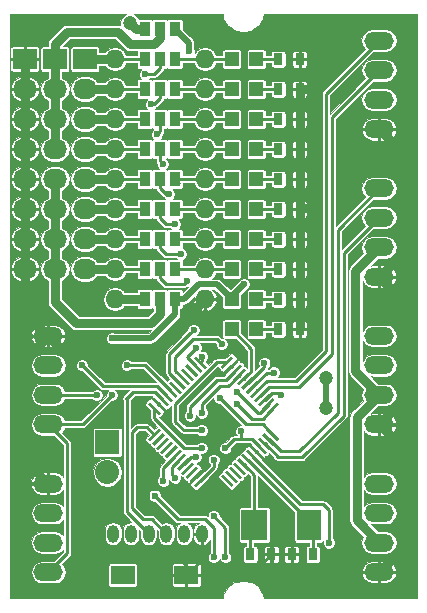
<source format=gbr>
G04 #@! TF.FileFunction,Copper,L1,Top,Signal*
%FSLAX46Y46*%
G04 Gerber Fmt 4.6, Leading zero omitted, Abs format (unit mm)*
G04 Created by KiCad (PCBNEW 4.0.4-stable) date 11/06/16 21:46:28*
%MOMM*%
%LPD*%
G01*
G04 APERTURE LIST*
%ADD10C,0.100000*%
%ADD11O,1.600000X1.600000*%
%ADD12O,2.500000X1.500000*%
%ADD13R,0.800000X1.000000*%
%ADD14R,1.198880X1.198880*%
%ADD15R,2.000000X1.600000*%
%ADD16R,2.200000X2.600000*%
%ADD17R,2.000000X2.600000*%
%ADD18O,1.000000X1.524000*%
%ADD19R,2.032000X2.032000*%
%ADD20O,2.032000X2.032000*%
%ADD21R,0.965200X1.270000*%
%ADD22R,2.032000X1.727200*%
%ADD23O,2.032000X1.727200*%
%ADD24C,1.200000*%
%ADD25C,0.600000*%
%ADD26C,0.800000*%
%ADD27C,0.500000*%
%ADD28C,0.250000*%
%ADD29C,0.025400*%
G04 APERTURE END LIST*
D10*
D11*
X16764000Y-4064000D03*
X16764000Y-6604000D03*
X16764000Y-9144000D03*
X16764000Y-11684000D03*
X16764000Y-14224000D03*
X16764000Y-16764000D03*
X16764000Y-19304000D03*
X16764000Y-21844000D03*
X16764000Y-24384000D03*
X9144000Y-24384000D03*
X9144000Y-21844000D03*
X9144000Y-19304000D03*
X9144000Y-16764000D03*
X9144000Y-14224000D03*
X9144000Y-11684000D03*
X9144000Y-9144000D03*
X9144000Y-6604000D03*
X9144000Y-4064000D03*
D12*
X31500000Y-27500000D03*
X31500000Y-30000000D03*
X31500000Y-32500000D03*
X31500000Y-35000000D03*
X3500000Y-47500000D03*
X3500000Y-45000000D03*
X3500000Y-42500000D03*
X3500000Y-40000000D03*
D13*
X20600000Y-46000000D03*
X22400000Y-46000000D03*
X25900000Y-46000000D03*
X24100000Y-46000000D03*
D14*
X21115020Y-24384000D03*
X19016980Y-24384000D03*
X21115020Y-26924000D03*
X19016980Y-26924000D03*
D13*
X22976000Y-24384000D03*
X24776000Y-24384000D03*
X22976000Y-26924000D03*
X24776000Y-26924000D03*
D15*
X9800000Y-47750000D03*
X15200000Y-47750000D03*
D10*
G36*
X19179379Y-40141689D02*
X19002602Y-40318466D01*
X18083363Y-39399227D01*
X18260140Y-39222450D01*
X19179379Y-40141689D01*
X19179379Y-40141689D01*
G37*
G36*
X19532932Y-39788136D02*
X19356155Y-39964913D01*
X18436916Y-39045674D01*
X18613693Y-38868897D01*
X19532932Y-39788136D01*
X19532932Y-39788136D01*
G37*
G36*
X19886486Y-39434582D02*
X19709709Y-39611359D01*
X18790470Y-38692120D01*
X18967247Y-38515343D01*
X19886486Y-39434582D01*
X19886486Y-39434582D01*
G37*
G36*
X20240039Y-39081029D02*
X20063262Y-39257806D01*
X19144023Y-38338567D01*
X19320800Y-38161790D01*
X20240039Y-39081029D01*
X20240039Y-39081029D01*
G37*
G36*
X20593592Y-38727476D02*
X20416815Y-38904253D01*
X19497576Y-37985014D01*
X19674353Y-37808237D01*
X20593592Y-38727476D01*
X20593592Y-38727476D01*
G37*
G36*
X20947146Y-38373922D02*
X20770369Y-38550699D01*
X19851130Y-37631460D01*
X20027907Y-37454683D01*
X20947146Y-38373922D01*
X20947146Y-38373922D01*
G37*
G36*
X21300699Y-38020369D02*
X21123922Y-38197146D01*
X20204683Y-37277907D01*
X20381460Y-37101130D01*
X21300699Y-38020369D01*
X21300699Y-38020369D01*
G37*
G36*
X21654253Y-37666815D02*
X21477476Y-37843592D01*
X20558237Y-36924353D01*
X20735014Y-36747576D01*
X21654253Y-37666815D01*
X21654253Y-37666815D01*
G37*
G36*
X22007806Y-37313262D02*
X21831029Y-37490039D01*
X20911790Y-36570800D01*
X21088567Y-36394023D01*
X22007806Y-37313262D01*
X22007806Y-37313262D01*
G37*
G36*
X22361359Y-36959709D02*
X22184582Y-37136486D01*
X21265343Y-36217247D01*
X21442120Y-36040470D01*
X22361359Y-36959709D01*
X22361359Y-36959709D01*
G37*
G36*
X22714913Y-36606155D02*
X22538136Y-36782932D01*
X21618897Y-35863693D01*
X21795674Y-35686916D01*
X22714913Y-36606155D01*
X22714913Y-36606155D01*
G37*
G36*
X23068466Y-36252602D02*
X22891689Y-36429379D01*
X21972450Y-35510140D01*
X22149227Y-35333363D01*
X23068466Y-36252602D01*
X23068466Y-36252602D01*
G37*
G36*
X22891689Y-33070621D02*
X23068466Y-33247398D01*
X22149227Y-34166637D01*
X21972450Y-33989860D01*
X22891689Y-33070621D01*
X22891689Y-33070621D01*
G37*
G36*
X22538136Y-32717068D02*
X22714913Y-32893845D01*
X21795674Y-33813084D01*
X21618897Y-33636307D01*
X22538136Y-32717068D01*
X22538136Y-32717068D01*
G37*
G36*
X22184582Y-32363514D02*
X22361359Y-32540291D01*
X21442120Y-33459530D01*
X21265343Y-33282753D01*
X22184582Y-32363514D01*
X22184582Y-32363514D01*
G37*
G36*
X21831029Y-32009961D02*
X22007806Y-32186738D01*
X21088567Y-33105977D01*
X20911790Y-32929200D01*
X21831029Y-32009961D01*
X21831029Y-32009961D01*
G37*
G36*
X21477476Y-31656408D02*
X21654253Y-31833185D01*
X20735014Y-32752424D01*
X20558237Y-32575647D01*
X21477476Y-31656408D01*
X21477476Y-31656408D01*
G37*
G36*
X21123922Y-31302854D02*
X21300699Y-31479631D01*
X20381460Y-32398870D01*
X20204683Y-32222093D01*
X21123922Y-31302854D01*
X21123922Y-31302854D01*
G37*
G36*
X20770369Y-30949301D02*
X20947146Y-31126078D01*
X20027907Y-32045317D01*
X19851130Y-31868540D01*
X20770369Y-30949301D01*
X20770369Y-30949301D01*
G37*
G36*
X20416815Y-30595747D02*
X20593592Y-30772524D01*
X19674353Y-31691763D01*
X19497576Y-31514986D01*
X20416815Y-30595747D01*
X20416815Y-30595747D01*
G37*
G36*
X20063262Y-30242194D02*
X20240039Y-30418971D01*
X19320800Y-31338210D01*
X19144023Y-31161433D01*
X20063262Y-30242194D01*
X20063262Y-30242194D01*
G37*
G36*
X19709709Y-29888641D02*
X19886486Y-30065418D01*
X18967247Y-30984657D01*
X18790470Y-30807880D01*
X19709709Y-29888641D01*
X19709709Y-29888641D01*
G37*
G36*
X19356155Y-29535087D02*
X19532932Y-29711864D01*
X18613693Y-30631103D01*
X18436916Y-30454326D01*
X19356155Y-29535087D01*
X19356155Y-29535087D01*
G37*
G36*
X19002602Y-29181534D02*
X19179379Y-29358311D01*
X18260140Y-30277550D01*
X18083363Y-30100773D01*
X19002602Y-29181534D01*
X19002602Y-29181534D01*
G37*
G36*
X16916637Y-30100773D02*
X16739860Y-30277550D01*
X15820621Y-29358311D01*
X15997398Y-29181534D01*
X16916637Y-30100773D01*
X16916637Y-30100773D01*
G37*
G36*
X16563084Y-30454326D02*
X16386307Y-30631103D01*
X15467068Y-29711864D01*
X15643845Y-29535087D01*
X16563084Y-30454326D01*
X16563084Y-30454326D01*
G37*
G36*
X16209530Y-30807880D02*
X16032753Y-30984657D01*
X15113514Y-30065418D01*
X15290291Y-29888641D01*
X16209530Y-30807880D01*
X16209530Y-30807880D01*
G37*
G36*
X15855977Y-31161433D02*
X15679200Y-31338210D01*
X14759961Y-30418971D01*
X14936738Y-30242194D01*
X15855977Y-31161433D01*
X15855977Y-31161433D01*
G37*
G36*
X15502424Y-31514986D02*
X15325647Y-31691763D01*
X14406408Y-30772524D01*
X14583185Y-30595747D01*
X15502424Y-31514986D01*
X15502424Y-31514986D01*
G37*
G36*
X15148870Y-31868540D02*
X14972093Y-32045317D01*
X14052854Y-31126078D01*
X14229631Y-30949301D01*
X15148870Y-31868540D01*
X15148870Y-31868540D01*
G37*
G36*
X14795317Y-32222093D02*
X14618540Y-32398870D01*
X13699301Y-31479631D01*
X13876078Y-31302854D01*
X14795317Y-32222093D01*
X14795317Y-32222093D01*
G37*
G36*
X14441763Y-32575647D02*
X14264986Y-32752424D01*
X13345747Y-31833185D01*
X13522524Y-31656408D01*
X14441763Y-32575647D01*
X14441763Y-32575647D01*
G37*
G36*
X14088210Y-32929200D02*
X13911433Y-33105977D01*
X12992194Y-32186738D01*
X13168971Y-32009961D01*
X14088210Y-32929200D01*
X14088210Y-32929200D01*
G37*
G36*
X13734657Y-33282753D02*
X13557880Y-33459530D01*
X12638641Y-32540291D01*
X12815418Y-32363514D01*
X13734657Y-33282753D01*
X13734657Y-33282753D01*
G37*
G36*
X13381103Y-33636307D02*
X13204326Y-33813084D01*
X12285087Y-32893845D01*
X12461864Y-32717068D01*
X13381103Y-33636307D01*
X13381103Y-33636307D01*
G37*
G36*
X13027550Y-33989860D02*
X12850773Y-34166637D01*
X11931534Y-33247398D01*
X12108311Y-33070621D01*
X13027550Y-33989860D01*
X13027550Y-33989860D01*
G37*
G36*
X12850773Y-35333363D02*
X13027550Y-35510140D01*
X12108311Y-36429379D01*
X11931534Y-36252602D01*
X12850773Y-35333363D01*
X12850773Y-35333363D01*
G37*
G36*
X13204326Y-35686916D02*
X13381103Y-35863693D01*
X12461864Y-36782932D01*
X12285087Y-36606155D01*
X13204326Y-35686916D01*
X13204326Y-35686916D01*
G37*
G36*
X13557880Y-36040470D02*
X13734657Y-36217247D01*
X12815418Y-37136486D01*
X12638641Y-36959709D01*
X13557880Y-36040470D01*
X13557880Y-36040470D01*
G37*
G36*
X13911433Y-36394023D02*
X14088210Y-36570800D01*
X13168971Y-37490039D01*
X12992194Y-37313262D01*
X13911433Y-36394023D01*
X13911433Y-36394023D01*
G37*
G36*
X14264986Y-36747576D02*
X14441763Y-36924353D01*
X13522524Y-37843592D01*
X13345747Y-37666815D01*
X14264986Y-36747576D01*
X14264986Y-36747576D01*
G37*
G36*
X14618540Y-37101130D02*
X14795317Y-37277907D01*
X13876078Y-38197146D01*
X13699301Y-38020369D01*
X14618540Y-37101130D01*
X14618540Y-37101130D01*
G37*
G36*
X14972093Y-37454683D02*
X15148870Y-37631460D01*
X14229631Y-38550699D01*
X14052854Y-38373922D01*
X14972093Y-37454683D01*
X14972093Y-37454683D01*
G37*
G36*
X15325647Y-37808237D02*
X15502424Y-37985014D01*
X14583185Y-38904253D01*
X14406408Y-38727476D01*
X15325647Y-37808237D01*
X15325647Y-37808237D01*
G37*
G36*
X15679200Y-38161790D02*
X15855977Y-38338567D01*
X14936738Y-39257806D01*
X14759961Y-39081029D01*
X15679200Y-38161790D01*
X15679200Y-38161790D01*
G37*
G36*
X16032753Y-38515343D02*
X16209530Y-38692120D01*
X15290291Y-39611359D01*
X15113514Y-39434582D01*
X16032753Y-38515343D01*
X16032753Y-38515343D01*
G37*
G36*
X16386307Y-38868897D02*
X16563084Y-39045674D01*
X15643845Y-39964913D01*
X15467068Y-39788136D01*
X16386307Y-38868897D01*
X16386307Y-38868897D01*
G37*
G36*
X16739860Y-39222450D02*
X16916637Y-39399227D01*
X15997398Y-40318466D01*
X15820621Y-40141689D01*
X16739860Y-39222450D01*
X16739860Y-39222450D01*
G37*
D16*
X20950000Y-43500000D03*
D17*
X25550000Y-43500000D03*
D18*
X16500000Y-44250000D03*
X15000000Y-44250000D03*
X13500000Y-44250000D03*
X12000000Y-44250000D03*
X10500000Y-44250000D03*
X9000000Y-44250000D03*
D19*
X8500000Y-36500000D03*
D20*
X8500000Y-39040000D03*
D21*
X11684000Y-4064000D03*
X12954000Y-4064000D03*
X14224000Y-4064000D03*
X11684000Y-14224000D03*
X12954000Y-14224000D03*
X14224000Y-14224000D03*
X11684000Y-6604000D03*
X12954000Y-6604000D03*
X14224000Y-6604000D03*
X11684000Y-16764000D03*
X12954000Y-16764000D03*
X14224000Y-16764000D03*
X11684000Y-19304000D03*
X12954000Y-19304000D03*
X14224000Y-19304000D03*
X11684000Y-9144000D03*
X12954000Y-9144000D03*
X14224000Y-9144000D03*
X11684000Y-21844000D03*
X12954000Y-21844000D03*
X14224000Y-21844000D03*
X11684000Y-11684000D03*
X12954000Y-11684000D03*
X14224000Y-11684000D03*
X11684000Y-1524000D03*
X12954000Y-1524000D03*
X14224000Y-1524000D03*
D12*
X3500000Y-35000000D03*
X3500000Y-32500000D03*
X3500000Y-30000000D03*
X3500000Y-27500000D03*
D22*
X4064000Y-4064000D03*
D23*
X4064000Y-6604000D03*
X4064000Y-9144000D03*
X4064000Y-11684000D03*
X4064000Y-14224000D03*
X4064000Y-16764000D03*
X4064000Y-19304000D03*
X4064000Y-21844000D03*
D12*
X31500000Y-15000000D03*
X31500000Y-17500000D03*
X31500000Y-20000000D03*
X31500000Y-22500000D03*
X31500000Y-2500000D03*
X31500000Y-5000000D03*
X31500000Y-7500000D03*
X31500000Y-10000000D03*
X31500000Y-40000000D03*
X31500000Y-42500000D03*
X31500000Y-45000000D03*
X31500000Y-47500000D03*
D22*
X6604000Y-4064000D03*
D23*
X6604000Y-6604000D03*
X6604000Y-9144000D03*
X6604000Y-11684000D03*
X6604000Y-14224000D03*
X6604000Y-16764000D03*
X6604000Y-19304000D03*
X6604000Y-21844000D03*
D22*
X1524000Y-4064000D03*
D23*
X1524000Y-6604000D03*
X1524000Y-9144000D03*
X1524000Y-11684000D03*
X1524000Y-14224000D03*
X1524000Y-16764000D03*
X1524000Y-19304000D03*
X1524000Y-21844000D03*
D14*
X21115020Y-4064000D03*
X19016980Y-4064000D03*
X21115020Y-6604000D03*
X19016980Y-6604000D03*
X21115020Y-9144000D03*
X19016980Y-9144000D03*
X21115020Y-11684000D03*
X19016980Y-11684000D03*
X21115020Y-14224000D03*
X19016980Y-14224000D03*
X21115020Y-16764000D03*
X19016980Y-16764000D03*
X21115020Y-19304000D03*
X19016980Y-19304000D03*
X21115020Y-21844000D03*
X19016980Y-21844000D03*
D13*
X24776000Y-4064000D03*
X22976000Y-4064000D03*
X24776000Y-6604000D03*
X22976000Y-6604000D03*
X24776000Y-9144000D03*
X22976000Y-9144000D03*
X24776000Y-11684000D03*
X22976000Y-11684000D03*
X24776000Y-14224000D03*
X22976000Y-14224000D03*
X24776000Y-16764000D03*
X22976000Y-16764000D03*
X24776000Y-19304000D03*
X22976000Y-19304000D03*
X24776000Y-21844000D03*
X22976000Y-21844000D03*
D21*
X11684000Y-24384000D03*
X12954000Y-24384000D03*
X14224000Y-24384000D03*
D24*
X26000000Y-16700000D03*
X26000000Y-6700000D03*
D25*
X19050000Y-43180000D03*
X17780000Y-36322000D03*
X7620000Y-27686000D03*
X14000000Y-46500000D03*
X17500000Y-40000000D03*
X9800000Y-47750000D03*
X17500000Y-42750000D03*
X18500000Y-46250000D03*
X27250000Y-45000000D03*
D24*
X10414000Y-1016000D03*
D25*
X7620000Y-32512000D03*
X8890000Y-32512000D03*
X16000000Y-37750000D03*
X10160000Y-29972000D03*
X6350000Y-29972000D03*
X18000000Y-32750000D03*
X11684000Y-5334000D03*
X21800000Y-29800000D03*
X14224000Y-18034000D03*
X19500000Y-33250000D03*
X12192000Y-7874000D03*
X18200000Y-28200000D03*
X13250000Y-39750000D03*
X14250000Y-39500000D03*
X22600000Y-30600000D03*
X13716000Y-15494000D03*
D24*
X27000000Y-31100000D03*
X27000000Y-33600000D03*
D25*
X15400000Y-3400000D03*
X20066000Y-23114000D03*
X19812000Y-35560000D03*
X8890000Y-27686000D03*
X16500000Y-35500000D03*
X12500000Y-41020000D03*
X17500000Y-46250000D03*
X18500000Y-37000000D03*
X16500000Y-37000000D03*
X17500000Y-38000000D03*
X15800000Y-27000000D03*
X16500000Y-34000000D03*
X15500000Y-34250000D03*
X19500000Y-32250000D03*
X12700000Y-10414000D03*
X23200000Y-32500000D03*
X13208000Y-12954000D03*
X16500000Y-29250000D03*
X14732000Y-20574000D03*
X16000000Y-28500000D03*
X15240000Y-22860000D03*
D26*
X24776000Y-9144000D02*
X24776000Y-6604000D01*
X24776000Y-11684000D02*
X24776000Y-9144000D01*
X24776000Y-14224000D02*
X24776000Y-11684000D01*
X24776000Y-16764000D02*
X24776000Y-14224000D01*
X24776000Y-19304000D02*
X24776000Y-16764000D01*
X24776000Y-21844000D02*
X24776000Y-19304000D01*
X24776000Y-24384000D02*
X24776000Y-21844000D01*
X24776000Y-26924000D02*
X24776000Y-24384000D01*
X26000000Y-16700000D02*
X24840000Y-16700000D01*
X24840000Y-16700000D02*
X24776000Y-16764000D01*
X26000000Y-6700000D02*
X25904000Y-6604000D01*
X25904000Y-6604000D02*
X24776000Y-6604000D01*
D27*
X19050000Y-43180000D02*
X17500000Y-41630000D01*
X17500000Y-41630000D02*
X17500000Y-40000000D01*
D28*
X17780000Y-36322000D02*
X17250000Y-36322000D01*
X17250000Y-36322000D02*
X17250000Y-36250000D01*
D27*
X7620000Y-28702000D02*
X7620000Y-27686000D01*
D26*
X16764000Y-24384000D02*
X12446000Y-28702000D01*
X12446000Y-28702000D02*
X7620000Y-28702000D01*
X7620000Y-28702000D02*
X4702000Y-28702000D01*
X4702000Y-28702000D02*
X3500000Y-27500000D01*
X3500000Y-27500000D02*
X1524000Y-29476000D01*
X1524000Y-29476000D02*
X1524000Y-38024000D01*
X1524000Y-38024000D02*
X3500000Y-40000000D01*
X1524000Y-6604000D02*
X1524000Y-4064000D01*
X1524000Y-9144000D02*
X1524000Y-6604000D01*
X1524000Y-11684000D02*
X1524000Y-9144000D01*
X1524000Y-11684000D02*
X1524000Y-14224000D01*
X1524000Y-16764000D02*
X1524000Y-14224000D01*
X1524000Y-19304000D02*
X1524000Y-16764000D01*
X1524000Y-21844000D02*
X1524000Y-19304000D01*
X3500000Y-27500000D02*
X1524000Y-25524000D01*
X1524000Y-25524000D02*
X1524000Y-21844000D01*
D28*
X14000000Y-46500000D02*
X14750000Y-46500000D01*
X14750000Y-46500000D02*
X15200000Y-46950000D01*
X15200000Y-46950000D02*
X15200000Y-47750000D01*
X17500000Y-39500000D02*
X17500000Y-40000000D01*
X16500000Y-46450000D02*
X17050000Y-47000000D01*
X17050000Y-47000000D02*
X21400000Y-47000000D01*
X21400000Y-47000000D02*
X22400000Y-46000000D01*
X16500000Y-44250000D02*
X16500000Y-46450000D01*
X16500000Y-46450000D02*
X15200000Y-47750000D01*
X22400000Y-46000000D02*
X24100000Y-46000000D01*
D26*
X31500000Y-22500000D02*
X33528000Y-20472000D01*
X33528000Y-12028000D02*
X31500000Y-10000000D01*
X33528000Y-20472000D02*
X33528000Y-12028000D01*
X31500000Y-35000000D02*
X33528000Y-32972000D01*
X33528000Y-24528000D02*
X31500000Y-22500000D01*
X33528000Y-32972000D02*
X33528000Y-24528000D01*
X31500000Y-47500000D02*
X33528000Y-45472000D01*
X33528000Y-37028000D02*
X31500000Y-35000000D01*
X33528000Y-45472000D02*
X33528000Y-37028000D01*
D28*
X18750000Y-38250000D02*
X17500000Y-39500000D01*
X17250000Y-37250000D02*
X17250000Y-36250000D01*
X16015076Y-39416905D02*
X16750000Y-38681981D01*
X16750000Y-38681981D02*
X16750000Y-37750000D01*
X16750000Y-37750000D02*
X17250000Y-37250000D01*
X17250000Y-37250000D02*
X17750000Y-37250000D01*
X17750000Y-37250000D02*
X18750000Y-38250000D01*
X18750000Y-38250000D02*
X20250000Y-36750000D01*
X20250000Y-36750000D02*
X20560661Y-36750000D01*
X20560661Y-36750000D02*
X21106245Y-37295584D01*
X18984924Y-30083095D02*
X18318019Y-30750000D01*
X17250000Y-35000000D02*
X17250000Y-36250000D01*
X17000000Y-34750000D02*
X17250000Y-35000000D01*
X16250000Y-34750000D02*
X17000000Y-34750000D01*
X16000000Y-35000000D02*
X16250000Y-34750000D01*
X15136398Y-35000000D02*
X16000000Y-35000000D01*
X14750000Y-34613602D02*
X15136398Y-35000000D01*
X14750000Y-33500000D02*
X14750000Y-34613602D01*
X17500000Y-30750000D02*
X14750000Y-33500000D01*
X18318019Y-30750000D02*
X17500000Y-30750000D01*
X17000000Y-36250000D02*
X16000000Y-36250000D01*
X16000000Y-36250000D02*
X15750000Y-36500000D01*
X15750000Y-36500000D02*
X15250000Y-36500000D01*
X15250000Y-36500000D02*
X13500000Y-34750000D01*
X13500000Y-34750000D02*
X13500000Y-33931981D01*
X12833095Y-33265076D02*
X13500000Y-33931981D01*
X17000000Y-36250000D02*
X17250000Y-36250000D01*
X17500000Y-42750000D02*
X18500000Y-43750000D01*
X18500000Y-43750000D02*
X18500000Y-46250000D01*
X27250000Y-42250000D02*
X27250000Y-45000000D01*
X20752691Y-37649138D02*
X24853553Y-41750000D01*
X24853553Y-41750000D02*
X26750000Y-41750000D01*
X26750000Y-41750000D02*
X27250000Y-42250000D01*
D26*
X11684000Y-1524000D02*
X10922000Y-1524000D01*
X10922000Y-1524000D02*
X10414000Y-1016000D01*
X11684000Y-24384000D02*
X9144000Y-24384000D01*
D28*
X20950000Y-43500000D02*
X20950000Y-39260661D01*
X20950000Y-39260661D02*
X20045584Y-38356245D01*
X20600000Y-46000000D02*
X20600000Y-43850000D01*
X20600000Y-43850000D02*
X20950000Y-43500000D01*
X20399138Y-38002691D02*
X25550000Y-43153553D01*
X25550000Y-43153553D02*
X25550000Y-43500000D01*
X25900000Y-46000000D02*
X25900000Y-43850000D01*
X25900000Y-43850000D02*
X25550000Y-43500000D01*
X21115020Y-24384000D02*
X22976000Y-24384000D01*
X21115020Y-26924000D02*
X22976000Y-26924000D01*
X7620000Y-32512000D02*
X3512000Y-32512000D01*
X3512000Y-32512000D02*
X3500000Y-32500000D01*
X3500000Y-35000000D02*
X5100000Y-36600000D01*
X5100000Y-45900000D02*
X3500000Y-47500000D01*
X5100000Y-36600000D02*
X5100000Y-45900000D01*
X8890000Y-32512000D02*
X6402000Y-35000000D01*
X6402000Y-35000000D02*
X3500000Y-35000000D01*
X16000000Y-37750000D02*
X15560661Y-37750000D01*
X15560661Y-37750000D02*
X14954416Y-38356245D01*
X13893755Y-32204416D02*
X11661339Y-29972000D01*
X11661339Y-29972000D02*
X10160000Y-29972000D01*
X6350000Y-29972000D02*
X8128000Y-31750000D01*
X8128000Y-31750000D02*
X12732233Y-31750000D01*
X12732233Y-31750000D02*
X13540202Y-32557969D01*
X10125000Y-42375000D02*
X10125000Y-32801000D01*
X10100000Y-32800000D02*
X10100000Y-32826000D01*
X10124000Y-32800000D02*
X10100000Y-32800000D01*
X10125000Y-32801000D02*
X10124000Y-32800000D01*
X11500000Y-32250000D02*
X10676000Y-32250000D01*
X12525127Y-32250000D02*
X11500000Y-32250000D01*
X13186649Y-32911522D02*
X12525127Y-32250000D01*
X10676000Y-32250000D02*
X10100000Y-32826000D01*
X10125000Y-42375000D02*
X12000000Y-44250000D01*
X10600000Y-42100000D02*
X10600000Y-35650000D01*
X13500000Y-44250000D02*
X12250000Y-43000000D01*
X12250000Y-43000000D02*
X11500000Y-43000000D01*
X11500000Y-43000000D02*
X10600000Y-42100000D01*
X12479542Y-35881371D02*
X11848171Y-35250000D01*
X11848171Y-35250000D02*
X11000000Y-35250000D01*
X11000000Y-35250000D02*
X10600000Y-35650000D01*
X28500000Y-20500000D02*
X31500000Y-17500000D01*
X21813351Y-36588478D02*
X22974873Y-37750000D01*
X22974873Y-37750000D02*
X25000000Y-37750000D01*
X25000000Y-37750000D02*
X28500000Y-34250000D01*
X28500000Y-34250000D02*
X28500000Y-20500000D01*
X23181981Y-37250000D02*
X22166905Y-36234924D01*
X31500000Y-15000000D02*
X28000000Y-18500000D01*
X28000000Y-18500000D02*
X28000000Y-34000000D01*
X28000000Y-34000000D02*
X24750000Y-37250000D01*
X24750000Y-37250000D02*
X23181981Y-37250000D01*
X12954000Y-4826000D02*
X12446000Y-5334000D01*
X12446000Y-5334000D02*
X11684000Y-5334000D01*
X12954000Y-4064000D02*
X12954000Y-4826000D01*
X22520458Y-35881371D02*
X21639087Y-35000000D01*
X21639087Y-35000000D02*
X20250000Y-35000000D01*
X20250000Y-35000000D02*
X18000000Y-32750000D01*
X20399138Y-31497309D02*
X21800000Y-30096447D01*
X21800000Y-30096447D02*
X21800000Y-29800000D01*
X13462000Y-18034000D02*
X14224000Y-18034000D01*
X12954000Y-16764000D02*
X12954000Y-17526000D01*
X12954000Y-17526000D02*
X13462000Y-18034000D01*
X20399138Y-31497309D02*
X21000000Y-30896447D01*
X21000000Y-30896447D02*
X20399138Y-31497309D01*
X21106245Y-32204416D02*
X22010661Y-31300000D01*
X27000000Y-7000000D02*
X31500000Y-2500000D01*
X27000000Y-28800000D02*
X27000000Y-7000000D01*
X24500000Y-31300000D02*
X27000000Y-28800000D01*
X22010661Y-31300000D02*
X24500000Y-31300000D01*
X27500000Y-29000000D02*
X24700000Y-31800000D01*
X31500000Y-5000000D02*
X27500000Y-9000000D01*
X27500000Y-9000000D02*
X27500000Y-29000000D01*
X22217767Y-31800000D02*
X21459798Y-32557969D01*
X24700000Y-31800000D02*
X22217767Y-31800000D01*
X12954000Y-7366000D02*
X12446000Y-7874000D01*
X12954000Y-6604000D02*
X12954000Y-7366000D01*
X12446000Y-7874000D02*
X12192000Y-7874000D01*
X19500000Y-33250000D02*
X20750000Y-34500000D01*
X20750000Y-34500000D02*
X21639087Y-34500000D01*
X21639087Y-34500000D02*
X22520458Y-33618629D01*
X18200000Y-28200000D02*
X17750000Y-27750000D01*
X17750000Y-27750000D02*
X16500000Y-27750000D01*
X14954416Y-31143755D02*
X14250000Y-30439339D01*
X14250000Y-30439339D02*
X14250000Y-29250000D01*
X14250000Y-29250000D02*
X15750000Y-27750000D01*
X15750000Y-27750000D02*
X16500000Y-27750000D01*
X13250000Y-39750000D02*
X13250000Y-38646447D01*
X13250000Y-38646447D02*
X14247309Y-37649138D01*
X14000000Y-38603553D02*
X14600862Y-38002691D01*
X14250000Y-39500000D02*
X14000000Y-39250000D01*
X14000000Y-39250000D02*
X14000000Y-38603553D01*
D26*
X31500000Y-20000000D02*
X29500000Y-22000000D01*
X29500000Y-22000000D02*
X29500000Y-30500000D01*
X29500000Y-30500000D02*
X31500000Y-32500000D01*
X31500000Y-45000000D02*
X29600000Y-43100000D01*
X29600000Y-43100000D02*
X29600000Y-34400000D01*
X29600000Y-34400000D02*
X31500000Y-32500000D01*
D28*
X20752691Y-31850862D02*
X22003553Y-30600000D01*
X22003553Y-30600000D02*
X22600000Y-30600000D01*
X12954000Y-14986000D02*
X13462000Y-15494000D01*
X13462000Y-15494000D02*
X13716000Y-15494000D01*
X12954000Y-14224000D02*
X12954000Y-14986000D01*
X11684000Y-4064000D02*
X9144000Y-4064000D01*
D26*
X6604000Y-4064000D02*
X9144000Y-4064000D01*
D28*
X14224000Y-4064000D02*
X16764000Y-4064000D01*
X16764000Y-4064000D02*
X19016980Y-4064000D01*
X11684000Y-14224000D02*
X9144000Y-14224000D01*
D26*
X9144000Y-14224000D02*
X6604000Y-14224000D01*
D28*
X16764000Y-14224000D02*
X14224000Y-14224000D01*
X16764000Y-14224000D02*
X19016980Y-14224000D01*
X14224000Y-14224000D02*
X14535998Y-14535998D01*
X11684000Y-6604000D02*
X9144000Y-6604000D01*
D26*
X6604000Y-6604000D02*
X9144000Y-6604000D01*
D28*
X16764000Y-6604000D02*
X14224000Y-6604000D01*
X19016980Y-6604000D02*
X16764000Y-6604000D01*
X9144000Y-16764000D02*
X11684000Y-16764000D01*
D26*
X6604000Y-16764000D02*
X9144000Y-16764000D01*
D28*
X14224000Y-16764000D02*
X16764000Y-16764000D01*
X19016980Y-16764000D02*
X16764000Y-16764000D01*
X11684000Y-19304000D02*
X9144000Y-19304000D01*
D26*
X9144000Y-19304000D02*
X6604000Y-19304000D01*
D28*
X16764000Y-19304000D02*
X14224000Y-19304000D01*
X16764000Y-19304000D02*
X19016980Y-19304000D01*
X9144000Y-9144000D02*
X11684000Y-9144000D01*
D26*
X6604000Y-9144000D02*
X9144000Y-9144000D01*
D28*
X16764000Y-9144000D02*
X14224000Y-9144000D01*
X16764000Y-9144000D02*
X19016980Y-9144000D01*
X11684000Y-21844000D02*
X9144000Y-21844000D01*
D26*
X6604000Y-21844000D02*
X9144000Y-21844000D01*
D28*
X14224000Y-21844000D02*
X16764000Y-21844000D01*
X19016980Y-21844000D02*
X16764000Y-21844000D01*
X9144000Y-11684000D02*
X11684000Y-11684000D01*
D26*
X6604000Y-11684000D02*
X9144000Y-11684000D01*
D28*
X14224000Y-11684000D02*
X16764000Y-11684000D01*
X19016980Y-11684000D02*
X16764000Y-11684000D01*
D26*
X9398000Y-1778000D02*
X10414000Y-2794000D01*
X5080000Y-1778000D02*
X9398000Y-1778000D01*
X10414000Y-2794000D02*
X12446000Y-2794000D01*
X4064000Y-2794000D02*
X5080000Y-1778000D01*
X12446000Y-2794000D02*
X12954000Y-2286000D01*
X12954000Y-2286000D02*
X12954000Y-1524000D01*
X4064000Y-4064000D02*
X4064000Y-2794000D01*
X4064000Y-6604000D02*
X4064000Y-4064000D01*
X4064000Y-9144000D02*
X4064000Y-6604000D01*
X4064000Y-11684000D02*
X4064000Y-9144000D01*
D27*
X27000000Y-33600000D02*
X27000000Y-31100000D01*
X15400000Y-2700000D02*
X15400000Y-3400000D01*
X14224000Y-1524000D02*
X15400000Y-2700000D01*
X19016980Y-24384000D02*
X19016980Y-24163020D01*
X19016980Y-24163020D02*
X20066000Y-23114000D01*
D28*
X19812000Y-35560000D02*
X19812000Y-36250000D01*
D27*
X14224000Y-24384000D02*
X14224000Y-25654000D01*
X14224000Y-25654000D02*
X12192000Y-27686000D01*
X12192000Y-27686000D02*
X8890000Y-27686000D01*
D28*
X21459798Y-36942031D02*
X20767767Y-36250000D01*
X20767767Y-36250000D02*
X19812000Y-36250000D01*
X19812000Y-36250000D02*
X19250000Y-36250000D01*
X19250000Y-36250000D02*
X18500000Y-37000000D01*
X16368629Y-39770458D02*
X17500000Y-38639087D01*
X17500000Y-38639087D02*
X17500000Y-38000000D01*
X14250000Y-33250000D02*
X14250000Y-34750000D01*
X14250000Y-34750000D02*
X15000000Y-35500000D01*
X18631371Y-29729542D02*
X17770458Y-29729542D01*
X17770458Y-29729542D02*
X14250000Y-33250000D01*
X16500000Y-35500000D02*
X15000000Y-35500000D01*
X12500000Y-41020000D02*
X14480000Y-43000000D01*
X14480000Y-43000000D02*
X16750000Y-43000000D01*
X16750000Y-43000000D02*
X17500000Y-43750000D01*
X17500000Y-43750000D02*
X17500000Y-46250000D01*
X16500000Y-37000000D02*
X15000000Y-37000000D01*
X15000000Y-37000000D02*
X12479542Y-34479542D01*
X12479542Y-34479542D02*
X12479542Y-33618629D01*
D27*
X14224000Y-24384000D02*
X14986000Y-24384000D01*
X14986000Y-24384000D02*
X16256000Y-23114000D01*
X16256000Y-23114000D02*
X17746980Y-23114000D01*
X17746980Y-23114000D02*
X19016980Y-24384000D01*
D28*
X15525000Y-27275000D02*
X15800000Y-27000000D01*
X14600862Y-31497309D02*
X13750000Y-30646447D01*
X13750000Y-30646447D02*
X13750000Y-29050000D01*
X13750000Y-29050000D02*
X15525000Y-27275000D01*
X21115020Y-4064000D02*
X22976000Y-4064000D01*
X22976000Y-6604000D02*
X21115020Y-6604000D01*
X21115020Y-9144000D02*
X22976000Y-9144000D01*
X22976000Y-11684000D02*
X21115020Y-11684000D01*
X20944000Y-11684000D02*
X21115020Y-11684000D01*
X21115020Y-14224000D02*
X22976000Y-14224000D01*
X22976000Y-16764000D02*
X21115020Y-16764000D01*
X21115020Y-19304000D02*
X22976000Y-19304000D01*
X21115020Y-21844000D02*
X22976000Y-21844000D01*
X16500000Y-34000000D02*
X16500000Y-33250000D01*
X16500000Y-33250000D02*
X18000000Y-31750000D01*
X18000000Y-31750000D02*
X18732233Y-31750000D01*
X19692031Y-30790202D02*
X18732233Y-31750000D01*
X19338478Y-30436649D02*
X18525127Y-31250000D01*
X18525127Y-31250000D02*
X17750000Y-31250000D01*
X17750000Y-31250000D02*
X15500000Y-33500000D01*
X15500000Y-33500000D02*
X15500000Y-34250000D01*
X12954000Y-9144000D02*
X12954000Y-10160000D01*
X12954000Y-10160000D02*
X12700000Y-10414000D01*
X22166905Y-33265076D02*
X21431981Y-34000000D01*
X21431981Y-34000000D02*
X21250000Y-34000000D01*
X21250000Y-34000000D02*
X19500000Y-32250000D01*
X21813351Y-32911522D02*
X22424873Y-32300000D01*
X23000000Y-32300000D02*
X23200000Y-32500000D01*
X22424873Y-32300000D02*
X23000000Y-32300000D01*
X12954000Y-12700000D02*
X13208000Y-12954000D01*
X12954000Y-12700000D02*
X12954000Y-11684000D01*
X13462000Y-20574000D02*
X14732000Y-20574000D01*
X12954000Y-19304000D02*
X12954000Y-20066000D01*
X12954000Y-20066000D02*
X13462000Y-20574000D01*
X16368629Y-29729542D02*
X16500000Y-29598171D01*
X16500000Y-29598171D02*
X16500000Y-29250000D01*
X13462000Y-23114000D02*
X14986000Y-23114000D01*
X14986000Y-23114000D02*
X15240000Y-22860000D01*
X12954000Y-21844000D02*
X12954000Y-22606000D01*
X12954000Y-22606000D02*
X13462000Y-23114000D01*
X16015076Y-30083095D02*
X15250000Y-29318019D01*
X15250000Y-29318019D02*
X15250000Y-29250000D01*
X15250000Y-29250000D02*
X16000000Y-28500000D01*
X16015076Y-30083095D02*
X15250000Y-29318019D01*
D26*
X4064000Y-14224000D02*
X4064000Y-16764000D01*
X4064000Y-16764000D02*
X4064000Y-19304000D01*
X4064000Y-21844000D02*
X4064000Y-19304000D01*
X12954000Y-24384000D02*
X12954000Y-25654000D01*
X12954000Y-25654000D02*
X12192000Y-26416000D01*
X12192000Y-26416000D02*
X5842000Y-26416000D01*
X5842000Y-26416000D02*
X4064000Y-24638000D01*
X4064000Y-24638000D02*
X4064000Y-21844000D01*
D28*
X20045584Y-31143755D02*
X20700000Y-30489339D01*
X20700000Y-28607020D02*
X19016980Y-26924000D01*
X20700000Y-30489339D02*
X20700000Y-28607020D01*
X19050000Y-26924000D02*
X19016980Y-26924000D01*
D29*
G36*
X9954244Y-326625D02*
X9725428Y-555041D01*
X9601441Y-853635D01*
X9601159Y-1176947D01*
X9614108Y-1208287D01*
X9398000Y-1165300D01*
X5080000Y-1165300D01*
X4845530Y-1211939D01*
X4646756Y-1344756D01*
X3630756Y-2360756D01*
X3497939Y-2559530D01*
X3451300Y-2794000D01*
X3451300Y-2983533D01*
X3048000Y-2983533D01*
X2969178Y-2998364D01*
X2896785Y-3044948D01*
X2848219Y-3116027D01*
X2831133Y-3200400D01*
X2831133Y-4927600D01*
X2845964Y-5006422D01*
X2892548Y-5078815D01*
X2963627Y-5127381D01*
X3048000Y-5144467D01*
X3451300Y-5144467D01*
X3451300Y-5625896D01*
X3126469Y-5842941D01*
X2893156Y-6192118D01*
X2811228Y-6604000D01*
X2893156Y-7015882D01*
X3126469Y-7365059D01*
X3451300Y-7582104D01*
X3451300Y-8165896D01*
X3126469Y-8382941D01*
X2893156Y-8732118D01*
X2811228Y-9144000D01*
X2893156Y-9555882D01*
X3126469Y-9905059D01*
X3451300Y-10122104D01*
X3451300Y-10705896D01*
X3126469Y-10922941D01*
X2893156Y-11272118D01*
X2811228Y-11684000D01*
X2893156Y-12095882D01*
X3126469Y-12445059D01*
X3475646Y-12678372D01*
X3887528Y-12760300D01*
X4240472Y-12760300D01*
X4652354Y-12678372D01*
X5001531Y-12445059D01*
X5234844Y-12095882D01*
X5316772Y-11684000D01*
X5234844Y-11272118D01*
X5001531Y-10922941D01*
X4676700Y-10705896D01*
X4676700Y-10122104D01*
X5001531Y-9905059D01*
X5234844Y-9555882D01*
X5316772Y-9144000D01*
X5234844Y-8732118D01*
X5001531Y-8382941D01*
X4676700Y-8165896D01*
X4676700Y-7582104D01*
X5001531Y-7365059D01*
X5234844Y-7015882D01*
X5316772Y-6604000D01*
X5234844Y-6192118D01*
X5001531Y-5842941D01*
X4676700Y-5625896D01*
X4676700Y-5144467D01*
X5080000Y-5144467D01*
X5158822Y-5129636D01*
X5231215Y-5083052D01*
X5279781Y-5011973D01*
X5296867Y-4927600D01*
X5296867Y-3200400D01*
X5282036Y-3121578D01*
X5235452Y-3049185D01*
X5164373Y-3000619D01*
X5080000Y-2983533D01*
X4740955Y-2983533D01*
X5333788Y-2390700D01*
X9144212Y-2390700D01*
X9980756Y-3227244D01*
X10179530Y-3360061D01*
X10414000Y-3406700D01*
X10989049Y-3406700D01*
X10984533Y-3429000D01*
X10984533Y-3726300D01*
X10109368Y-3726300D01*
X10099453Y-3676456D01*
X9879927Y-3347913D01*
X9551384Y-3128387D01*
X9163840Y-3051300D01*
X9124160Y-3051300D01*
X8736616Y-3128387D01*
X8408073Y-3347913D01*
X8338992Y-3451300D01*
X7836867Y-3451300D01*
X7836867Y-3200400D01*
X7822036Y-3121578D01*
X7775452Y-3049185D01*
X7704373Y-3000619D01*
X7620000Y-2983533D01*
X5588000Y-2983533D01*
X5509178Y-2998364D01*
X5436785Y-3044948D01*
X5388219Y-3116027D01*
X5371133Y-3200400D01*
X5371133Y-4927600D01*
X5385964Y-5006422D01*
X5432548Y-5078815D01*
X5503627Y-5127381D01*
X5588000Y-5144467D01*
X7620000Y-5144467D01*
X7698822Y-5129636D01*
X7771215Y-5083052D01*
X7819781Y-5011973D01*
X7836867Y-4927600D01*
X7836867Y-4676700D01*
X8338992Y-4676700D01*
X8408073Y-4780087D01*
X8736616Y-4999613D01*
X9124160Y-5076700D01*
X9163840Y-5076700D01*
X9551384Y-4999613D01*
X9879927Y-4780087D01*
X10099453Y-4451544D01*
X10109368Y-4401700D01*
X10984533Y-4401700D01*
X10984533Y-4699000D01*
X10999364Y-4777822D01*
X11045948Y-4850215D01*
X11117027Y-4898781D01*
X11201400Y-4915867D01*
X11377163Y-4915867D01*
X11249608Y-5043200D01*
X11171390Y-5231570D01*
X11171212Y-5435535D01*
X11249101Y-5624042D01*
X11376969Y-5752133D01*
X11201400Y-5752133D01*
X11122578Y-5766964D01*
X11050185Y-5813548D01*
X11001619Y-5884627D01*
X10984533Y-5969000D01*
X10984533Y-6266300D01*
X10109368Y-6266300D01*
X10099453Y-6216456D01*
X9879927Y-5887913D01*
X9551384Y-5668387D01*
X9163840Y-5591300D01*
X9124160Y-5591300D01*
X8736616Y-5668387D01*
X8408073Y-5887913D01*
X8338992Y-5991300D01*
X7640661Y-5991300D01*
X7541531Y-5842941D01*
X7192354Y-5609628D01*
X6780472Y-5527700D01*
X6427528Y-5527700D01*
X6015646Y-5609628D01*
X5666469Y-5842941D01*
X5433156Y-6192118D01*
X5351228Y-6604000D01*
X5433156Y-7015882D01*
X5666469Y-7365059D01*
X6015646Y-7598372D01*
X6427528Y-7680300D01*
X6780472Y-7680300D01*
X7192354Y-7598372D01*
X7541531Y-7365059D01*
X7640661Y-7216700D01*
X8338992Y-7216700D01*
X8408073Y-7320087D01*
X8736616Y-7539613D01*
X9124160Y-7616700D01*
X9163840Y-7616700D01*
X9551384Y-7539613D01*
X9879927Y-7320087D01*
X10099453Y-6991544D01*
X10109368Y-6941700D01*
X10984533Y-6941700D01*
X10984533Y-7239000D01*
X10999364Y-7317822D01*
X11045948Y-7390215D01*
X11117027Y-7438781D01*
X11201400Y-7455867D01*
X11885163Y-7455867D01*
X11757608Y-7583200D01*
X11679390Y-7771570D01*
X11679212Y-7975535D01*
X11757101Y-8164042D01*
X11884969Y-8292133D01*
X11201400Y-8292133D01*
X11122578Y-8306964D01*
X11050185Y-8353548D01*
X11001619Y-8424627D01*
X10984533Y-8509000D01*
X10984533Y-8806300D01*
X10109368Y-8806300D01*
X10099453Y-8756456D01*
X9879927Y-8427913D01*
X9551384Y-8208387D01*
X9163840Y-8131300D01*
X9124160Y-8131300D01*
X8736616Y-8208387D01*
X8408073Y-8427913D01*
X8338992Y-8531300D01*
X7640661Y-8531300D01*
X7541531Y-8382941D01*
X7192354Y-8149628D01*
X6780472Y-8067700D01*
X6427528Y-8067700D01*
X6015646Y-8149628D01*
X5666469Y-8382941D01*
X5433156Y-8732118D01*
X5351228Y-9144000D01*
X5433156Y-9555882D01*
X5666469Y-9905059D01*
X6015646Y-10138372D01*
X6427528Y-10220300D01*
X6780472Y-10220300D01*
X7192354Y-10138372D01*
X7541531Y-9905059D01*
X7640661Y-9756700D01*
X8338992Y-9756700D01*
X8408073Y-9860087D01*
X8736616Y-10079613D01*
X9124160Y-10156700D01*
X9163840Y-10156700D01*
X9551384Y-10079613D01*
X9879927Y-9860087D01*
X10099453Y-9531544D01*
X10109368Y-9481700D01*
X10984533Y-9481700D01*
X10984533Y-9779000D01*
X10999364Y-9857822D01*
X11045948Y-9930215D01*
X11117027Y-9978781D01*
X11201400Y-9995867D01*
X12166600Y-9995867D01*
X12245422Y-9981036D01*
X12317815Y-9934452D01*
X12319194Y-9932433D01*
X12387027Y-9978781D01*
X12406357Y-9982695D01*
X12265608Y-10123200D01*
X12187390Y-10311570D01*
X12187212Y-10515535D01*
X12265101Y-10704042D01*
X12405371Y-10844557D01*
X12392578Y-10846964D01*
X12320185Y-10893548D01*
X12318806Y-10895567D01*
X12250973Y-10849219D01*
X12166600Y-10832133D01*
X11201400Y-10832133D01*
X11122578Y-10846964D01*
X11050185Y-10893548D01*
X11001619Y-10964627D01*
X10984533Y-11049000D01*
X10984533Y-11346300D01*
X10109368Y-11346300D01*
X10099453Y-11296456D01*
X9879927Y-10967913D01*
X9551384Y-10748387D01*
X9163840Y-10671300D01*
X9124160Y-10671300D01*
X8736616Y-10748387D01*
X8408073Y-10967913D01*
X8338992Y-11071300D01*
X7640661Y-11071300D01*
X7541531Y-10922941D01*
X7192354Y-10689628D01*
X6780472Y-10607700D01*
X6427528Y-10607700D01*
X6015646Y-10689628D01*
X5666469Y-10922941D01*
X5433156Y-11272118D01*
X5351228Y-11684000D01*
X5433156Y-12095882D01*
X5666469Y-12445059D01*
X6015646Y-12678372D01*
X6427528Y-12760300D01*
X6780472Y-12760300D01*
X7192354Y-12678372D01*
X7541531Y-12445059D01*
X7640661Y-12296700D01*
X8338992Y-12296700D01*
X8408073Y-12400087D01*
X8736616Y-12619613D01*
X9124160Y-12696700D01*
X9163840Y-12696700D01*
X9551384Y-12619613D01*
X9879927Y-12400087D01*
X10099453Y-12071544D01*
X10109368Y-12021700D01*
X10984533Y-12021700D01*
X10984533Y-12319000D01*
X10999364Y-12397822D01*
X11045948Y-12470215D01*
X11117027Y-12518781D01*
X11201400Y-12535867D01*
X12166600Y-12535867D01*
X12245422Y-12521036D01*
X12317815Y-12474452D01*
X12319194Y-12472433D01*
X12387027Y-12518781D01*
X12471400Y-12535867D01*
X12616300Y-12535867D01*
X12616300Y-12700000D01*
X12642006Y-12829232D01*
X12695340Y-12909052D01*
X12695212Y-13055535D01*
X12773101Y-13244042D01*
X12900969Y-13372133D01*
X12471400Y-13372133D01*
X12392578Y-13386964D01*
X12320185Y-13433548D01*
X12318806Y-13435567D01*
X12250973Y-13389219D01*
X12166600Y-13372133D01*
X11201400Y-13372133D01*
X11122578Y-13386964D01*
X11050185Y-13433548D01*
X11001619Y-13504627D01*
X10984533Y-13589000D01*
X10984533Y-13886300D01*
X10109368Y-13886300D01*
X10099453Y-13836456D01*
X9879927Y-13507913D01*
X9551384Y-13288387D01*
X9163840Y-13211300D01*
X9124160Y-13211300D01*
X8736616Y-13288387D01*
X8408073Y-13507913D01*
X8338992Y-13611300D01*
X7640661Y-13611300D01*
X7541531Y-13462941D01*
X7192354Y-13229628D01*
X6780472Y-13147700D01*
X6427528Y-13147700D01*
X6015646Y-13229628D01*
X5666469Y-13462941D01*
X5433156Y-13812118D01*
X5351228Y-14224000D01*
X5433156Y-14635882D01*
X5666469Y-14985059D01*
X6015646Y-15218372D01*
X6427528Y-15300300D01*
X6780472Y-15300300D01*
X7192354Y-15218372D01*
X7541531Y-14985059D01*
X7640661Y-14836700D01*
X8338992Y-14836700D01*
X8408073Y-14940087D01*
X8736616Y-15159613D01*
X9124160Y-15236700D01*
X9163840Y-15236700D01*
X9551384Y-15159613D01*
X9879927Y-14940087D01*
X10099453Y-14611544D01*
X10109368Y-14561700D01*
X10984533Y-14561700D01*
X10984533Y-14859000D01*
X10999364Y-14937822D01*
X11045948Y-15010215D01*
X11117027Y-15058781D01*
X11201400Y-15075867D01*
X12166600Y-15075867D01*
X12245422Y-15061036D01*
X12317815Y-15014452D01*
X12319194Y-15012433D01*
X12387027Y-15058781D01*
X12471400Y-15075867D01*
X12634176Y-15075867D01*
X12642006Y-15115232D01*
X12715210Y-15224790D01*
X13223210Y-15732790D01*
X13273926Y-15766678D01*
X13281101Y-15784042D01*
X13408969Y-15912133D01*
X12471400Y-15912133D01*
X12392578Y-15926964D01*
X12320185Y-15973548D01*
X12318806Y-15975567D01*
X12250973Y-15929219D01*
X12166600Y-15912133D01*
X11201400Y-15912133D01*
X11122578Y-15926964D01*
X11050185Y-15973548D01*
X11001619Y-16044627D01*
X10984533Y-16129000D01*
X10984533Y-16426300D01*
X10109368Y-16426300D01*
X10099453Y-16376456D01*
X9879927Y-16047913D01*
X9551384Y-15828387D01*
X9163840Y-15751300D01*
X9124160Y-15751300D01*
X8736616Y-15828387D01*
X8408073Y-16047913D01*
X8338992Y-16151300D01*
X7640661Y-16151300D01*
X7541531Y-16002941D01*
X7192354Y-15769628D01*
X6780472Y-15687700D01*
X6427528Y-15687700D01*
X6015646Y-15769628D01*
X5666469Y-16002941D01*
X5433156Y-16352118D01*
X5351228Y-16764000D01*
X5433156Y-17175882D01*
X5666469Y-17525059D01*
X6015646Y-17758372D01*
X6427528Y-17840300D01*
X6780472Y-17840300D01*
X7192354Y-17758372D01*
X7541531Y-17525059D01*
X7640661Y-17376700D01*
X8338992Y-17376700D01*
X8408073Y-17480087D01*
X8736616Y-17699613D01*
X9124160Y-17776700D01*
X9163840Y-17776700D01*
X9551384Y-17699613D01*
X9879927Y-17480087D01*
X10099453Y-17151544D01*
X10109368Y-17101700D01*
X10984533Y-17101700D01*
X10984533Y-17399000D01*
X10999364Y-17477822D01*
X11045948Y-17550215D01*
X11117027Y-17598781D01*
X11201400Y-17615867D01*
X12166600Y-17615867D01*
X12245422Y-17601036D01*
X12317815Y-17554452D01*
X12319194Y-17552433D01*
X12387027Y-17598781D01*
X12471400Y-17615867D01*
X12634176Y-17615867D01*
X12642006Y-17655232D01*
X12715210Y-17764790D01*
X13223210Y-18272790D01*
X13332767Y-18345994D01*
X13462000Y-18371700D01*
X13836676Y-18371700D01*
X13916969Y-18452133D01*
X13741400Y-18452133D01*
X13662578Y-18466964D01*
X13590185Y-18513548D01*
X13588806Y-18515567D01*
X13520973Y-18469219D01*
X13436600Y-18452133D01*
X12471400Y-18452133D01*
X12392578Y-18466964D01*
X12320185Y-18513548D01*
X12318806Y-18515567D01*
X12250973Y-18469219D01*
X12166600Y-18452133D01*
X11201400Y-18452133D01*
X11122578Y-18466964D01*
X11050185Y-18513548D01*
X11001619Y-18584627D01*
X10984533Y-18669000D01*
X10984533Y-18966300D01*
X10109368Y-18966300D01*
X10099453Y-18916456D01*
X9879927Y-18587913D01*
X9551384Y-18368387D01*
X9163840Y-18291300D01*
X9124160Y-18291300D01*
X8736616Y-18368387D01*
X8408073Y-18587913D01*
X8338992Y-18691300D01*
X7640661Y-18691300D01*
X7541531Y-18542941D01*
X7192354Y-18309628D01*
X6780472Y-18227700D01*
X6427528Y-18227700D01*
X6015646Y-18309628D01*
X5666469Y-18542941D01*
X5433156Y-18892118D01*
X5351228Y-19304000D01*
X5433156Y-19715882D01*
X5666469Y-20065059D01*
X6015646Y-20298372D01*
X6427528Y-20380300D01*
X6780472Y-20380300D01*
X7192354Y-20298372D01*
X7541531Y-20065059D01*
X7640661Y-19916700D01*
X8338992Y-19916700D01*
X8408073Y-20020087D01*
X8736616Y-20239613D01*
X9124160Y-20316700D01*
X9163840Y-20316700D01*
X9551384Y-20239613D01*
X9879927Y-20020087D01*
X10099453Y-19691544D01*
X10109368Y-19641700D01*
X10984533Y-19641700D01*
X10984533Y-19939000D01*
X10999364Y-20017822D01*
X11045948Y-20090215D01*
X11117027Y-20138781D01*
X11201400Y-20155867D01*
X12166600Y-20155867D01*
X12245422Y-20141036D01*
X12317815Y-20094452D01*
X12319194Y-20092433D01*
X12387027Y-20138781D01*
X12471400Y-20155867D01*
X12634176Y-20155867D01*
X12642006Y-20195232D01*
X12715210Y-20304790D01*
X13223210Y-20812790D01*
X13332767Y-20885994D01*
X13462000Y-20911700D01*
X14344676Y-20911700D01*
X14424969Y-20992133D01*
X13741400Y-20992133D01*
X13662578Y-21006964D01*
X13590185Y-21053548D01*
X13588806Y-21055567D01*
X13520973Y-21009219D01*
X13436600Y-20992133D01*
X12471400Y-20992133D01*
X12392578Y-21006964D01*
X12320185Y-21053548D01*
X12318806Y-21055567D01*
X12250973Y-21009219D01*
X12166600Y-20992133D01*
X11201400Y-20992133D01*
X11122578Y-21006964D01*
X11050185Y-21053548D01*
X11001619Y-21124627D01*
X10984533Y-21209000D01*
X10984533Y-21506300D01*
X10109368Y-21506300D01*
X10099453Y-21456456D01*
X9879927Y-21127913D01*
X9551384Y-20908387D01*
X9163840Y-20831300D01*
X9124160Y-20831300D01*
X8736616Y-20908387D01*
X8408073Y-21127913D01*
X8338992Y-21231300D01*
X7640661Y-21231300D01*
X7541531Y-21082941D01*
X7192354Y-20849628D01*
X6780472Y-20767700D01*
X6427528Y-20767700D01*
X6015646Y-20849628D01*
X5666469Y-21082941D01*
X5433156Y-21432118D01*
X5351228Y-21844000D01*
X5433156Y-22255882D01*
X5666469Y-22605059D01*
X6015646Y-22838372D01*
X6427528Y-22920300D01*
X6780472Y-22920300D01*
X7192354Y-22838372D01*
X7541531Y-22605059D01*
X7640661Y-22456700D01*
X8338992Y-22456700D01*
X8408073Y-22560087D01*
X8736616Y-22779613D01*
X9124160Y-22856700D01*
X9163840Y-22856700D01*
X9551384Y-22779613D01*
X9879927Y-22560087D01*
X10099453Y-22231544D01*
X10109368Y-22181700D01*
X10984533Y-22181700D01*
X10984533Y-22479000D01*
X10999364Y-22557822D01*
X11045948Y-22630215D01*
X11117027Y-22678781D01*
X11201400Y-22695867D01*
X12166600Y-22695867D01*
X12245422Y-22681036D01*
X12317815Y-22634452D01*
X12319194Y-22632433D01*
X12387027Y-22678781D01*
X12471400Y-22695867D01*
X12634176Y-22695867D01*
X12642006Y-22735232D01*
X12715210Y-22844790D01*
X13223210Y-23352790D01*
X13332767Y-23425994D01*
X13462000Y-23451700D01*
X14986000Y-23451700D01*
X15115232Y-23425994D01*
X15195052Y-23372660D01*
X15341535Y-23372788D01*
X15343786Y-23371858D01*
X14923467Y-23792177D01*
X14923467Y-23749000D01*
X14908636Y-23670178D01*
X14862052Y-23597785D01*
X14790973Y-23549219D01*
X14706600Y-23532133D01*
X13741400Y-23532133D01*
X13662578Y-23546964D01*
X13590185Y-23593548D01*
X13588806Y-23595567D01*
X13520973Y-23549219D01*
X13436600Y-23532133D01*
X12471400Y-23532133D01*
X12392578Y-23546964D01*
X12320185Y-23593548D01*
X12318806Y-23595567D01*
X12250973Y-23549219D01*
X12166600Y-23532133D01*
X11201400Y-23532133D01*
X11122578Y-23546964D01*
X11050185Y-23593548D01*
X11001619Y-23664627D01*
X10984533Y-23749000D01*
X10984533Y-23771300D01*
X9949008Y-23771300D01*
X9879927Y-23667913D01*
X9551384Y-23448387D01*
X9163840Y-23371300D01*
X9124160Y-23371300D01*
X8736616Y-23448387D01*
X8408073Y-23667913D01*
X8188547Y-23996456D01*
X8111460Y-24384000D01*
X8188547Y-24771544D01*
X8408073Y-25100087D01*
X8736616Y-25319613D01*
X9124160Y-25396700D01*
X9163840Y-25396700D01*
X9551384Y-25319613D01*
X9879927Y-25100087D01*
X9949008Y-24996700D01*
X10984533Y-24996700D01*
X10984533Y-25019000D01*
X10999364Y-25097822D01*
X11045948Y-25170215D01*
X11117027Y-25218781D01*
X11201400Y-25235867D01*
X12166600Y-25235867D01*
X12245422Y-25221036D01*
X12317815Y-25174452D01*
X12319194Y-25172433D01*
X12341300Y-25187537D01*
X12341300Y-25400211D01*
X11938212Y-25803300D01*
X6095789Y-25803300D01*
X4676700Y-24384212D01*
X4676700Y-22822104D01*
X5001531Y-22605059D01*
X5234844Y-22255882D01*
X5316772Y-21844000D01*
X5234844Y-21432118D01*
X5001531Y-21082941D01*
X4676700Y-20865896D01*
X4676700Y-20282104D01*
X5001531Y-20065059D01*
X5234844Y-19715882D01*
X5316772Y-19304000D01*
X5234844Y-18892118D01*
X5001531Y-18542941D01*
X4676700Y-18325896D01*
X4676700Y-17742104D01*
X5001531Y-17525059D01*
X5234844Y-17175882D01*
X5316772Y-16764000D01*
X5234844Y-16352118D01*
X5001531Y-16002941D01*
X4676700Y-15785896D01*
X4676700Y-15202104D01*
X5001531Y-14985059D01*
X5234844Y-14635882D01*
X5316772Y-14224000D01*
X5234844Y-13812118D01*
X5001531Y-13462941D01*
X4652354Y-13229628D01*
X4240472Y-13147700D01*
X3887528Y-13147700D01*
X3475646Y-13229628D01*
X3126469Y-13462941D01*
X2893156Y-13812118D01*
X2811228Y-14224000D01*
X2893156Y-14635882D01*
X3126469Y-14985059D01*
X3451300Y-15202104D01*
X3451300Y-15785896D01*
X3126469Y-16002941D01*
X2893156Y-16352118D01*
X2811228Y-16764000D01*
X2893156Y-17175882D01*
X3126469Y-17525059D01*
X3451300Y-17742104D01*
X3451300Y-18325896D01*
X3126469Y-18542941D01*
X2893156Y-18892118D01*
X2811228Y-19304000D01*
X2893156Y-19715882D01*
X3126469Y-20065059D01*
X3451300Y-20282104D01*
X3451300Y-20865896D01*
X3126469Y-21082941D01*
X2893156Y-21432118D01*
X2811228Y-21844000D01*
X2893156Y-22255882D01*
X3126469Y-22605059D01*
X3451300Y-22822104D01*
X3451300Y-24638000D01*
X3497939Y-24872470D01*
X3630756Y-25071244D01*
X5408756Y-26849245D01*
X5579012Y-26963006D01*
X5607530Y-26982061D01*
X5842000Y-27028700D01*
X12192000Y-27028700D01*
X12195675Y-27027969D01*
X12000344Y-27223300D01*
X9112627Y-27223300D01*
X8992430Y-27173390D01*
X8788465Y-27173212D01*
X8599958Y-27251101D01*
X8455608Y-27395200D01*
X8377390Y-27583570D01*
X8377212Y-27787535D01*
X8455101Y-27976042D01*
X8599200Y-28120392D01*
X8787570Y-28198610D01*
X8991535Y-28198788D01*
X9112758Y-28148700D01*
X12192000Y-28148700D01*
X12369068Y-28113479D01*
X12519178Y-28013178D01*
X14551178Y-25981178D01*
X14613124Y-25888470D01*
X14651479Y-25831068D01*
X14686700Y-25654000D01*
X14686700Y-25235867D01*
X14706600Y-25235867D01*
X14785422Y-25221036D01*
X14857815Y-25174452D01*
X14906381Y-25103373D01*
X14923467Y-25019000D01*
X14923467Y-24846700D01*
X14986000Y-24846700D01*
X15163068Y-24811479D01*
X15313178Y-24711178D01*
X15396299Y-24628057D01*
X15781148Y-24628057D01*
X15896437Y-24906413D01*
X16162395Y-25198649D01*
X16519942Y-25366862D01*
X16676700Y-25339765D01*
X16676700Y-24471300D01*
X16851300Y-24471300D01*
X16851300Y-25339765D01*
X17008058Y-25366862D01*
X17365605Y-25198649D01*
X17631563Y-24906413D01*
X17746852Y-24628057D01*
X17719545Y-24471300D01*
X16851300Y-24471300D01*
X16676700Y-24471300D01*
X15808455Y-24471300D01*
X15781148Y-24628057D01*
X15396299Y-24628057D01*
X15796468Y-24227888D01*
X15808455Y-24296700D01*
X16676700Y-24296700D01*
X16676700Y-24276700D01*
X16851300Y-24276700D01*
X16851300Y-24296700D01*
X17719545Y-24296700D01*
X17746852Y-24139943D01*
X17631563Y-23861587D01*
X17372293Y-23576700D01*
X17555324Y-23576700D01*
X18200673Y-24222049D01*
X18200673Y-24983440D01*
X18215504Y-25062262D01*
X18262088Y-25134655D01*
X18333167Y-25183221D01*
X18417540Y-25200307D01*
X19616420Y-25200307D01*
X19695242Y-25185476D01*
X19767635Y-25138892D01*
X19816201Y-25067813D01*
X19833287Y-24983440D01*
X19833287Y-24001069D01*
X20049796Y-23784560D01*
X20298713Y-23784560D01*
X20298713Y-24983440D01*
X20313544Y-25062262D01*
X20360128Y-25134655D01*
X20431207Y-25183221D01*
X20515580Y-25200307D01*
X21714460Y-25200307D01*
X21793282Y-25185476D01*
X21865675Y-25138892D01*
X21914241Y-25067813D01*
X21931327Y-24983440D01*
X21931327Y-24721700D01*
X22359133Y-24721700D01*
X22359133Y-24884000D01*
X22373964Y-24962822D01*
X22420548Y-25035215D01*
X22491627Y-25083781D01*
X22576000Y-25100867D01*
X23376000Y-25100867D01*
X23454822Y-25086036D01*
X23527215Y-25039452D01*
X23575781Y-24968373D01*
X23592867Y-24884000D01*
X23592867Y-24524475D01*
X24163300Y-24524475D01*
X24163300Y-24926308D01*
X24195681Y-25004485D01*
X24255515Y-25064318D01*
X24333691Y-25096700D01*
X24635525Y-25096700D01*
X24688700Y-25043525D01*
X24688700Y-24471300D01*
X24863300Y-24471300D01*
X24863300Y-25043525D01*
X24916475Y-25096700D01*
X25218309Y-25096700D01*
X25296485Y-25064318D01*
X25356319Y-25004485D01*
X25388700Y-24926308D01*
X25388700Y-24524475D01*
X25335525Y-24471300D01*
X24863300Y-24471300D01*
X24688700Y-24471300D01*
X24216475Y-24471300D01*
X24163300Y-24524475D01*
X23592867Y-24524475D01*
X23592867Y-23884000D01*
X23584907Y-23841692D01*
X24163300Y-23841692D01*
X24163300Y-24243525D01*
X24216475Y-24296700D01*
X24688700Y-24296700D01*
X24688700Y-23724475D01*
X24863300Y-23724475D01*
X24863300Y-24296700D01*
X25335525Y-24296700D01*
X25388700Y-24243525D01*
X25388700Y-23841692D01*
X25356319Y-23763515D01*
X25296485Y-23703682D01*
X25218309Y-23671300D01*
X24916475Y-23671300D01*
X24863300Y-23724475D01*
X24688700Y-23724475D01*
X24635525Y-23671300D01*
X24333691Y-23671300D01*
X24255515Y-23703682D01*
X24195681Y-23763515D01*
X24163300Y-23841692D01*
X23584907Y-23841692D01*
X23578036Y-23805178D01*
X23531452Y-23732785D01*
X23460373Y-23684219D01*
X23376000Y-23667133D01*
X22576000Y-23667133D01*
X22497178Y-23681964D01*
X22424785Y-23728548D01*
X22376219Y-23799627D01*
X22359133Y-23884000D01*
X22359133Y-24046300D01*
X21931327Y-24046300D01*
X21931327Y-23784560D01*
X21916496Y-23705738D01*
X21869912Y-23633345D01*
X21798833Y-23584779D01*
X21714460Y-23567693D01*
X20515580Y-23567693D01*
X20436758Y-23582524D01*
X20364365Y-23629108D01*
X20315799Y-23700187D01*
X20298713Y-23784560D01*
X20049796Y-23784560D01*
X20235758Y-23598599D01*
X20356042Y-23548899D01*
X20500392Y-23404800D01*
X20578610Y-23216430D01*
X20578788Y-23012465D01*
X20500899Y-22823958D01*
X20356800Y-22679608D01*
X20168430Y-22601390D01*
X19964465Y-22601212D01*
X19775958Y-22679101D01*
X19631608Y-22823200D01*
X19581309Y-22944335D01*
X18957951Y-23567693D01*
X18855029Y-23567693D01*
X18074158Y-22786822D01*
X18031719Y-22758465D01*
X17924048Y-22686521D01*
X17746980Y-22651300D01*
X17363417Y-22651300D01*
X17499927Y-22560087D01*
X17719453Y-22231544D01*
X17729368Y-22181700D01*
X18200673Y-22181700D01*
X18200673Y-22443440D01*
X18215504Y-22522262D01*
X18262088Y-22594655D01*
X18333167Y-22643221D01*
X18417540Y-22660307D01*
X19616420Y-22660307D01*
X19695242Y-22645476D01*
X19767635Y-22598892D01*
X19816201Y-22527813D01*
X19833287Y-22443440D01*
X19833287Y-21244560D01*
X20298713Y-21244560D01*
X20298713Y-22443440D01*
X20313544Y-22522262D01*
X20360128Y-22594655D01*
X20431207Y-22643221D01*
X20515580Y-22660307D01*
X21714460Y-22660307D01*
X21793282Y-22645476D01*
X21865675Y-22598892D01*
X21914241Y-22527813D01*
X21931327Y-22443440D01*
X21931327Y-22181700D01*
X22359133Y-22181700D01*
X22359133Y-22344000D01*
X22373964Y-22422822D01*
X22420548Y-22495215D01*
X22491627Y-22543781D01*
X22576000Y-22560867D01*
X23376000Y-22560867D01*
X23454822Y-22546036D01*
X23527215Y-22499452D01*
X23575781Y-22428373D01*
X23592867Y-22344000D01*
X23592867Y-21984475D01*
X24163300Y-21984475D01*
X24163300Y-22386308D01*
X24195681Y-22464485D01*
X24255515Y-22524318D01*
X24333691Y-22556700D01*
X24635525Y-22556700D01*
X24688700Y-22503525D01*
X24688700Y-21931300D01*
X24863300Y-21931300D01*
X24863300Y-22503525D01*
X24916475Y-22556700D01*
X25218309Y-22556700D01*
X25296485Y-22524318D01*
X25356319Y-22464485D01*
X25388700Y-22386308D01*
X25388700Y-21984475D01*
X25335525Y-21931300D01*
X24863300Y-21931300D01*
X24688700Y-21931300D01*
X24216475Y-21931300D01*
X24163300Y-21984475D01*
X23592867Y-21984475D01*
X23592867Y-21344000D01*
X23584907Y-21301692D01*
X24163300Y-21301692D01*
X24163300Y-21703525D01*
X24216475Y-21756700D01*
X24688700Y-21756700D01*
X24688700Y-21184475D01*
X24863300Y-21184475D01*
X24863300Y-21756700D01*
X25335525Y-21756700D01*
X25388700Y-21703525D01*
X25388700Y-21301692D01*
X25356319Y-21223515D01*
X25296485Y-21163682D01*
X25218309Y-21131300D01*
X24916475Y-21131300D01*
X24863300Y-21184475D01*
X24688700Y-21184475D01*
X24635525Y-21131300D01*
X24333691Y-21131300D01*
X24255515Y-21163682D01*
X24195681Y-21223515D01*
X24163300Y-21301692D01*
X23584907Y-21301692D01*
X23578036Y-21265178D01*
X23531452Y-21192785D01*
X23460373Y-21144219D01*
X23376000Y-21127133D01*
X22576000Y-21127133D01*
X22497178Y-21141964D01*
X22424785Y-21188548D01*
X22376219Y-21259627D01*
X22359133Y-21344000D01*
X22359133Y-21506300D01*
X21931327Y-21506300D01*
X21931327Y-21244560D01*
X21916496Y-21165738D01*
X21869912Y-21093345D01*
X21798833Y-21044779D01*
X21714460Y-21027693D01*
X20515580Y-21027693D01*
X20436758Y-21042524D01*
X20364365Y-21089108D01*
X20315799Y-21160187D01*
X20298713Y-21244560D01*
X19833287Y-21244560D01*
X19818456Y-21165738D01*
X19771872Y-21093345D01*
X19700793Y-21044779D01*
X19616420Y-21027693D01*
X18417540Y-21027693D01*
X18338718Y-21042524D01*
X18266325Y-21089108D01*
X18217759Y-21160187D01*
X18200673Y-21244560D01*
X18200673Y-21506300D01*
X17729368Y-21506300D01*
X17719453Y-21456456D01*
X17499927Y-21127913D01*
X17171384Y-20908387D01*
X16783840Y-20831300D01*
X16744160Y-20831300D01*
X16356616Y-20908387D01*
X16028073Y-21127913D01*
X15808547Y-21456456D01*
X15798632Y-21506300D01*
X14923467Y-21506300D01*
X14923467Y-21209000D01*
X14908636Y-21130178D01*
X14870806Y-21071388D01*
X15022042Y-21008899D01*
X15166392Y-20864800D01*
X15244610Y-20676430D01*
X15244788Y-20472465D01*
X15166899Y-20283958D01*
X15022800Y-20139608D01*
X14870244Y-20076261D01*
X14906381Y-20023373D01*
X14923467Y-19939000D01*
X14923467Y-19641700D01*
X15798632Y-19641700D01*
X15808547Y-19691544D01*
X16028073Y-20020087D01*
X16356616Y-20239613D01*
X16744160Y-20316700D01*
X16783840Y-20316700D01*
X17171384Y-20239613D01*
X17499927Y-20020087D01*
X17719453Y-19691544D01*
X17729368Y-19641700D01*
X18200673Y-19641700D01*
X18200673Y-19903440D01*
X18215504Y-19982262D01*
X18262088Y-20054655D01*
X18333167Y-20103221D01*
X18417540Y-20120307D01*
X19616420Y-20120307D01*
X19695242Y-20105476D01*
X19767635Y-20058892D01*
X19816201Y-19987813D01*
X19833287Y-19903440D01*
X19833287Y-18704560D01*
X20298713Y-18704560D01*
X20298713Y-19903440D01*
X20313544Y-19982262D01*
X20360128Y-20054655D01*
X20431207Y-20103221D01*
X20515580Y-20120307D01*
X21714460Y-20120307D01*
X21793282Y-20105476D01*
X21865675Y-20058892D01*
X21914241Y-19987813D01*
X21931327Y-19903440D01*
X21931327Y-19641700D01*
X22359133Y-19641700D01*
X22359133Y-19804000D01*
X22373964Y-19882822D01*
X22420548Y-19955215D01*
X22491627Y-20003781D01*
X22576000Y-20020867D01*
X23376000Y-20020867D01*
X23454822Y-20006036D01*
X23527215Y-19959452D01*
X23575781Y-19888373D01*
X23592867Y-19804000D01*
X23592867Y-19444475D01*
X24163300Y-19444475D01*
X24163300Y-19846308D01*
X24195681Y-19924485D01*
X24255515Y-19984318D01*
X24333691Y-20016700D01*
X24635525Y-20016700D01*
X24688700Y-19963525D01*
X24688700Y-19391300D01*
X24863300Y-19391300D01*
X24863300Y-19963525D01*
X24916475Y-20016700D01*
X25218309Y-20016700D01*
X25296485Y-19984318D01*
X25356319Y-19924485D01*
X25388700Y-19846308D01*
X25388700Y-19444475D01*
X25335525Y-19391300D01*
X24863300Y-19391300D01*
X24688700Y-19391300D01*
X24216475Y-19391300D01*
X24163300Y-19444475D01*
X23592867Y-19444475D01*
X23592867Y-18804000D01*
X23584907Y-18761692D01*
X24163300Y-18761692D01*
X24163300Y-19163525D01*
X24216475Y-19216700D01*
X24688700Y-19216700D01*
X24688700Y-18644475D01*
X24863300Y-18644475D01*
X24863300Y-19216700D01*
X25335525Y-19216700D01*
X25388700Y-19163525D01*
X25388700Y-18761692D01*
X25356319Y-18683515D01*
X25296485Y-18623682D01*
X25218309Y-18591300D01*
X24916475Y-18591300D01*
X24863300Y-18644475D01*
X24688700Y-18644475D01*
X24635525Y-18591300D01*
X24333691Y-18591300D01*
X24255515Y-18623682D01*
X24195681Y-18683515D01*
X24163300Y-18761692D01*
X23584907Y-18761692D01*
X23578036Y-18725178D01*
X23531452Y-18652785D01*
X23460373Y-18604219D01*
X23376000Y-18587133D01*
X22576000Y-18587133D01*
X22497178Y-18601964D01*
X22424785Y-18648548D01*
X22376219Y-18719627D01*
X22359133Y-18804000D01*
X22359133Y-18966300D01*
X21931327Y-18966300D01*
X21931327Y-18704560D01*
X21916496Y-18625738D01*
X21869912Y-18553345D01*
X21798833Y-18504779D01*
X21714460Y-18487693D01*
X20515580Y-18487693D01*
X20436758Y-18502524D01*
X20364365Y-18549108D01*
X20315799Y-18620187D01*
X20298713Y-18704560D01*
X19833287Y-18704560D01*
X19818456Y-18625738D01*
X19771872Y-18553345D01*
X19700793Y-18504779D01*
X19616420Y-18487693D01*
X18417540Y-18487693D01*
X18338718Y-18502524D01*
X18266325Y-18549108D01*
X18217759Y-18620187D01*
X18200673Y-18704560D01*
X18200673Y-18966300D01*
X17729368Y-18966300D01*
X17719453Y-18916456D01*
X17499927Y-18587913D01*
X17171384Y-18368387D01*
X16783840Y-18291300D01*
X16744160Y-18291300D01*
X16356616Y-18368387D01*
X16028073Y-18587913D01*
X15808547Y-18916456D01*
X15798632Y-18966300D01*
X14923467Y-18966300D01*
X14923467Y-18669000D01*
X14908636Y-18590178D01*
X14862052Y-18517785D01*
X14790973Y-18469219D01*
X14706600Y-18452133D01*
X14530837Y-18452133D01*
X14658392Y-18324800D01*
X14736610Y-18136430D01*
X14736788Y-17932465D01*
X14658899Y-17743958D01*
X14531031Y-17615867D01*
X14706600Y-17615867D01*
X14785422Y-17601036D01*
X14857815Y-17554452D01*
X14906381Y-17483373D01*
X14923467Y-17399000D01*
X14923467Y-17101700D01*
X15798632Y-17101700D01*
X15808547Y-17151544D01*
X16028073Y-17480087D01*
X16356616Y-17699613D01*
X16744160Y-17776700D01*
X16783840Y-17776700D01*
X17171384Y-17699613D01*
X17499927Y-17480087D01*
X17719453Y-17151544D01*
X17729368Y-17101700D01*
X18200673Y-17101700D01*
X18200673Y-17363440D01*
X18215504Y-17442262D01*
X18262088Y-17514655D01*
X18333167Y-17563221D01*
X18417540Y-17580307D01*
X19616420Y-17580307D01*
X19695242Y-17565476D01*
X19767635Y-17518892D01*
X19816201Y-17447813D01*
X19833287Y-17363440D01*
X19833287Y-16164560D01*
X20298713Y-16164560D01*
X20298713Y-17363440D01*
X20313544Y-17442262D01*
X20360128Y-17514655D01*
X20431207Y-17563221D01*
X20515580Y-17580307D01*
X21714460Y-17580307D01*
X21793282Y-17565476D01*
X21865675Y-17518892D01*
X21914241Y-17447813D01*
X21931327Y-17363440D01*
X21931327Y-17101700D01*
X22359133Y-17101700D01*
X22359133Y-17264000D01*
X22373964Y-17342822D01*
X22420548Y-17415215D01*
X22491627Y-17463781D01*
X22576000Y-17480867D01*
X23376000Y-17480867D01*
X23454822Y-17466036D01*
X23527215Y-17419452D01*
X23575781Y-17348373D01*
X23592867Y-17264000D01*
X23592867Y-16904475D01*
X24163300Y-16904475D01*
X24163300Y-17306308D01*
X24195681Y-17384485D01*
X24255515Y-17444318D01*
X24333691Y-17476700D01*
X24635525Y-17476700D01*
X24688700Y-17423525D01*
X24688700Y-16851300D01*
X24863300Y-16851300D01*
X24863300Y-17423525D01*
X24916475Y-17476700D01*
X25218309Y-17476700D01*
X25296485Y-17444318D01*
X25356319Y-17384485D01*
X25388700Y-17306308D01*
X25388700Y-16904475D01*
X25335525Y-16851300D01*
X24863300Y-16851300D01*
X24688700Y-16851300D01*
X24216475Y-16851300D01*
X24163300Y-16904475D01*
X23592867Y-16904475D01*
X23592867Y-16264000D01*
X23584907Y-16221692D01*
X24163300Y-16221692D01*
X24163300Y-16623525D01*
X24216475Y-16676700D01*
X24688700Y-16676700D01*
X24688700Y-16104475D01*
X24863300Y-16104475D01*
X24863300Y-16676700D01*
X25335525Y-16676700D01*
X25388700Y-16623525D01*
X25388700Y-16221692D01*
X25356319Y-16143515D01*
X25296485Y-16083682D01*
X25218309Y-16051300D01*
X24916475Y-16051300D01*
X24863300Y-16104475D01*
X24688700Y-16104475D01*
X24635525Y-16051300D01*
X24333691Y-16051300D01*
X24255515Y-16083682D01*
X24195681Y-16143515D01*
X24163300Y-16221692D01*
X23584907Y-16221692D01*
X23578036Y-16185178D01*
X23531452Y-16112785D01*
X23460373Y-16064219D01*
X23376000Y-16047133D01*
X22576000Y-16047133D01*
X22497178Y-16061964D01*
X22424785Y-16108548D01*
X22376219Y-16179627D01*
X22359133Y-16264000D01*
X22359133Y-16426300D01*
X21931327Y-16426300D01*
X21931327Y-16164560D01*
X21916496Y-16085738D01*
X21869912Y-16013345D01*
X21798833Y-15964779D01*
X21714460Y-15947693D01*
X20515580Y-15947693D01*
X20436758Y-15962524D01*
X20364365Y-16009108D01*
X20315799Y-16080187D01*
X20298713Y-16164560D01*
X19833287Y-16164560D01*
X19818456Y-16085738D01*
X19771872Y-16013345D01*
X19700793Y-15964779D01*
X19616420Y-15947693D01*
X18417540Y-15947693D01*
X18338718Y-15962524D01*
X18266325Y-16009108D01*
X18217759Y-16080187D01*
X18200673Y-16164560D01*
X18200673Y-16426300D01*
X17729368Y-16426300D01*
X17719453Y-16376456D01*
X17499927Y-16047913D01*
X17171384Y-15828387D01*
X16783840Y-15751300D01*
X16744160Y-15751300D01*
X16356616Y-15828387D01*
X16028073Y-16047913D01*
X15808547Y-16376456D01*
X15798632Y-16426300D01*
X14923467Y-16426300D01*
X14923467Y-16129000D01*
X14908636Y-16050178D01*
X14862052Y-15977785D01*
X14790973Y-15929219D01*
X14706600Y-15912133D01*
X14022837Y-15912133D01*
X14150392Y-15784800D01*
X14228610Y-15596430D01*
X14228788Y-15392465D01*
X14150899Y-15203958D01*
X14023031Y-15075867D01*
X14706600Y-15075867D01*
X14785422Y-15061036D01*
X14857815Y-15014452D01*
X14906381Y-14943373D01*
X14923467Y-14859000D01*
X14923467Y-14561700D01*
X15798632Y-14561700D01*
X15808547Y-14611544D01*
X16028073Y-14940087D01*
X16356616Y-15159613D01*
X16744160Y-15236700D01*
X16783840Y-15236700D01*
X17171384Y-15159613D01*
X17499927Y-14940087D01*
X17719453Y-14611544D01*
X17729368Y-14561700D01*
X18200673Y-14561700D01*
X18200673Y-14823440D01*
X18215504Y-14902262D01*
X18262088Y-14974655D01*
X18333167Y-15023221D01*
X18417540Y-15040307D01*
X19616420Y-15040307D01*
X19695242Y-15025476D01*
X19767635Y-14978892D01*
X19816201Y-14907813D01*
X19833287Y-14823440D01*
X19833287Y-13624560D01*
X20298713Y-13624560D01*
X20298713Y-14823440D01*
X20313544Y-14902262D01*
X20360128Y-14974655D01*
X20431207Y-15023221D01*
X20515580Y-15040307D01*
X21714460Y-15040307D01*
X21793282Y-15025476D01*
X21865675Y-14978892D01*
X21914241Y-14907813D01*
X21931327Y-14823440D01*
X21931327Y-14561700D01*
X22359133Y-14561700D01*
X22359133Y-14724000D01*
X22373964Y-14802822D01*
X22420548Y-14875215D01*
X22491627Y-14923781D01*
X22576000Y-14940867D01*
X23376000Y-14940867D01*
X23454822Y-14926036D01*
X23527215Y-14879452D01*
X23575781Y-14808373D01*
X23592867Y-14724000D01*
X23592867Y-14364475D01*
X24163300Y-14364475D01*
X24163300Y-14766308D01*
X24195681Y-14844485D01*
X24255515Y-14904318D01*
X24333691Y-14936700D01*
X24635525Y-14936700D01*
X24688700Y-14883525D01*
X24688700Y-14311300D01*
X24863300Y-14311300D01*
X24863300Y-14883525D01*
X24916475Y-14936700D01*
X25218309Y-14936700D01*
X25296485Y-14904318D01*
X25356319Y-14844485D01*
X25388700Y-14766308D01*
X25388700Y-14364475D01*
X25335525Y-14311300D01*
X24863300Y-14311300D01*
X24688700Y-14311300D01*
X24216475Y-14311300D01*
X24163300Y-14364475D01*
X23592867Y-14364475D01*
X23592867Y-13724000D01*
X23584907Y-13681692D01*
X24163300Y-13681692D01*
X24163300Y-14083525D01*
X24216475Y-14136700D01*
X24688700Y-14136700D01*
X24688700Y-13564475D01*
X24863300Y-13564475D01*
X24863300Y-14136700D01*
X25335525Y-14136700D01*
X25388700Y-14083525D01*
X25388700Y-13681692D01*
X25356319Y-13603515D01*
X25296485Y-13543682D01*
X25218309Y-13511300D01*
X24916475Y-13511300D01*
X24863300Y-13564475D01*
X24688700Y-13564475D01*
X24635525Y-13511300D01*
X24333691Y-13511300D01*
X24255515Y-13543682D01*
X24195681Y-13603515D01*
X24163300Y-13681692D01*
X23584907Y-13681692D01*
X23578036Y-13645178D01*
X23531452Y-13572785D01*
X23460373Y-13524219D01*
X23376000Y-13507133D01*
X22576000Y-13507133D01*
X22497178Y-13521964D01*
X22424785Y-13568548D01*
X22376219Y-13639627D01*
X22359133Y-13724000D01*
X22359133Y-13886300D01*
X21931327Y-13886300D01*
X21931327Y-13624560D01*
X21916496Y-13545738D01*
X21869912Y-13473345D01*
X21798833Y-13424779D01*
X21714460Y-13407693D01*
X20515580Y-13407693D01*
X20436758Y-13422524D01*
X20364365Y-13469108D01*
X20315799Y-13540187D01*
X20298713Y-13624560D01*
X19833287Y-13624560D01*
X19818456Y-13545738D01*
X19771872Y-13473345D01*
X19700793Y-13424779D01*
X19616420Y-13407693D01*
X18417540Y-13407693D01*
X18338718Y-13422524D01*
X18266325Y-13469108D01*
X18217759Y-13540187D01*
X18200673Y-13624560D01*
X18200673Y-13886300D01*
X17729368Y-13886300D01*
X17719453Y-13836456D01*
X17499927Y-13507913D01*
X17171384Y-13288387D01*
X16783840Y-13211300D01*
X16744160Y-13211300D01*
X16356616Y-13288387D01*
X16028073Y-13507913D01*
X15808547Y-13836456D01*
X15798632Y-13886300D01*
X14923467Y-13886300D01*
X14923467Y-13589000D01*
X14908636Y-13510178D01*
X14862052Y-13437785D01*
X14790973Y-13389219D01*
X14706600Y-13372133D01*
X13741400Y-13372133D01*
X13662578Y-13386964D01*
X13590185Y-13433548D01*
X13588806Y-13435567D01*
X13520973Y-13389219D01*
X13501643Y-13385305D01*
X13642392Y-13244800D01*
X13720610Y-13056430D01*
X13720788Y-12852465D01*
X13642899Y-12663958D01*
X13502629Y-12523443D01*
X13515422Y-12521036D01*
X13587815Y-12474452D01*
X13589194Y-12472433D01*
X13657027Y-12518781D01*
X13741400Y-12535867D01*
X14706600Y-12535867D01*
X14785422Y-12521036D01*
X14857815Y-12474452D01*
X14906381Y-12403373D01*
X14923467Y-12319000D01*
X14923467Y-12021700D01*
X15798632Y-12021700D01*
X15808547Y-12071544D01*
X16028073Y-12400087D01*
X16356616Y-12619613D01*
X16744160Y-12696700D01*
X16783840Y-12696700D01*
X17171384Y-12619613D01*
X17499927Y-12400087D01*
X17719453Y-12071544D01*
X17729368Y-12021700D01*
X18200673Y-12021700D01*
X18200673Y-12283440D01*
X18215504Y-12362262D01*
X18262088Y-12434655D01*
X18333167Y-12483221D01*
X18417540Y-12500307D01*
X19616420Y-12500307D01*
X19695242Y-12485476D01*
X19767635Y-12438892D01*
X19816201Y-12367813D01*
X19833287Y-12283440D01*
X19833287Y-11084560D01*
X20298713Y-11084560D01*
X20298713Y-12283440D01*
X20313544Y-12362262D01*
X20360128Y-12434655D01*
X20431207Y-12483221D01*
X20515580Y-12500307D01*
X21714460Y-12500307D01*
X21793282Y-12485476D01*
X21865675Y-12438892D01*
X21914241Y-12367813D01*
X21931327Y-12283440D01*
X21931327Y-12021700D01*
X22359133Y-12021700D01*
X22359133Y-12184000D01*
X22373964Y-12262822D01*
X22420548Y-12335215D01*
X22491627Y-12383781D01*
X22576000Y-12400867D01*
X23376000Y-12400867D01*
X23454822Y-12386036D01*
X23527215Y-12339452D01*
X23575781Y-12268373D01*
X23592867Y-12184000D01*
X23592867Y-11824475D01*
X24163300Y-11824475D01*
X24163300Y-12226308D01*
X24195681Y-12304485D01*
X24255515Y-12364318D01*
X24333691Y-12396700D01*
X24635525Y-12396700D01*
X24688700Y-12343525D01*
X24688700Y-11771300D01*
X24863300Y-11771300D01*
X24863300Y-12343525D01*
X24916475Y-12396700D01*
X25218309Y-12396700D01*
X25296485Y-12364318D01*
X25356319Y-12304485D01*
X25388700Y-12226308D01*
X25388700Y-11824475D01*
X25335525Y-11771300D01*
X24863300Y-11771300D01*
X24688700Y-11771300D01*
X24216475Y-11771300D01*
X24163300Y-11824475D01*
X23592867Y-11824475D01*
X23592867Y-11184000D01*
X23584907Y-11141692D01*
X24163300Y-11141692D01*
X24163300Y-11543525D01*
X24216475Y-11596700D01*
X24688700Y-11596700D01*
X24688700Y-11024475D01*
X24863300Y-11024475D01*
X24863300Y-11596700D01*
X25335525Y-11596700D01*
X25388700Y-11543525D01*
X25388700Y-11141692D01*
X25356319Y-11063515D01*
X25296485Y-11003682D01*
X25218309Y-10971300D01*
X24916475Y-10971300D01*
X24863300Y-11024475D01*
X24688700Y-11024475D01*
X24635525Y-10971300D01*
X24333691Y-10971300D01*
X24255515Y-11003682D01*
X24195681Y-11063515D01*
X24163300Y-11141692D01*
X23584907Y-11141692D01*
X23578036Y-11105178D01*
X23531452Y-11032785D01*
X23460373Y-10984219D01*
X23376000Y-10967133D01*
X22576000Y-10967133D01*
X22497178Y-10981964D01*
X22424785Y-11028548D01*
X22376219Y-11099627D01*
X22359133Y-11184000D01*
X22359133Y-11346300D01*
X21931327Y-11346300D01*
X21931327Y-11084560D01*
X21916496Y-11005738D01*
X21869912Y-10933345D01*
X21798833Y-10884779D01*
X21714460Y-10867693D01*
X20515580Y-10867693D01*
X20436758Y-10882524D01*
X20364365Y-10929108D01*
X20315799Y-11000187D01*
X20298713Y-11084560D01*
X19833287Y-11084560D01*
X19818456Y-11005738D01*
X19771872Y-10933345D01*
X19700793Y-10884779D01*
X19616420Y-10867693D01*
X18417540Y-10867693D01*
X18338718Y-10882524D01*
X18266325Y-10929108D01*
X18217759Y-11000187D01*
X18200673Y-11084560D01*
X18200673Y-11346300D01*
X17729368Y-11346300D01*
X17719453Y-11296456D01*
X17499927Y-10967913D01*
X17171384Y-10748387D01*
X16783840Y-10671300D01*
X16744160Y-10671300D01*
X16356616Y-10748387D01*
X16028073Y-10967913D01*
X15808547Y-11296456D01*
X15798632Y-11346300D01*
X14923467Y-11346300D01*
X14923467Y-11049000D01*
X14908636Y-10970178D01*
X14862052Y-10897785D01*
X14790973Y-10849219D01*
X14706600Y-10832133D01*
X13741400Y-10832133D01*
X13662578Y-10846964D01*
X13590185Y-10893548D01*
X13588806Y-10895567D01*
X13520973Y-10849219D01*
X13436600Y-10832133D01*
X13006837Y-10832133D01*
X13134392Y-10704800D01*
X13212610Y-10516430D01*
X13212739Y-10368935D01*
X13265994Y-10289232D01*
X13291700Y-10160000D01*
X13291700Y-9995867D01*
X13436600Y-9995867D01*
X13515422Y-9981036D01*
X13587815Y-9934452D01*
X13589194Y-9932433D01*
X13657027Y-9978781D01*
X13741400Y-9995867D01*
X14706600Y-9995867D01*
X14785422Y-9981036D01*
X14857815Y-9934452D01*
X14906381Y-9863373D01*
X14923467Y-9779000D01*
X14923467Y-9481700D01*
X15798632Y-9481700D01*
X15808547Y-9531544D01*
X16028073Y-9860087D01*
X16356616Y-10079613D01*
X16744160Y-10156700D01*
X16783840Y-10156700D01*
X17171384Y-10079613D01*
X17499927Y-9860087D01*
X17719453Y-9531544D01*
X17729368Y-9481700D01*
X18200673Y-9481700D01*
X18200673Y-9743440D01*
X18215504Y-9822262D01*
X18262088Y-9894655D01*
X18333167Y-9943221D01*
X18417540Y-9960307D01*
X19616420Y-9960307D01*
X19695242Y-9945476D01*
X19767635Y-9898892D01*
X19816201Y-9827813D01*
X19833287Y-9743440D01*
X19833287Y-8544560D01*
X20298713Y-8544560D01*
X20298713Y-9743440D01*
X20313544Y-9822262D01*
X20360128Y-9894655D01*
X20431207Y-9943221D01*
X20515580Y-9960307D01*
X21714460Y-9960307D01*
X21793282Y-9945476D01*
X21865675Y-9898892D01*
X21914241Y-9827813D01*
X21931327Y-9743440D01*
X21931327Y-9481700D01*
X22359133Y-9481700D01*
X22359133Y-9644000D01*
X22373964Y-9722822D01*
X22420548Y-9795215D01*
X22491627Y-9843781D01*
X22576000Y-9860867D01*
X23376000Y-9860867D01*
X23454822Y-9846036D01*
X23527215Y-9799452D01*
X23575781Y-9728373D01*
X23592867Y-9644000D01*
X23592867Y-9284475D01*
X24163300Y-9284475D01*
X24163300Y-9686308D01*
X24195681Y-9764485D01*
X24255515Y-9824318D01*
X24333691Y-9856700D01*
X24635525Y-9856700D01*
X24688700Y-9803525D01*
X24688700Y-9231300D01*
X24863300Y-9231300D01*
X24863300Y-9803525D01*
X24916475Y-9856700D01*
X25218309Y-9856700D01*
X25296485Y-9824318D01*
X25356319Y-9764485D01*
X25388700Y-9686308D01*
X25388700Y-9284475D01*
X25335525Y-9231300D01*
X24863300Y-9231300D01*
X24688700Y-9231300D01*
X24216475Y-9231300D01*
X24163300Y-9284475D01*
X23592867Y-9284475D01*
X23592867Y-8644000D01*
X23584907Y-8601692D01*
X24163300Y-8601692D01*
X24163300Y-9003525D01*
X24216475Y-9056700D01*
X24688700Y-9056700D01*
X24688700Y-8484475D01*
X24863300Y-8484475D01*
X24863300Y-9056700D01*
X25335525Y-9056700D01*
X25388700Y-9003525D01*
X25388700Y-8601692D01*
X25356319Y-8523515D01*
X25296485Y-8463682D01*
X25218309Y-8431300D01*
X24916475Y-8431300D01*
X24863300Y-8484475D01*
X24688700Y-8484475D01*
X24635525Y-8431300D01*
X24333691Y-8431300D01*
X24255515Y-8463682D01*
X24195681Y-8523515D01*
X24163300Y-8601692D01*
X23584907Y-8601692D01*
X23578036Y-8565178D01*
X23531452Y-8492785D01*
X23460373Y-8444219D01*
X23376000Y-8427133D01*
X22576000Y-8427133D01*
X22497178Y-8441964D01*
X22424785Y-8488548D01*
X22376219Y-8559627D01*
X22359133Y-8644000D01*
X22359133Y-8806300D01*
X21931327Y-8806300D01*
X21931327Y-8544560D01*
X21916496Y-8465738D01*
X21869912Y-8393345D01*
X21798833Y-8344779D01*
X21714460Y-8327693D01*
X20515580Y-8327693D01*
X20436758Y-8342524D01*
X20364365Y-8389108D01*
X20315799Y-8460187D01*
X20298713Y-8544560D01*
X19833287Y-8544560D01*
X19818456Y-8465738D01*
X19771872Y-8393345D01*
X19700793Y-8344779D01*
X19616420Y-8327693D01*
X18417540Y-8327693D01*
X18338718Y-8342524D01*
X18266325Y-8389108D01*
X18217759Y-8460187D01*
X18200673Y-8544560D01*
X18200673Y-8806300D01*
X17729368Y-8806300D01*
X17719453Y-8756456D01*
X17499927Y-8427913D01*
X17171384Y-8208387D01*
X16783840Y-8131300D01*
X16744160Y-8131300D01*
X16356616Y-8208387D01*
X16028073Y-8427913D01*
X15808547Y-8756456D01*
X15798632Y-8806300D01*
X14923467Y-8806300D01*
X14923467Y-8509000D01*
X14908636Y-8430178D01*
X14862052Y-8357785D01*
X14790973Y-8309219D01*
X14706600Y-8292133D01*
X13741400Y-8292133D01*
X13662578Y-8306964D01*
X13590185Y-8353548D01*
X13588806Y-8355567D01*
X13520973Y-8309219D01*
X13436600Y-8292133D01*
X12498837Y-8292133D01*
X12626392Y-8164800D01*
X12633857Y-8146822D01*
X12684790Y-8112790D01*
X13192790Y-7604790D01*
X13265994Y-7495233D01*
X13273824Y-7455867D01*
X13436600Y-7455867D01*
X13515422Y-7441036D01*
X13587815Y-7394452D01*
X13589194Y-7392433D01*
X13657027Y-7438781D01*
X13741400Y-7455867D01*
X14706600Y-7455867D01*
X14785422Y-7441036D01*
X14857815Y-7394452D01*
X14906381Y-7323373D01*
X14923467Y-7239000D01*
X14923467Y-6941700D01*
X15798632Y-6941700D01*
X15808547Y-6991544D01*
X16028073Y-7320087D01*
X16356616Y-7539613D01*
X16744160Y-7616700D01*
X16783840Y-7616700D01*
X17171384Y-7539613D01*
X17499927Y-7320087D01*
X17719453Y-6991544D01*
X17729368Y-6941700D01*
X18200673Y-6941700D01*
X18200673Y-7203440D01*
X18215504Y-7282262D01*
X18262088Y-7354655D01*
X18333167Y-7403221D01*
X18417540Y-7420307D01*
X19616420Y-7420307D01*
X19695242Y-7405476D01*
X19767635Y-7358892D01*
X19816201Y-7287813D01*
X19833287Y-7203440D01*
X19833287Y-6004560D01*
X20298713Y-6004560D01*
X20298713Y-7203440D01*
X20313544Y-7282262D01*
X20360128Y-7354655D01*
X20431207Y-7403221D01*
X20515580Y-7420307D01*
X21714460Y-7420307D01*
X21793282Y-7405476D01*
X21865675Y-7358892D01*
X21914241Y-7287813D01*
X21931327Y-7203440D01*
X21931327Y-6941700D01*
X22359133Y-6941700D01*
X22359133Y-7104000D01*
X22373964Y-7182822D01*
X22420548Y-7255215D01*
X22491627Y-7303781D01*
X22576000Y-7320867D01*
X23376000Y-7320867D01*
X23454822Y-7306036D01*
X23527215Y-7259452D01*
X23575781Y-7188373D01*
X23592867Y-7104000D01*
X23592867Y-6744475D01*
X24163300Y-6744475D01*
X24163300Y-7146308D01*
X24195681Y-7224485D01*
X24255515Y-7284318D01*
X24333691Y-7316700D01*
X24635525Y-7316700D01*
X24688700Y-7263525D01*
X24688700Y-6691300D01*
X24863300Y-6691300D01*
X24863300Y-7263525D01*
X24916475Y-7316700D01*
X25218309Y-7316700D01*
X25296485Y-7284318D01*
X25356319Y-7224485D01*
X25388700Y-7146308D01*
X25388700Y-6744475D01*
X25335525Y-6691300D01*
X24863300Y-6691300D01*
X24688700Y-6691300D01*
X24216475Y-6691300D01*
X24163300Y-6744475D01*
X23592867Y-6744475D01*
X23592867Y-6104000D01*
X23584907Y-6061692D01*
X24163300Y-6061692D01*
X24163300Y-6463525D01*
X24216475Y-6516700D01*
X24688700Y-6516700D01*
X24688700Y-5944475D01*
X24863300Y-5944475D01*
X24863300Y-6516700D01*
X25335525Y-6516700D01*
X25388700Y-6463525D01*
X25388700Y-6061692D01*
X25356319Y-5983515D01*
X25296485Y-5923682D01*
X25218309Y-5891300D01*
X24916475Y-5891300D01*
X24863300Y-5944475D01*
X24688700Y-5944475D01*
X24635525Y-5891300D01*
X24333691Y-5891300D01*
X24255515Y-5923682D01*
X24195681Y-5983515D01*
X24163300Y-6061692D01*
X23584907Y-6061692D01*
X23578036Y-6025178D01*
X23531452Y-5952785D01*
X23460373Y-5904219D01*
X23376000Y-5887133D01*
X22576000Y-5887133D01*
X22497178Y-5901964D01*
X22424785Y-5948548D01*
X22376219Y-6019627D01*
X22359133Y-6104000D01*
X22359133Y-6266300D01*
X21931327Y-6266300D01*
X21931327Y-6004560D01*
X21916496Y-5925738D01*
X21869912Y-5853345D01*
X21798833Y-5804779D01*
X21714460Y-5787693D01*
X20515580Y-5787693D01*
X20436758Y-5802524D01*
X20364365Y-5849108D01*
X20315799Y-5920187D01*
X20298713Y-6004560D01*
X19833287Y-6004560D01*
X19818456Y-5925738D01*
X19771872Y-5853345D01*
X19700793Y-5804779D01*
X19616420Y-5787693D01*
X18417540Y-5787693D01*
X18338718Y-5802524D01*
X18266325Y-5849108D01*
X18217759Y-5920187D01*
X18200673Y-6004560D01*
X18200673Y-6266300D01*
X17729368Y-6266300D01*
X17719453Y-6216456D01*
X17499927Y-5887913D01*
X17171384Y-5668387D01*
X16783840Y-5591300D01*
X16744160Y-5591300D01*
X16356616Y-5668387D01*
X16028073Y-5887913D01*
X15808547Y-6216456D01*
X15798632Y-6266300D01*
X14923467Y-6266300D01*
X14923467Y-5969000D01*
X14908636Y-5890178D01*
X14862052Y-5817785D01*
X14790973Y-5769219D01*
X14706600Y-5752133D01*
X13741400Y-5752133D01*
X13662578Y-5766964D01*
X13590185Y-5813548D01*
X13588806Y-5815567D01*
X13520973Y-5769219D01*
X13436600Y-5752133D01*
X12471400Y-5752133D01*
X12392578Y-5766964D01*
X12320185Y-5813548D01*
X12318806Y-5815567D01*
X12250973Y-5769219D01*
X12166600Y-5752133D01*
X11990837Y-5752133D01*
X12071410Y-5671700D01*
X12446000Y-5671700D01*
X12575232Y-5645994D01*
X12684790Y-5572790D01*
X13192790Y-5064790D01*
X13265994Y-4955233D01*
X13273824Y-4915867D01*
X13436600Y-4915867D01*
X13515422Y-4901036D01*
X13587815Y-4854452D01*
X13589194Y-4852433D01*
X13657027Y-4898781D01*
X13741400Y-4915867D01*
X14706600Y-4915867D01*
X14785422Y-4901036D01*
X14857815Y-4854452D01*
X14906381Y-4783373D01*
X14923467Y-4699000D01*
X14923467Y-4401700D01*
X15798632Y-4401700D01*
X15808547Y-4451544D01*
X16028073Y-4780087D01*
X16356616Y-4999613D01*
X16744160Y-5076700D01*
X16783840Y-5076700D01*
X17171384Y-4999613D01*
X17499927Y-4780087D01*
X17719453Y-4451544D01*
X17729368Y-4401700D01*
X18200673Y-4401700D01*
X18200673Y-4663440D01*
X18215504Y-4742262D01*
X18262088Y-4814655D01*
X18333167Y-4863221D01*
X18417540Y-4880307D01*
X19616420Y-4880307D01*
X19695242Y-4865476D01*
X19767635Y-4818892D01*
X19816201Y-4747813D01*
X19833287Y-4663440D01*
X19833287Y-3464560D01*
X20298713Y-3464560D01*
X20298713Y-4663440D01*
X20313544Y-4742262D01*
X20360128Y-4814655D01*
X20431207Y-4863221D01*
X20515580Y-4880307D01*
X21714460Y-4880307D01*
X21793282Y-4865476D01*
X21865675Y-4818892D01*
X21914241Y-4747813D01*
X21931327Y-4663440D01*
X21931327Y-4401700D01*
X22359133Y-4401700D01*
X22359133Y-4564000D01*
X22373964Y-4642822D01*
X22420548Y-4715215D01*
X22491627Y-4763781D01*
X22576000Y-4780867D01*
X23376000Y-4780867D01*
X23454822Y-4766036D01*
X23527215Y-4719452D01*
X23575781Y-4648373D01*
X23592867Y-4564000D01*
X23592867Y-4204475D01*
X24163300Y-4204475D01*
X24163300Y-4606308D01*
X24195681Y-4684485D01*
X24255515Y-4744318D01*
X24333691Y-4776700D01*
X24635525Y-4776700D01*
X24688700Y-4723525D01*
X24688700Y-4151300D01*
X24863300Y-4151300D01*
X24863300Y-4723525D01*
X24916475Y-4776700D01*
X25218309Y-4776700D01*
X25296485Y-4744318D01*
X25356319Y-4684485D01*
X25388700Y-4606308D01*
X25388700Y-4204475D01*
X25335525Y-4151300D01*
X24863300Y-4151300D01*
X24688700Y-4151300D01*
X24216475Y-4151300D01*
X24163300Y-4204475D01*
X23592867Y-4204475D01*
X23592867Y-3564000D01*
X23584907Y-3521692D01*
X24163300Y-3521692D01*
X24163300Y-3923525D01*
X24216475Y-3976700D01*
X24688700Y-3976700D01*
X24688700Y-3404475D01*
X24863300Y-3404475D01*
X24863300Y-3976700D01*
X25335525Y-3976700D01*
X25388700Y-3923525D01*
X25388700Y-3521692D01*
X25356319Y-3443515D01*
X25296485Y-3383682D01*
X25218309Y-3351300D01*
X24916475Y-3351300D01*
X24863300Y-3404475D01*
X24688700Y-3404475D01*
X24635525Y-3351300D01*
X24333691Y-3351300D01*
X24255515Y-3383682D01*
X24195681Y-3443515D01*
X24163300Y-3521692D01*
X23584907Y-3521692D01*
X23578036Y-3485178D01*
X23531452Y-3412785D01*
X23460373Y-3364219D01*
X23376000Y-3347133D01*
X22576000Y-3347133D01*
X22497178Y-3361964D01*
X22424785Y-3408548D01*
X22376219Y-3479627D01*
X22359133Y-3564000D01*
X22359133Y-3726300D01*
X21931327Y-3726300D01*
X21931327Y-3464560D01*
X21916496Y-3385738D01*
X21869912Y-3313345D01*
X21798833Y-3264779D01*
X21714460Y-3247693D01*
X20515580Y-3247693D01*
X20436758Y-3262524D01*
X20364365Y-3309108D01*
X20315799Y-3380187D01*
X20298713Y-3464560D01*
X19833287Y-3464560D01*
X19818456Y-3385738D01*
X19771872Y-3313345D01*
X19700793Y-3264779D01*
X19616420Y-3247693D01*
X18417540Y-3247693D01*
X18338718Y-3262524D01*
X18266325Y-3309108D01*
X18217759Y-3380187D01*
X18200673Y-3464560D01*
X18200673Y-3726300D01*
X17729368Y-3726300D01*
X17719453Y-3676456D01*
X17499927Y-3347913D01*
X17171384Y-3128387D01*
X16783840Y-3051300D01*
X16744160Y-3051300D01*
X16356616Y-3128387D01*
X16028073Y-3347913D01*
X15892553Y-3550732D01*
X15912610Y-3502430D01*
X15912788Y-3298465D01*
X15862700Y-3177242D01*
X15862700Y-2700000D01*
X15827479Y-2522932D01*
X15727178Y-2372822D01*
X14923467Y-1569111D01*
X14923467Y-889000D01*
X14908636Y-810178D01*
X14862052Y-737785D01*
X14790973Y-689219D01*
X14706600Y-672133D01*
X13741400Y-672133D01*
X13662578Y-686964D01*
X13590185Y-733548D01*
X13588806Y-735567D01*
X13520973Y-689219D01*
X13436600Y-672133D01*
X12471400Y-672133D01*
X12392578Y-686964D01*
X12320185Y-733548D01*
X12318806Y-735567D01*
X12250973Y-689219D01*
X12166600Y-672133D01*
X11201400Y-672133D01*
X11154877Y-680887D01*
X11103375Y-556244D01*
X10874959Y-327428D01*
X10779283Y-287700D01*
X18263891Y-287700D01*
X18332009Y-630152D01*
X18374967Y-733863D01*
X18700126Y-1220498D01*
X18779502Y-1299874D01*
X19266135Y-1625031D01*
X19266137Y-1625033D01*
X19369847Y-1667991D01*
X19943872Y-1782172D01*
X20056128Y-1782172D01*
X20630153Y-1667991D01*
X20733863Y-1625033D01*
X21220498Y-1299874D01*
X21299874Y-1220498D01*
X21625031Y-733865D01*
X21625033Y-733863D01*
X21667991Y-630153D01*
X21736109Y-287700D01*
X34712300Y-287700D01*
X34712300Y-49712300D01*
X21736109Y-49712300D01*
X21667991Y-49369847D01*
X21625033Y-49266137D01*
X21625031Y-49266135D01*
X21299874Y-48779502D01*
X21220498Y-48700126D01*
X20733863Y-48374967D01*
X20688099Y-48356011D01*
X20630153Y-48332009D01*
X20056128Y-48217828D01*
X19943872Y-48217828D01*
X19369847Y-48332009D01*
X19266137Y-48374967D01*
X19266135Y-48374969D01*
X18779502Y-48700126D01*
X18700126Y-48779502D01*
X18374967Y-49266137D01*
X18332009Y-49369847D01*
X18263891Y-49712300D01*
X287700Y-49712300D01*
X287700Y-40236204D01*
X2066726Y-40236204D01*
X2077173Y-40287755D01*
X2257538Y-40619002D01*
X2550936Y-40856011D01*
X2912700Y-40962700D01*
X3412700Y-40962700D01*
X3412700Y-40087300D01*
X2094674Y-40087300D01*
X2066726Y-40236204D01*
X287700Y-40236204D01*
X287700Y-39763796D01*
X2066726Y-39763796D01*
X2094674Y-39912700D01*
X3412700Y-39912700D01*
X3412700Y-39037300D01*
X2912700Y-39037300D01*
X2550936Y-39143989D01*
X2257538Y-39380998D01*
X2077173Y-39712245D01*
X2066726Y-39763796D01*
X287700Y-39763796D01*
X287700Y-35000000D01*
X2008644Y-35000000D01*
X2081925Y-35368409D01*
X2290612Y-35680732D01*
X2602935Y-35889419D01*
X2971344Y-35962700D01*
X3985120Y-35962700D01*
X4762300Y-36739880D01*
X4762300Y-39417431D01*
X4742462Y-39380998D01*
X4449064Y-39143989D01*
X4087300Y-39037300D01*
X3587300Y-39037300D01*
X3587300Y-39912700D01*
X3607300Y-39912700D01*
X3607300Y-40087300D01*
X3587300Y-40087300D01*
X3587300Y-40962700D01*
X4087300Y-40962700D01*
X4449064Y-40856011D01*
X4742462Y-40619002D01*
X4762300Y-40582569D01*
X4762300Y-41898457D01*
X4709388Y-41819268D01*
X4397065Y-41610581D01*
X4028656Y-41537300D01*
X2971344Y-41537300D01*
X2602935Y-41610581D01*
X2290612Y-41819268D01*
X2081925Y-42131591D01*
X2008644Y-42500000D01*
X2081925Y-42868409D01*
X2290612Y-43180732D01*
X2602935Y-43389419D01*
X2971344Y-43462700D01*
X4028656Y-43462700D01*
X4397065Y-43389419D01*
X4709388Y-43180732D01*
X4762300Y-43101543D01*
X4762300Y-44398457D01*
X4709388Y-44319268D01*
X4397065Y-44110581D01*
X4028656Y-44037300D01*
X2971344Y-44037300D01*
X2602935Y-44110581D01*
X2290612Y-44319268D01*
X2081925Y-44631591D01*
X2008644Y-45000000D01*
X2081925Y-45368409D01*
X2290612Y-45680732D01*
X2602935Y-45889419D01*
X2971344Y-45962700D01*
X4028656Y-45962700D01*
X4397065Y-45889419D01*
X4709388Y-45680732D01*
X4762300Y-45601543D01*
X4762300Y-45760120D01*
X3985120Y-46537300D01*
X2971344Y-46537300D01*
X2602935Y-46610581D01*
X2290612Y-46819268D01*
X2081925Y-47131591D01*
X2008644Y-47500000D01*
X2081925Y-47868409D01*
X2290612Y-48180732D01*
X2602935Y-48389419D01*
X2971344Y-48462700D01*
X4028656Y-48462700D01*
X4397065Y-48389419D01*
X4709388Y-48180732D01*
X4918075Y-47868409D01*
X4991356Y-47500000D01*
X4918075Y-47131591D01*
X4796741Y-46950000D01*
X8583133Y-46950000D01*
X8583133Y-48550000D01*
X8597964Y-48628822D01*
X8644548Y-48701215D01*
X8715627Y-48749781D01*
X8800000Y-48766867D01*
X10800000Y-48766867D01*
X10878822Y-48752036D01*
X10951215Y-48705452D01*
X10999781Y-48634373D01*
X11016867Y-48550000D01*
X11016867Y-47890475D01*
X13987300Y-47890475D01*
X13987300Y-48592308D01*
X14019681Y-48670485D01*
X14079515Y-48730318D01*
X14157691Y-48762700D01*
X15059525Y-48762700D01*
X15112700Y-48709525D01*
X15112700Y-47837300D01*
X15287300Y-47837300D01*
X15287300Y-48709525D01*
X15340475Y-48762700D01*
X16242309Y-48762700D01*
X16320485Y-48730318D01*
X16380319Y-48670485D01*
X16412700Y-48592308D01*
X16412700Y-47890475D01*
X16359525Y-47837300D01*
X15287300Y-47837300D01*
X15112700Y-47837300D01*
X14040475Y-47837300D01*
X13987300Y-47890475D01*
X11016867Y-47890475D01*
X11016867Y-47736204D01*
X30066726Y-47736204D01*
X30077173Y-47787755D01*
X30257538Y-48119002D01*
X30550936Y-48356011D01*
X30912700Y-48462700D01*
X31412700Y-48462700D01*
X31412700Y-47587300D01*
X31587300Y-47587300D01*
X31587300Y-48462700D01*
X32087300Y-48462700D01*
X32449064Y-48356011D01*
X32742462Y-48119002D01*
X32922827Y-47787755D01*
X32933274Y-47736204D01*
X32905326Y-47587300D01*
X31587300Y-47587300D01*
X31412700Y-47587300D01*
X30094674Y-47587300D01*
X30066726Y-47736204D01*
X11016867Y-47736204D01*
X11016867Y-46950000D01*
X11008907Y-46907692D01*
X13987300Y-46907692D01*
X13987300Y-47609525D01*
X14040475Y-47662700D01*
X15112700Y-47662700D01*
X15112700Y-46790475D01*
X15287300Y-46790475D01*
X15287300Y-47662700D01*
X16359525Y-47662700D01*
X16412700Y-47609525D01*
X16412700Y-47263796D01*
X30066726Y-47263796D01*
X30094674Y-47412700D01*
X31412700Y-47412700D01*
X31412700Y-46537300D01*
X31587300Y-46537300D01*
X31587300Y-47412700D01*
X32905326Y-47412700D01*
X32933274Y-47263796D01*
X32922827Y-47212245D01*
X32742462Y-46880998D01*
X32449064Y-46643989D01*
X32087300Y-46537300D01*
X31587300Y-46537300D01*
X31412700Y-46537300D01*
X30912700Y-46537300D01*
X30550936Y-46643989D01*
X30257538Y-46880998D01*
X30077173Y-47212245D01*
X30066726Y-47263796D01*
X16412700Y-47263796D01*
X16412700Y-46907692D01*
X16380319Y-46829515D01*
X16320485Y-46769682D01*
X16242309Y-46737300D01*
X15340475Y-46737300D01*
X15287300Y-46790475D01*
X15112700Y-46790475D01*
X15059525Y-46737300D01*
X14157691Y-46737300D01*
X14079515Y-46769682D01*
X14019681Y-46829515D01*
X13987300Y-46907692D01*
X11008907Y-46907692D01*
X11002036Y-46871178D01*
X10955452Y-46798785D01*
X10884373Y-46750219D01*
X10800000Y-46733133D01*
X8800000Y-46733133D01*
X8721178Y-46747964D01*
X8648785Y-46794548D01*
X8600219Y-46865627D01*
X8583133Y-46950000D01*
X4796741Y-46950000D01*
X4709388Y-46819268D01*
X4678770Y-46798810D01*
X5338790Y-46138790D01*
X5411994Y-46029232D01*
X5437700Y-45900000D01*
X5437700Y-43968904D01*
X8287300Y-43968904D01*
X8287300Y-44531096D01*
X8341551Y-44803834D01*
X8496045Y-45035051D01*
X8727262Y-45189545D01*
X9000000Y-45243796D01*
X9272738Y-45189545D01*
X9503955Y-45035051D01*
X9658449Y-44803834D01*
X9712700Y-44531096D01*
X9712700Y-43968904D01*
X9658449Y-43696166D01*
X9503955Y-43464949D01*
X9272738Y-43310455D01*
X9000000Y-43256204D01*
X8727262Y-43310455D01*
X8496045Y-43464949D01*
X8341551Y-43696166D01*
X8287300Y-43968904D01*
X5437700Y-43968904D01*
X5437700Y-39040000D01*
X7247228Y-39040000D01*
X7340757Y-39510203D01*
X7607106Y-39908822D01*
X8005725Y-40175171D01*
X8475928Y-40268700D01*
X8524072Y-40268700D01*
X8994275Y-40175171D01*
X9392894Y-39908822D01*
X9659243Y-39510203D01*
X9752772Y-39040000D01*
X9659243Y-38569797D01*
X9392894Y-38171178D01*
X8994275Y-37904829D01*
X8524072Y-37811300D01*
X8475928Y-37811300D01*
X8005725Y-37904829D01*
X7607106Y-38171178D01*
X7340757Y-38569797D01*
X7247228Y-39040000D01*
X5437700Y-39040000D01*
X5437700Y-36600000D01*
X5411994Y-36470768D01*
X5338790Y-36361210D01*
X4678770Y-35701190D01*
X4709388Y-35680732D01*
X4840839Y-35484000D01*
X7267133Y-35484000D01*
X7267133Y-37516000D01*
X7281964Y-37594822D01*
X7328548Y-37667215D01*
X7399627Y-37715781D01*
X7484000Y-37732867D01*
X9516000Y-37732867D01*
X9594822Y-37718036D01*
X9667215Y-37671452D01*
X9715781Y-37600373D01*
X9732867Y-37516000D01*
X9732867Y-35484000D01*
X9718036Y-35405178D01*
X9671452Y-35332785D01*
X9600373Y-35284219D01*
X9516000Y-35267133D01*
X7484000Y-35267133D01*
X7405178Y-35281964D01*
X7332785Y-35328548D01*
X7284219Y-35399627D01*
X7267133Y-35484000D01*
X4840839Y-35484000D01*
X4918075Y-35368409D01*
X4924183Y-35337700D01*
X6402000Y-35337700D01*
X6531232Y-35311994D01*
X6640790Y-35238790D01*
X8854911Y-33024669D01*
X8991535Y-33024788D01*
X9180042Y-32946899D01*
X9324392Y-32802800D01*
X9402610Y-32614430D01*
X9402788Y-32410465D01*
X9324899Y-32221958D01*
X9190874Y-32087700D01*
X10360720Y-32087700D01*
X9939565Y-32508855D01*
X9861210Y-32561210D01*
X9788006Y-32670768D01*
X9762300Y-32800000D01*
X9762300Y-32826000D01*
X9787300Y-32951683D01*
X9787300Y-42375000D01*
X9813006Y-42504232D01*
X9886210Y-42613790D01*
X10535731Y-43263311D01*
X10500000Y-43256204D01*
X10227262Y-43310455D01*
X9996045Y-43464949D01*
X9841551Y-43696166D01*
X9787300Y-43968904D01*
X9787300Y-44531096D01*
X9841551Y-44803834D01*
X9996045Y-45035051D01*
X10227262Y-45189545D01*
X10500000Y-45243796D01*
X10772738Y-45189545D01*
X11003955Y-45035051D01*
X11158449Y-44803834D01*
X11212700Y-44531096D01*
X11212700Y-43968904D01*
X11205593Y-43933173D01*
X11287300Y-44014880D01*
X11287300Y-44531096D01*
X11341551Y-44803834D01*
X11496045Y-45035051D01*
X11727262Y-45189545D01*
X12000000Y-45243796D01*
X12272738Y-45189545D01*
X12503955Y-45035051D01*
X12658449Y-44803834D01*
X12712700Y-44531096D01*
X12712700Y-43968904D01*
X12705593Y-43933173D01*
X12787300Y-44014880D01*
X12787300Y-44531096D01*
X12841551Y-44803834D01*
X12996045Y-45035051D01*
X13227262Y-45189545D01*
X13500000Y-45243796D01*
X13772738Y-45189545D01*
X14003955Y-45035051D01*
X14158449Y-44803834D01*
X14212700Y-44531096D01*
X14212700Y-43968904D01*
X14158449Y-43696166D01*
X14003955Y-43464949D01*
X13772738Y-43310455D01*
X13500000Y-43256204D01*
X13227262Y-43310455D01*
X13113829Y-43386249D01*
X12488790Y-42761210D01*
X12379232Y-42688006D01*
X12250000Y-42662300D01*
X11639880Y-42662300D01*
X10937700Y-41960120D01*
X10937700Y-41121535D01*
X11987212Y-41121535D01*
X12065101Y-41310042D01*
X12209200Y-41454392D01*
X12397570Y-41532610D01*
X12535150Y-41532730D01*
X14241210Y-43238790D01*
X14350768Y-43311994D01*
X14480000Y-43337700D01*
X14686487Y-43337700D01*
X14496045Y-43464949D01*
X14341551Y-43696166D01*
X14287300Y-43968904D01*
X14287300Y-44531096D01*
X14341551Y-44803834D01*
X14496045Y-45035051D01*
X14727262Y-45189545D01*
X15000000Y-45243796D01*
X15272738Y-45189545D01*
X15503955Y-45035051D01*
X15658449Y-44803834D01*
X15712700Y-44531096D01*
X15712700Y-44337300D01*
X15787300Y-44337300D01*
X15787300Y-44599300D01*
X15874959Y-44865393D01*
X16057775Y-45077685D01*
X16303124Y-45196968D01*
X16412700Y-45165722D01*
X16412700Y-44337300D01*
X15787300Y-44337300D01*
X15712700Y-44337300D01*
X15712700Y-43968904D01*
X15658449Y-43696166D01*
X15503955Y-43464949D01*
X15313513Y-43337700D01*
X16231817Y-43337700D01*
X16057775Y-43422315D01*
X15874959Y-43634607D01*
X15787300Y-43900700D01*
X15787300Y-44162700D01*
X16412700Y-44162700D01*
X16412700Y-44142700D01*
X16587300Y-44142700D01*
X16587300Y-44162700D01*
X16607300Y-44162700D01*
X16607300Y-44337300D01*
X16587300Y-44337300D01*
X16587300Y-45165722D01*
X16696876Y-45196968D01*
X16942225Y-45077685D01*
X17125041Y-44865393D01*
X17162300Y-44752292D01*
X17162300Y-45862676D01*
X17065608Y-45959200D01*
X16987390Y-46147570D01*
X16987212Y-46351535D01*
X17065101Y-46540042D01*
X17209200Y-46684392D01*
X17397570Y-46762610D01*
X17601535Y-46762788D01*
X17790042Y-46684899D01*
X17934392Y-46540800D01*
X18000065Y-46382642D01*
X18065101Y-46540042D01*
X18209200Y-46684392D01*
X18397570Y-46762610D01*
X18601535Y-46762788D01*
X18790042Y-46684899D01*
X18934392Y-46540800D01*
X19012610Y-46352430D01*
X19012788Y-46148465D01*
X18934899Y-45959958D01*
X18837700Y-45862590D01*
X18837700Y-43750000D01*
X18811994Y-43620768D01*
X18738790Y-43511210D01*
X18012669Y-42785089D01*
X18012788Y-42648465D01*
X17934899Y-42459958D01*
X17790800Y-42315608D01*
X17602430Y-42237390D01*
X17398465Y-42237212D01*
X17209958Y-42315101D01*
X17065608Y-42459200D01*
X16987390Y-42647570D01*
X16987292Y-42760209D01*
X16879232Y-42688006D01*
X16750000Y-42662300D01*
X14619880Y-42662300D01*
X13012669Y-41055089D01*
X13012788Y-40918465D01*
X12934899Y-40729958D01*
X12790800Y-40585608D01*
X12602430Y-40507390D01*
X12398465Y-40507212D01*
X12209958Y-40585101D01*
X12065608Y-40729200D01*
X11987390Y-40917570D01*
X11987212Y-41121535D01*
X10937700Y-41121535D01*
X10937700Y-35789880D01*
X11139880Y-35587700D01*
X11708291Y-35587700D01*
X11999016Y-35878425D01*
X11778186Y-36099254D01*
X11732938Y-36165477D01*
X11714688Y-36249606D01*
X11730607Y-36334207D01*
X11778186Y-36405950D01*
X11954963Y-36582727D01*
X12021186Y-36627975D01*
X12075112Y-36639673D01*
X12084160Y-36687760D01*
X12131739Y-36759503D01*
X12308516Y-36936280D01*
X12374739Y-36981528D01*
X12428666Y-36993226D01*
X12437714Y-37041314D01*
X12485293Y-37113057D01*
X12662070Y-37289834D01*
X12728293Y-37335082D01*
X12782219Y-37346780D01*
X12791267Y-37394867D01*
X12838846Y-37466610D01*
X13015623Y-37643387D01*
X13081846Y-37688635D01*
X13135772Y-37700333D01*
X13144820Y-37748420D01*
X13192399Y-37820163D01*
X13369176Y-37996940D01*
X13400514Y-38018353D01*
X13011210Y-38407657D01*
X12938006Y-38517215D01*
X12912300Y-38646447D01*
X12912300Y-39362676D01*
X12815608Y-39459200D01*
X12737390Y-39647570D01*
X12737212Y-39851535D01*
X12815101Y-40040042D01*
X12959200Y-40184392D01*
X13147570Y-40262610D01*
X13351535Y-40262788D01*
X13540042Y-40184899D01*
X13684392Y-40040800D01*
X13687414Y-40033520D01*
X15486850Y-40033520D01*
X15486850Y-40108721D01*
X15523360Y-40145231D01*
X15601536Y-40177613D01*
X15611098Y-40177613D01*
X15619694Y-40223294D01*
X15667273Y-40295037D01*
X15844050Y-40471814D01*
X15910273Y-40517062D01*
X15994402Y-40535312D01*
X16079003Y-40519393D01*
X16150746Y-40471814D01*
X17069985Y-39552575D01*
X17082698Y-39533969D01*
X17220436Y-39396231D01*
X17866517Y-39396231D01*
X17882436Y-39480832D01*
X17930015Y-39552575D01*
X18849254Y-40471814D01*
X18915477Y-40517062D01*
X18999606Y-40535312D01*
X19084207Y-40519393D01*
X19155950Y-40471814D01*
X19332727Y-40295037D01*
X19377975Y-40228814D01*
X19389673Y-40174888D01*
X19437760Y-40165840D01*
X19509503Y-40118261D01*
X19686280Y-39941484D01*
X19731528Y-39875261D01*
X19743226Y-39821334D01*
X19791314Y-39812286D01*
X19863057Y-39764707D01*
X20039834Y-39587930D01*
X20085082Y-39521707D01*
X20096780Y-39467781D01*
X20144867Y-39458733D01*
X20216610Y-39411154D01*
X20393387Y-39234377D01*
X20414799Y-39203040D01*
X20612300Y-39400541D01*
X20612300Y-41983133D01*
X19850000Y-41983133D01*
X19771178Y-41997964D01*
X19698785Y-42044548D01*
X19650219Y-42115627D01*
X19633133Y-42200000D01*
X19633133Y-44800000D01*
X19647964Y-44878822D01*
X19694548Y-44951215D01*
X19765627Y-44999781D01*
X19850000Y-45016867D01*
X20262300Y-45016867D01*
X20262300Y-45283133D01*
X20200000Y-45283133D01*
X20121178Y-45297964D01*
X20048785Y-45344548D01*
X20000219Y-45415627D01*
X19983133Y-45500000D01*
X19983133Y-46500000D01*
X19997964Y-46578822D01*
X20044548Y-46651215D01*
X20115627Y-46699781D01*
X20200000Y-46716867D01*
X21000000Y-46716867D01*
X21078822Y-46702036D01*
X21151215Y-46655452D01*
X21199781Y-46584373D01*
X21216867Y-46500000D01*
X21216867Y-46140475D01*
X21787300Y-46140475D01*
X21787300Y-46542308D01*
X21819681Y-46620485D01*
X21879515Y-46680318D01*
X21957691Y-46712700D01*
X22259525Y-46712700D01*
X22312700Y-46659525D01*
X22312700Y-46087300D01*
X22487300Y-46087300D01*
X22487300Y-46659525D01*
X22540475Y-46712700D01*
X22842309Y-46712700D01*
X22920485Y-46680318D01*
X22980319Y-46620485D01*
X23012700Y-46542308D01*
X23012700Y-46140475D01*
X23487300Y-46140475D01*
X23487300Y-46542308D01*
X23519681Y-46620485D01*
X23579515Y-46680318D01*
X23657691Y-46712700D01*
X23959525Y-46712700D01*
X24012700Y-46659525D01*
X24012700Y-46087300D01*
X24187300Y-46087300D01*
X24187300Y-46659525D01*
X24240475Y-46712700D01*
X24542309Y-46712700D01*
X24620485Y-46680318D01*
X24680319Y-46620485D01*
X24712700Y-46542308D01*
X24712700Y-46140475D01*
X24659525Y-46087300D01*
X24187300Y-46087300D01*
X24012700Y-46087300D01*
X23540475Y-46087300D01*
X23487300Y-46140475D01*
X23012700Y-46140475D01*
X22959525Y-46087300D01*
X22487300Y-46087300D01*
X22312700Y-46087300D01*
X21840475Y-46087300D01*
X21787300Y-46140475D01*
X21216867Y-46140475D01*
X21216867Y-45500000D01*
X21208907Y-45457692D01*
X21787300Y-45457692D01*
X21787300Y-45859525D01*
X21840475Y-45912700D01*
X22312700Y-45912700D01*
X22312700Y-45340475D01*
X22487300Y-45340475D01*
X22487300Y-45912700D01*
X22959525Y-45912700D01*
X23012700Y-45859525D01*
X23012700Y-45457692D01*
X23487300Y-45457692D01*
X23487300Y-45859525D01*
X23540475Y-45912700D01*
X24012700Y-45912700D01*
X24012700Y-45340475D01*
X24187300Y-45340475D01*
X24187300Y-45912700D01*
X24659525Y-45912700D01*
X24712700Y-45859525D01*
X24712700Y-45457692D01*
X24680319Y-45379515D01*
X24620485Y-45319682D01*
X24542309Y-45287300D01*
X24240475Y-45287300D01*
X24187300Y-45340475D01*
X24012700Y-45340475D01*
X23959525Y-45287300D01*
X23657691Y-45287300D01*
X23579515Y-45319682D01*
X23519681Y-45379515D01*
X23487300Y-45457692D01*
X23012700Y-45457692D01*
X22980319Y-45379515D01*
X22920485Y-45319682D01*
X22842309Y-45287300D01*
X22540475Y-45287300D01*
X22487300Y-45340475D01*
X22312700Y-45340475D01*
X22259525Y-45287300D01*
X21957691Y-45287300D01*
X21879515Y-45319682D01*
X21819681Y-45379515D01*
X21787300Y-45457692D01*
X21208907Y-45457692D01*
X21202036Y-45421178D01*
X21155452Y-45348785D01*
X21084373Y-45300219D01*
X21000000Y-45283133D01*
X20937700Y-45283133D01*
X20937700Y-45016867D01*
X22050000Y-45016867D01*
X22128822Y-45002036D01*
X22201215Y-44955452D01*
X22249781Y-44884373D01*
X22266867Y-44800000D01*
X22266867Y-42200000D01*
X22252036Y-42121178D01*
X22205452Y-42048785D01*
X22134373Y-42000219D01*
X22050000Y-41983133D01*
X21287700Y-41983133D01*
X21287700Y-39368833D01*
X24333133Y-42414266D01*
X24333133Y-44800000D01*
X24347964Y-44878822D01*
X24394548Y-44951215D01*
X24465627Y-44999781D01*
X24550000Y-45016867D01*
X25562300Y-45016867D01*
X25562300Y-45283133D01*
X25500000Y-45283133D01*
X25421178Y-45297964D01*
X25348785Y-45344548D01*
X25300219Y-45415627D01*
X25283133Y-45500000D01*
X25283133Y-46500000D01*
X25297964Y-46578822D01*
X25344548Y-46651215D01*
X25415627Y-46699781D01*
X25500000Y-46716867D01*
X26300000Y-46716867D01*
X26378822Y-46702036D01*
X26451215Y-46655452D01*
X26499781Y-46584373D01*
X26516867Y-46500000D01*
X26516867Y-45500000D01*
X26502036Y-45421178D01*
X26455452Y-45348785D01*
X26384373Y-45300219D01*
X26300000Y-45283133D01*
X26237700Y-45283133D01*
X26237700Y-45016867D01*
X26550000Y-45016867D01*
X26628822Y-45002036D01*
X26701215Y-44955452D01*
X26737386Y-44902514D01*
X26737212Y-45101535D01*
X26815101Y-45290042D01*
X26959200Y-45434392D01*
X27147570Y-45512610D01*
X27351535Y-45512788D01*
X27540042Y-45434899D01*
X27684392Y-45290800D01*
X27762610Y-45102430D01*
X27762788Y-44898465D01*
X27684899Y-44709958D01*
X27587700Y-44612590D01*
X27587700Y-42250000D01*
X27561994Y-42120768D01*
X27488790Y-42011210D01*
X26988790Y-41511210D01*
X26879232Y-41438006D01*
X26750000Y-41412300D01*
X24993433Y-41412300D01*
X21601502Y-38020369D01*
X21634471Y-37987400D01*
X21634471Y-37912199D01*
X21123781Y-37401509D01*
X21092103Y-37433187D01*
X20968642Y-37309726D01*
X21000320Y-37278048D01*
X20489630Y-36767358D01*
X20414429Y-36767358D01*
X20377919Y-36803868D01*
X20345537Y-36882044D01*
X20345537Y-36891607D01*
X20299855Y-36900203D01*
X20228112Y-36947782D01*
X20051335Y-37124559D01*
X20006087Y-37190782D01*
X19994389Y-37244708D01*
X19946302Y-37253756D01*
X19874559Y-37301335D01*
X19697782Y-37478112D01*
X19652534Y-37544335D01*
X19640836Y-37598262D01*
X19592748Y-37607310D01*
X19521005Y-37654889D01*
X19344228Y-37831666D01*
X19298980Y-37897889D01*
X19287282Y-37951815D01*
X19239195Y-37960863D01*
X19167452Y-38008442D01*
X18990675Y-38185219D01*
X18945427Y-38251442D01*
X18933729Y-38305368D01*
X18885642Y-38314416D01*
X18813899Y-38361995D01*
X18637122Y-38538772D01*
X18591874Y-38604995D01*
X18580176Y-38658922D01*
X18532088Y-38667970D01*
X18460345Y-38715549D01*
X18283568Y-38892326D01*
X18238320Y-38958549D01*
X18226622Y-39012475D01*
X18178535Y-39021523D01*
X18106792Y-39069102D01*
X17930015Y-39245879D01*
X17884767Y-39312102D01*
X17866517Y-39396231D01*
X17220436Y-39396231D01*
X17738790Y-38877877D01*
X17811994Y-38768319D01*
X17837700Y-38639087D01*
X17837700Y-38387324D01*
X17934392Y-38290800D01*
X18012610Y-38102430D01*
X18012788Y-37898465D01*
X17934899Y-37709958D01*
X17790800Y-37565608D01*
X17602430Y-37487390D01*
X17398465Y-37487212D01*
X17209958Y-37565101D01*
X17065608Y-37709200D01*
X16987390Y-37897570D01*
X16987212Y-38101535D01*
X17065101Y-38290042D01*
X17162300Y-38387410D01*
X17162300Y-38499207D01*
X16739860Y-38921647D01*
X16706892Y-38888679D01*
X16631691Y-38888679D01*
X16121001Y-39399369D01*
X16152679Y-39431047D01*
X16029218Y-39554508D01*
X15997540Y-39522830D01*
X15486850Y-40033520D01*
X13687414Y-40033520D01*
X13762610Y-39852430D01*
X13762775Y-39663402D01*
X13815101Y-39790042D01*
X13959200Y-39934392D01*
X14147570Y-40012610D01*
X14351535Y-40012788D01*
X14540042Y-39934899D01*
X14684392Y-39790800D01*
X14762610Y-39602430D01*
X14762788Y-39398465D01*
X14757216Y-39384980D01*
X14783390Y-39411154D01*
X14849613Y-39456402D01*
X14903539Y-39468100D01*
X14912587Y-39516187D01*
X14960166Y-39587930D01*
X15136943Y-39764707D01*
X15203166Y-39809955D01*
X15254368Y-39821062D01*
X15254368Y-39830445D01*
X15286750Y-39908621D01*
X15323260Y-39945131D01*
X15398461Y-39945131D01*
X15909151Y-39434441D01*
X15877473Y-39402763D01*
X16000934Y-39279302D01*
X16032612Y-39310980D01*
X16543302Y-38800290D01*
X16543302Y-38725089D01*
X16506792Y-38688579D01*
X16428616Y-38656197D01*
X16419053Y-38656197D01*
X16410457Y-38610515D01*
X16362878Y-38538772D01*
X16186101Y-38361995D01*
X16119878Y-38316747D01*
X16065952Y-38305049D01*
X16057993Y-38262750D01*
X16101535Y-38262788D01*
X16290042Y-38184899D01*
X16434392Y-38040800D01*
X16512610Y-37852430D01*
X16512788Y-37648465D01*
X16456676Y-37512662D01*
X16601535Y-37512788D01*
X16790042Y-37434899D01*
X16934392Y-37290800D01*
X17012610Y-37102430D01*
X17012788Y-36898465D01*
X16934899Y-36709958D01*
X16790800Y-36565608D01*
X16602430Y-36487390D01*
X16398465Y-36487212D01*
X16209958Y-36565101D01*
X16112590Y-36662300D01*
X15139880Y-36662300D01*
X12858959Y-34381379D01*
X12932378Y-34367564D01*
X13004121Y-34319985D01*
X13180898Y-34143208D01*
X13226146Y-34076985D01*
X13237253Y-34025784D01*
X13246635Y-34025784D01*
X13324811Y-33993402D01*
X13361321Y-33956892D01*
X13361321Y-33881691D01*
X12850631Y-33371001D01*
X12818953Y-33402679D01*
X12695492Y-33279218D01*
X12727170Y-33247540D01*
X12216480Y-32736850D01*
X12141279Y-32736850D01*
X12104769Y-32773360D01*
X12072387Y-32851536D01*
X12072387Y-32861098D01*
X12026706Y-32869694D01*
X11954963Y-32917273D01*
X11778186Y-33094050D01*
X11732938Y-33160273D01*
X11714688Y-33244402D01*
X11730607Y-33329003D01*
X11778186Y-33400746D01*
X12141842Y-33764402D01*
X12141842Y-34479542D01*
X12167548Y-34608774D01*
X12240752Y-34718332D01*
X12700437Y-35178017D01*
X12697425Y-35180015D01*
X12476596Y-35400845D01*
X12086961Y-35011210D01*
X11977403Y-34938006D01*
X11848171Y-34912300D01*
X11000000Y-34912300D01*
X10870767Y-34938006D01*
X10761210Y-35011210D01*
X10462700Y-35309720D01*
X10462700Y-32940880D01*
X10815880Y-32587700D01*
X12304869Y-32587700D01*
X12304869Y-32648461D01*
X12815559Y-33159151D01*
X12847237Y-33127473D01*
X12970698Y-33250934D01*
X12939020Y-33282612D01*
X13449710Y-33793302D01*
X13524911Y-33793302D01*
X13561421Y-33756792D01*
X13593803Y-33678616D01*
X13593803Y-33669053D01*
X13639485Y-33660457D01*
X13711228Y-33612878D01*
X13888005Y-33436101D01*
X13912300Y-33400544D01*
X13912300Y-34750000D01*
X13938006Y-34879232D01*
X14011210Y-34988790D01*
X14761210Y-35738790D01*
X14870768Y-35811994D01*
X15000000Y-35837700D01*
X16112676Y-35837700D01*
X16209200Y-35934392D01*
X16397570Y-36012610D01*
X16601535Y-36012788D01*
X16790042Y-35934899D01*
X16934392Y-35790800D01*
X17012610Y-35602430D01*
X17012788Y-35398465D01*
X16934899Y-35209958D01*
X16790800Y-35065608D01*
X16602430Y-34987390D01*
X16398465Y-34987212D01*
X16209958Y-35065101D01*
X16112590Y-35162300D01*
X15139880Y-35162300D01*
X14587700Y-34610120D01*
X14587700Y-33389880D01*
X17868621Y-30108959D01*
X17882436Y-30182378D01*
X17930015Y-30254121D01*
X18106792Y-30430898D01*
X18173015Y-30476146D01*
X18224216Y-30487253D01*
X18224216Y-30496635D01*
X18256598Y-30574811D01*
X18293108Y-30611321D01*
X18368309Y-30611321D01*
X18878999Y-30100631D01*
X18847321Y-30068953D01*
X18970782Y-29945492D01*
X19002460Y-29977170D01*
X19513150Y-29466480D01*
X19513150Y-29391279D01*
X19476640Y-29354769D01*
X19398464Y-29322387D01*
X19388902Y-29322387D01*
X19380306Y-29276706D01*
X19332727Y-29204963D01*
X19155950Y-29028186D01*
X19089727Y-28982938D01*
X19005598Y-28964688D01*
X18920997Y-28980607D01*
X18849254Y-29028186D01*
X18485598Y-29391842D01*
X17770458Y-29391842D01*
X17641225Y-29417548D01*
X17531668Y-29490752D01*
X17071983Y-29950437D01*
X17069985Y-29947425D01*
X16818293Y-29695733D01*
X16827982Y-29647025D01*
X16934392Y-29540800D01*
X17012610Y-29352430D01*
X17012788Y-29148465D01*
X16934899Y-28959958D01*
X16790800Y-28815608D01*
X16602430Y-28737390D01*
X16456623Y-28737263D01*
X16512610Y-28602430D01*
X16512788Y-28398465D01*
X16434899Y-28209958D01*
X16312854Y-28087700D01*
X17610120Y-28087700D01*
X17687331Y-28164911D01*
X17687212Y-28301535D01*
X17765101Y-28490042D01*
X17909200Y-28634392D01*
X18097570Y-28712610D01*
X18301535Y-28712788D01*
X18490042Y-28634899D01*
X18634392Y-28490800D01*
X18712610Y-28302430D01*
X18712788Y-28098465D01*
X18634899Y-27909958D01*
X18490800Y-27765608D01*
X18429868Y-27740307D01*
X19355707Y-27740307D01*
X20362300Y-28746900D01*
X20362300Y-30234536D01*
X20216610Y-30088846D01*
X20150387Y-30043598D01*
X20096461Y-30031900D01*
X20087413Y-29983813D01*
X20039834Y-29912070D01*
X19863057Y-29735293D01*
X19796834Y-29690045D01*
X19745632Y-29678938D01*
X19745632Y-29669555D01*
X19713250Y-29591379D01*
X19676740Y-29554869D01*
X19601539Y-29554869D01*
X19090849Y-30065559D01*
X19122527Y-30097237D01*
X18999066Y-30220698D01*
X18967388Y-30189020D01*
X18456698Y-30699710D01*
X18456698Y-30774911D01*
X18489667Y-30807880D01*
X18385247Y-30912300D01*
X17750000Y-30912300D01*
X17620768Y-30938006D01*
X17511210Y-31011210D01*
X15261210Y-33261210D01*
X15188006Y-33370768D01*
X15162300Y-33500000D01*
X15162300Y-33862676D01*
X15065608Y-33959200D01*
X14987390Y-34147570D01*
X14987212Y-34351535D01*
X15065101Y-34540042D01*
X15209200Y-34684392D01*
X15397570Y-34762610D01*
X15601535Y-34762788D01*
X15790042Y-34684899D01*
X15934392Y-34540800D01*
X16012610Y-34352430D01*
X16012775Y-34163402D01*
X16065101Y-34290042D01*
X16209200Y-34434392D01*
X16397570Y-34512610D01*
X16601535Y-34512788D01*
X16790042Y-34434899D01*
X16934392Y-34290800D01*
X17012610Y-34102430D01*
X17012788Y-33898465D01*
X16934899Y-33709958D01*
X16837700Y-33612590D01*
X16837700Y-33389880D01*
X17487309Y-32740271D01*
X17487212Y-32851535D01*
X17565101Y-33040042D01*
X17709200Y-33184392D01*
X17897570Y-33262610D01*
X18035150Y-33262730D01*
X19819727Y-35047307D01*
X19710465Y-35047212D01*
X19521958Y-35125101D01*
X19377608Y-35269200D01*
X19299390Y-35457570D01*
X19299212Y-35661535D01*
X19377101Y-35850042D01*
X19439251Y-35912300D01*
X19250000Y-35912300D01*
X19120768Y-35938006D01*
X19011210Y-36011210D01*
X18535089Y-36487331D01*
X18398465Y-36487212D01*
X18209958Y-36565101D01*
X18065608Y-36709200D01*
X17987390Y-36897570D01*
X17987212Y-37101535D01*
X18065101Y-37290042D01*
X18209200Y-37434392D01*
X18397570Y-37512610D01*
X18601535Y-37512788D01*
X18790042Y-37434899D01*
X18934392Y-37290800D01*
X19012610Y-37102430D01*
X19012730Y-36964850D01*
X19389880Y-36587700D01*
X20594087Y-36587700D01*
X20578019Y-36603768D01*
X20578019Y-36678969D01*
X21088709Y-37189659D01*
X21120387Y-37157981D01*
X21243848Y-37281442D01*
X21212170Y-37313120D01*
X21722860Y-37823810D01*
X21798061Y-37823810D01*
X21834571Y-37787300D01*
X21866953Y-37709124D01*
X21866953Y-37699562D01*
X21912634Y-37690966D01*
X21984377Y-37643387D01*
X22161154Y-37466610D01*
X22182566Y-37435273D01*
X22736083Y-37988790D01*
X22845641Y-38061994D01*
X22974873Y-38087700D01*
X25000000Y-38087700D01*
X25129232Y-38061994D01*
X25238790Y-37988790D01*
X28738790Y-34488790D01*
X28811994Y-34379233D01*
X28837700Y-34250000D01*
X28837700Y-22000000D01*
X28887300Y-22000000D01*
X28887300Y-30500000D01*
X28933939Y-30734470D01*
X29066756Y-30933244D01*
X30155296Y-32021784D01*
X30081925Y-32131591D01*
X30008644Y-32500000D01*
X30081925Y-32868409D01*
X30155296Y-32978216D01*
X29166756Y-33966756D01*
X29033939Y-34165530D01*
X28987300Y-34400000D01*
X28987300Y-43100000D01*
X29033939Y-43334470D01*
X29166756Y-43533244D01*
X30155296Y-44521784D01*
X30081925Y-44631591D01*
X30008644Y-45000000D01*
X30081925Y-45368409D01*
X30290612Y-45680732D01*
X30602935Y-45889419D01*
X30971344Y-45962700D01*
X32028656Y-45962700D01*
X32397065Y-45889419D01*
X32709388Y-45680732D01*
X32918075Y-45368409D01*
X32991356Y-45000000D01*
X32918075Y-44631591D01*
X32709388Y-44319268D01*
X32397065Y-44110581D01*
X32028656Y-44037300D01*
X31403788Y-44037300D01*
X30793890Y-43427402D01*
X30971344Y-43462700D01*
X32028656Y-43462700D01*
X32397065Y-43389419D01*
X32709388Y-43180732D01*
X32918075Y-42868409D01*
X32991356Y-42500000D01*
X32918075Y-42131591D01*
X32709388Y-41819268D01*
X32397065Y-41610581D01*
X32028656Y-41537300D01*
X30971344Y-41537300D01*
X30602935Y-41610581D01*
X30290612Y-41819268D01*
X30212700Y-41935872D01*
X30212700Y-40564128D01*
X30290612Y-40680732D01*
X30602935Y-40889419D01*
X30971344Y-40962700D01*
X32028656Y-40962700D01*
X32397065Y-40889419D01*
X32709388Y-40680732D01*
X32918075Y-40368409D01*
X32991356Y-40000000D01*
X32918075Y-39631591D01*
X32709388Y-39319268D01*
X32397065Y-39110581D01*
X32028656Y-39037300D01*
X30971344Y-39037300D01*
X30602935Y-39110581D01*
X30290612Y-39319268D01*
X30212700Y-39435872D01*
X30212700Y-35536655D01*
X30257538Y-35619002D01*
X30550936Y-35856011D01*
X30912700Y-35962700D01*
X31412700Y-35962700D01*
X31412700Y-35087300D01*
X31587300Y-35087300D01*
X31587300Y-35962700D01*
X32087300Y-35962700D01*
X32449064Y-35856011D01*
X32742462Y-35619002D01*
X32922827Y-35287755D01*
X32933274Y-35236204D01*
X32905326Y-35087300D01*
X31587300Y-35087300D01*
X31412700Y-35087300D01*
X31392700Y-35087300D01*
X31392700Y-34912700D01*
X31412700Y-34912700D01*
X31412700Y-34037300D01*
X31587300Y-34037300D01*
X31587300Y-34912700D01*
X32905326Y-34912700D01*
X32933274Y-34763796D01*
X32922827Y-34712245D01*
X32742462Y-34380998D01*
X32449064Y-34143989D01*
X32087300Y-34037300D01*
X31587300Y-34037300D01*
X31412700Y-34037300D01*
X30912700Y-34037300D01*
X30794258Y-34072230D01*
X31403788Y-33462700D01*
X32028656Y-33462700D01*
X32397065Y-33389419D01*
X32709388Y-33180732D01*
X32918075Y-32868409D01*
X32991356Y-32500000D01*
X32918075Y-32131591D01*
X32709388Y-31819268D01*
X32397065Y-31610581D01*
X32028656Y-31537300D01*
X31403788Y-31537300D01*
X30793890Y-30927402D01*
X30971344Y-30962700D01*
X32028656Y-30962700D01*
X32397065Y-30889419D01*
X32709388Y-30680732D01*
X32918075Y-30368409D01*
X32991356Y-30000000D01*
X32918075Y-29631591D01*
X32709388Y-29319268D01*
X32397065Y-29110581D01*
X32028656Y-29037300D01*
X30971344Y-29037300D01*
X30602935Y-29110581D01*
X30290612Y-29319268D01*
X30112700Y-29585533D01*
X30112700Y-27914467D01*
X30290612Y-28180732D01*
X30602935Y-28389419D01*
X30971344Y-28462700D01*
X32028656Y-28462700D01*
X32397065Y-28389419D01*
X32709388Y-28180732D01*
X32918075Y-27868409D01*
X32991356Y-27500000D01*
X32918075Y-27131591D01*
X32709388Y-26819268D01*
X32397065Y-26610581D01*
X32028656Y-26537300D01*
X30971344Y-26537300D01*
X30602935Y-26610581D01*
X30290612Y-26819268D01*
X30112700Y-27085533D01*
X30112700Y-22853002D01*
X30257538Y-23119002D01*
X30550936Y-23356011D01*
X30912700Y-23462700D01*
X31412700Y-23462700D01*
X31412700Y-22587300D01*
X31587300Y-22587300D01*
X31587300Y-23462700D01*
X32087300Y-23462700D01*
X32449064Y-23356011D01*
X32742462Y-23119002D01*
X32922827Y-22787755D01*
X32933274Y-22736204D01*
X32905326Y-22587300D01*
X31587300Y-22587300D01*
X31412700Y-22587300D01*
X31392700Y-22587300D01*
X31392700Y-22412700D01*
X31412700Y-22412700D01*
X31412700Y-21537300D01*
X31587300Y-21537300D01*
X31587300Y-22412700D01*
X32905326Y-22412700D01*
X32933274Y-22263796D01*
X32922827Y-22212245D01*
X32742462Y-21880998D01*
X32449064Y-21643989D01*
X32087300Y-21537300D01*
X31587300Y-21537300D01*
X31412700Y-21537300D01*
X30912700Y-21537300D01*
X30794258Y-21572230D01*
X31403788Y-20962700D01*
X32028656Y-20962700D01*
X32397065Y-20889419D01*
X32709388Y-20680732D01*
X32918075Y-20368409D01*
X32991356Y-20000000D01*
X32918075Y-19631591D01*
X32709388Y-19319268D01*
X32397065Y-19110581D01*
X32028656Y-19037300D01*
X30971344Y-19037300D01*
X30602935Y-19110581D01*
X30290612Y-19319268D01*
X30081925Y-19631591D01*
X30008644Y-20000000D01*
X30081925Y-20368409D01*
X30155296Y-20478216D01*
X29066756Y-21566756D01*
X28933939Y-21765530D01*
X28887300Y-22000000D01*
X28837700Y-22000000D01*
X28837700Y-20639880D01*
X31014880Y-18462700D01*
X32028656Y-18462700D01*
X32397065Y-18389419D01*
X32709388Y-18180732D01*
X32918075Y-17868409D01*
X32991356Y-17500000D01*
X32918075Y-17131591D01*
X32709388Y-16819268D01*
X32397065Y-16610581D01*
X32028656Y-16537300D01*
X30971344Y-16537300D01*
X30602935Y-16610581D01*
X30290612Y-16819268D01*
X30081925Y-17131591D01*
X30008644Y-17500000D01*
X30081925Y-17868409D01*
X30290612Y-18180732D01*
X30321230Y-18201190D01*
X28337700Y-20184720D01*
X28337700Y-18639880D01*
X31014880Y-15962700D01*
X32028656Y-15962700D01*
X32397065Y-15889419D01*
X32709388Y-15680732D01*
X32918075Y-15368409D01*
X32991356Y-15000000D01*
X32918075Y-14631591D01*
X32709388Y-14319268D01*
X32397065Y-14110581D01*
X32028656Y-14037300D01*
X30971344Y-14037300D01*
X30602935Y-14110581D01*
X30290612Y-14319268D01*
X30081925Y-14631591D01*
X30008644Y-15000000D01*
X30081925Y-15368409D01*
X30290612Y-15680732D01*
X30321230Y-15701190D01*
X27837700Y-18184720D01*
X27837700Y-10236204D01*
X30066726Y-10236204D01*
X30077173Y-10287755D01*
X30257538Y-10619002D01*
X30550936Y-10856011D01*
X30912700Y-10962700D01*
X31412700Y-10962700D01*
X31412700Y-10087300D01*
X31587300Y-10087300D01*
X31587300Y-10962700D01*
X32087300Y-10962700D01*
X32449064Y-10856011D01*
X32742462Y-10619002D01*
X32922827Y-10287755D01*
X32933274Y-10236204D01*
X32905326Y-10087300D01*
X31587300Y-10087300D01*
X31412700Y-10087300D01*
X30094674Y-10087300D01*
X30066726Y-10236204D01*
X27837700Y-10236204D01*
X27837700Y-9763796D01*
X30066726Y-9763796D01*
X30094674Y-9912700D01*
X31412700Y-9912700D01*
X31412700Y-9037300D01*
X31587300Y-9037300D01*
X31587300Y-9912700D01*
X32905326Y-9912700D01*
X32933274Y-9763796D01*
X32922827Y-9712245D01*
X32742462Y-9380998D01*
X32449064Y-9143989D01*
X32087300Y-9037300D01*
X31587300Y-9037300D01*
X31412700Y-9037300D01*
X30912700Y-9037300D01*
X30550936Y-9143989D01*
X30257538Y-9380998D01*
X30077173Y-9712245D01*
X30066726Y-9763796D01*
X27837700Y-9763796D01*
X27837700Y-9139880D01*
X29477580Y-7500000D01*
X30008644Y-7500000D01*
X30081925Y-7868409D01*
X30290612Y-8180732D01*
X30602935Y-8389419D01*
X30971344Y-8462700D01*
X32028656Y-8462700D01*
X32397065Y-8389419D01*
X32709388Y-8180732D01*
X32918075Y-7868409D01*
X32991356Y-7500000D01*
X32918075Y-7131591D01*
X32709388Y-6819268D01*
X32397065Y-6610581D01*
X32028656Y-6537300D01*
X30971344Y-6537300D01*
X30602935Y-6610581D01*
X30290612Y-6819268D01*
X30081925Y-7131591D01*
X30008644Y-7500000D01*
X29477580Y-7500000D01*
X31014880Y-5962700D01*
X32028656Y-5962700D01*
X32397065Y-5889419D01*
X32709388Y-5680732D01*
X32918075Y-5368409D01*
X32991356Y-5000000D01*
X32918075Y-4631591D01*
X32709388Y-4319268D01*
X32397065Y-4110581D01*
X32028656Y-4037300D01*
X30971344Y-4037300D01*
X30602935Y-4110581D01*
X30290612Y-4319268D01*
X30081925Y-4631591D01*
X30008644Y-5000000D01*
X30081925Y-5368409D01*
X30290612Y-5680732D01*
X30321230Y-5701190D01*
X27337700Y-8684720D01*
X27337700Y-7139880D01*
X31014880Y-3462700D01*
X32028656Y-3462700D01*
X32397065Y-3389419D01*
X32709388Y-3180732D01*
X32918075Y-2868409D01*
X32991356Y-2500000D01*
X32918075Y-2131591D01*
X32709388Y-1819268D01*
X32397065Y-1610581D01*
X32028656Y-1537300D01*
X30971344Y-1537300D01*
X30602935Y-1610581D01*
X30290612Y-1819268D01*
X30081925Y-2131591D01*
X30008644Y-2500000D01*
X30081925Y-2868409D01*
X30290612Y-3180732D01*
X30321230Y-3201190D01*
X26761210Y-6761210D01*
X26688006Y-6870768D01*
X26662300Y-7000000D01*
X26662300Y-28660120D01*
X24360120Y-30962300D01*
X22962767Y-30962300D01*
X23034392Y-30890800D01*
X23112610Y-30702430D01*
X23112788Y-30498465D01*
X23034899Y-30309958D01*
X22890800Y-30165608D01*
X22702430Y-30087390D01*
X22498465Y-30087212D01*
X22309958Y-30165101D01*
X22212590Y-30262300D01*
X22087525Y-30262300D01*
X22111994Y-30225679D01*
X22115145Y-30209840D01*
X22234392Y-30090800D01*
X22312610Y-29902430D01*
X22312788Y-29698465D01*
X22234899Y-29509958D01*
X22090800Y-29365608D01*
X21902430Y-29287390D01*
X21698465Y-29287212D01*
X21509958Y-29365101D01*
X21365608Y-29509200D01*
X21287390Y-29697570D01*
X21287212Y-29901535D01*
X21354495Y-30064372D01*
X21037700Y-30381167D01*
X21037700Y-28607020D01*
X21011994Y-28477788D01*
X20938790Y-28368230D01*
X19833287Y-27262727D01*
X19833287Y-26324560D01*
X20298713Y-26324560D01*
X20298713Y-27523440D01*
X20313544Y-27602262D01*
X20360128Y-27674655D01*
X20431207Y-27723221D01*
X20515580Y-27740307D01*
X21714460Y-27740307D01*
X21793282Y-27725476D01*
X21865675Y-27678892D01*
X21914241Y-27607813D01*
X21931327Y-27523440D01*
X21931327Y-27261700D01*
X22359133Y-27261700D01*
X22359133Y-27424000D01*
X22373964Y-27502822D01*
X22420548Y-27575215D01*
X22491627Y-27623781D01*
X22576000Y-27640867D01*
X23376000Y-27640867D01*
X23454822Y-27626036D01*
X23527215Y-27579452D01*
X23575781Y-27508373D01*
X23592867Y-27424000D01*
X23592867Y-27064475D01*
X24163300Y-27064475D01*
X24163300Y-27466308D01*
X24195681Y-27544485D01*
X24255515Y-27604318D01*
X24333691Y-27636700D01*
X24635525Y-27636700D01*
X24688700Y-27583525D01*
X24688700Y-27011300D01*
X24863300Y-27011300D01*
X24863300Y-27583525D01*
X24916475Y-27636700D01*
X25218309Y-27636700D01*
X25296485Y-27604318D01*
X25356319Y-27544485D01*
X25388700Y-27466308D01*
X25388700Y-27064475D01*
X25335525Y-27011300D01*
X24863300Y-27011300D01*
X24688700Y-27011300D01*
X24216475Y-27011300D01*
X24163300Y-27064475D01*
X23592867Y-27064475D01*
X23592867Y-26424000D01*
X23584907Y-26381692D01*
X24163300Y-26381692D01*
X24163300Y-26783525D01*
X24216475Y-26836700D01*
X24688700Y-26836700D01*
X24688700Y-26264475D01*
X24863300Y-26264475D01*
X24863300Y-26836700D01*
X25335525Y-26836700D01*
X25388700Y-26783525D01*
X25388700Y-26381692D01*
X25356319Y-26303515D01*
X25296485Y-26243682D01*
X25218309Y-26211300D01*
X24916475Y-26211300D01*
X24863300Y-26264475D01*
X24688700Y-26264475D01*
X24635525Y-26211300D01*
X24333691Y-26211300D01*
X24255515Y-26243682D01*
X24195681Y-26303515D01*
X24163300Y-26381692D01*
X23584907Y-26381692D01*
X23578036Y-26345178D01*
X23531452Y-26272785D01*
X23460373Y-26224219D01*
X23376000Y-26207133D01*
X22576000Y-26207133D01*
X22497178Y-26221964D01*
X22424785Y-26268548D01*
X22376219Y-26339627D01*
X22359133Y-26424000D01*
X22359133Y-26586300D01*
X21931327Y-26586300D01*
X21931327Y-26324560D01*
X21916496Y-26245738D01*
X21869912Y-26173345D01*
X21798833Y-26124779D01*
X21714460Y-26107693D01*
X20515580Y-26107693D01*
X20436758Y-26122524D01*
X20364365Y-26169108D01*
X20315799Y-26240187D01*
X20298713Y-26324560D01*
X19833287Y-26324560D01*
X19818456Y-26245738D01*
X19771872Y-26173345D01*
X19700793Y-26124779D01*
X19616420Y-26107693D01*
X18417540Y-26107693D01*
X18338718Y-26122524D01*
X18266325Y-26169108D01*
X18217759Y-26240187D01*
X18200673Y-26324560D01*
X18200673Y-27523440D01*
X18215504Y-27602262D01*
X18262088Y-27674655D01*
X18280699Y-27687371D01*
X18164850Y-27687270D01*
X17988790Y-27511210D01*
X17879232Y-27438006D01*
X17750000Y-27412300D01*
X16112680Y-27412300D01*
X16234392Y-27290800D01*
X16312610Y-27102430D01*
X16312788Y-26898465D01*
X16234899Y-26709958D01*
X16090800Y-26565608D01*
X15902430Y-26487390D01*
X15698465Y-26487212D01*
X15509958Y-26565101D01*
X15365608Y-26709200D01*
X15287390Y-26897570D01*
X15287270Y-27035150D01*
X13511210Y-28811210D01*
X13438006Y-28920768D01*
X13412300Y-29050000D01*
X13412300Y-30646447D01*
X13438006Y-30775679D01*
X13511210Y-30885237D01*
X13754446Y-31128473D01*
X13722730Y-31149506D01*
X13545953Y-31326283D01*
X13524540Y-31357621D01*
X11900129Y-29733210D01*
X11790571Y-29660006D01*
X11661339Y-29634300D01*
X10547324Y-29634300D01*
X10450800Y-29537608D01*
X10262430Y-29459390D01*
X10058465Y-29459212D01*
X9869958Y-29537101D01*
X9725608Y-29681200D01*
X9647390Y-29869570D01*
X9647212Y-30073535D01*
X9725101Y-30262042D01*
X9869200Y-30406392D01*
X10057570Y-30484610D01*
X10261535Y-30484788D01*
X10450042Y-30406899D01*
X10547410Y-30309700D01*
X11521459Y-30309700D01*
X12624059Y-31412300D01*
X8267880Y-31412300D01*
X6862669Y-30007089D01*
X6862788Y-29870465D01*
X6784899Y-29681958D01*
X6640800Y-29537608D01*
X6452430Y-29459390D01*
X6248465Y-29459212D01*
X6059958Y-29537101D01*
X5915608Y-29681200D01*
X5837390Y-29869570D01*
X5837212Y-30073535D01*
X5915101Y-30262042D01*
X6059200Y-30406392D01*
X6247570Y-30484610D01*
X6385150Y-30484730D01*
X7889210Y-31988790D01*
X7998768Y-32061994D01*
X8128000Y-32087700D01*
X8589341Y-32087700D01*
X8455608Y-32221200D01*
X8377390Y-32409570D01*
X8377270Y-32547150D01*
X6262120Y-34662300D01*
X4924183Y-34662300D01*
X4918075Y-34631591D01*
X4709388Y-34319268D01*
X4397065Y-34110581D01*
X4028656Y-34037300D01*
X2971344Y-34037300D01*
X2602935Y-34110581D01*
X2290612Y-34319268D01*
X2081925Y-34631591D01*
X2008644Y-35000000D01*
X287700Y-35000000D01*
X287700Y-32500000D01*
X2008644Y-32500000D01*
X2081925Y-32868409D01*
X2290612Y-33180732D01*
X2602935Y-33389419D01*
X2971344Y-33462700D01*
X4028656Y-33462700D01*
X4397065Y-33389419D01*
X4709388Y-33180732D01*
X4918075Y-32868409D01*
X4921796Y-32849700D01*
X7232676Y-32849700D01*
X7329200Y-32946392D01*
X7517570Y-33024610D01*
X7721535Y-33024788D01*
X7910042Y-32946899D01*
X8054392Y-32802800D01*
X8132610Y-32614430D01*
X8132788Y-32410465D01*
X8054899Y-32221958D01*
X7910800Y-32077608D01*
X7722430Y-31999390D01*
X7518465Y-31999212D01*
X7329958Y-32077101D01*
X7232590Y-32174300D01*
X4926570Y-32174300D01*
X4918075Y-32131591D01*
X4709388Y-31819268D01*
X4397065Y-31610581D01*
X4028656Y-31537300D01*
X2971344Y-31537300D01*
X2602935Y-31610581D01*
X2290612Y-31819268D01*
X2081925Y-32131591D01*
X2008644Y-32500000D01*
X287700Y-32500000D01*
X287700Y-30000000D01*
X2008644Y-30000000D01*
X2081925Y-30368409D01*
X2290612Y-30680732D01*
X2602935Y-30889419D01*
X2971344Y-30962700D01*
X4028656Y-30962700D01*
X4397065Y-30889419D01*
X4709388Y-30680732D01*
X4918075Y-30368409D01*
X4991356Y-30000000D01*
X4918075Y-29631591D01*
X4709388Y-29319268D01*
X4397065Y-29110581D01*
X4028656Y-29037300D01*
X2971344Y-29037300D01*
X2602935Y-29110581D01*
X2290612Y-29319268D01*
X2081925Y-29631591D01*
X2008644Y-30000000D01*
X287700Y-30000000D01*
X287700Y-27736204D01*
X2066726Y-27736204D01*
X2077173Y-27787755D01*
X2257538Y-28119002D01*
X2550936Y-28356011D01*
X2912700Y-28462700D01*
X3412700Y-28462700D01*
X3412700Y-27587300D01*
X3587300Y-27587300D01*
X3587300Y-28462700D01*
X4087300Y-28462700D01*
X4449064Y-28356011D01*
X4742462Y-28119002D01*
X4922827Y-27787755D01*
X4933274Y-27736204D01*
X4905326Y-27587300D01*
X3587300Y-27587300D01*
X3412700Y-27587300D01*
X2094674Y-27587300D01*
X2066726Y-27736204D01*
X287700Y-27736204D01*
X287700Y-27263796D01*
X2066726Y-27263796D01*
X2094674Y-27412700D01*
X3412700Y-27412700D01*
X3412700Y-26537300D01*
X3587300Y-26537300D01*
X3587300Y-27412700D01*
X4905326Y-27412700D01*
X4933274Y-27263796D01*
X4922827Y-27212245D01*
X4742462Y-26880998D01*
X4449064Y-26643989D01*
X4087300Y-26537300D01*
X3587300Y-26537300D01*
X3412700Y-26537300D01*
X2912700Y-26537300D01*
X2550936Y-26643989D01*
X2257538Y-26880998D01*
X2077173Y-27212245D01*
X2066726Y-27263796D01*
X287700Y-27263796D01*
X287700Y-22098041D01*
X325710Y-22098041D01*
X337679Y-22159173D01*
X536993Y-22530846D01*
X863368Y-22797953D01*
X1267117Y-22919830D01*
X1436700Y-22869755D01*
X1436700Y-21931300D01*
X1611300Y-21931300D01*
X1611300Y-22869755D01*
X1780883Y-22919830D01*
X2184632Y-22797953D01*
X2511007Y-22530846D01*
X2710321Y-22159173D01*
X2722290Y-22098041D01*
X2695794Y-21931300D01*
X1611300Y-21931300D01*
X1436700Y-21931300D01*
X352206Y-21931300D01*
X325710Y-22098041D01*
X287700Y-22098041D01*
X287700Y-21589959D01*
X325710Y-21589959D01*
X352206Y-21756700D01*
X1436700Y-21756700D01*
X1436700Y-20818245D01*
X1611300Y-20818245D01*
X1611300Y-21756700D01*
X2695794Y-21756700D01*
X2722290Y-21589959D01*
X2710321Y-21528827D01*
X2511007Y-21157154D01*
X2184632Y-20890047D01*
X1780883Y-20768170D01*
X1611300Y-20818245D01*
X1436700Y-20818245D01*
X1267117Y-20768170D01*
X863368Y-20890047D01*
X536993Y-21157154D01*
X337679Y-21528827D01*
X325710Y-21589959D01*
X287700Y-21589959D01*
X287700Y-19558041D01*
X325710Y-19558041D01*
X337679Y-19619173D01*
X536993Y-19990846D01*
X863368Y-20257953D01*
X1267117Y-20379830D01*
X1436700Y-20329755D01*
X1436700Y-19391300D01*
X1611300Y-19391300D01*
X1611300Y-20329755D01*
X1780883Y-20379830D01*
X2184632Y-20257953D01*
X2511007Y-19990846D01*
X2710321Y-19619173D01*
X2722290Y-19558041D01*
X2695794Y-19391300D01*
X1611300Y-19391300D01*
X1436700Y-19391300D01*
X352206Y-19391300D01*
X325710Y-19558041D01*
X287700Y-19558041D01*
X287700Y-19049959D01*
X325710Y-19049959D01*
X352206Y-19216700D01*
X1436700Y-19216700D01*
X1436700Y-18278245D01*
X1611300Y-18278245D01*
X1611300Y-19216700D01*
X2695794Y-19216700D01*
X2722290Y-19049959D01*
X2710321Y-18988827D01*
X2511007Y-18617154D01*
X2184632Y-18350047D01*
X1780883Y-18228170D01*
X1611300Y-18278245D01*
X1436700Y-18278245D01*
X1267117Y-18228170D01*
X863368Y-18350047D01*
X536993Y-18617154D01*
X337679Y-18988827D01*
X325710Y-19049959D01*
X287700Y-19049959D01*
X287700Y-17018041D01*
X325710Y-17018041D01*
X337679Y-17079173D01*
X536993Y-17450846D01*
X863368Y-17717953D01*
X1267117Y-17839830D01*
X1436700Y-17789755D01*
X1436700Y-16851300D01*
X1611300Y-16851300D01*
X1611300Y-17789755D01*
X1780883Y-17839830D01*
X2184632Y-17717953D01*
X2511007Y-17450846D01*
X2710321Y-17079173D01*
X2722290Y-17018041D01*
X2695794Y-16851300D01*
X1611300Y-16851300D01*
X1436700Y-16851300D01*
X352206Y-16851300D01*
X325710Y-17018041D01*
X287700Y-17018041D01*
X287700Y-16509959D01*
X325710Y-16509959D01*
X352206Y-16676700D01*
X1436700Y-16676700D01*
X1436700Y-15738245D01*
X1611300Y-15738245D01*
X1611300Y-16676700D01*
X2695794Y-16676700D01*
X2722290Y-16509959D01*
X2710321Y-16448827D01*
X2511007Y-16077154D01*
X2184632Y-15810047D01*
X1780883Y-15688170D01*
X1611300Y-15738245D01*
X1436700Y-15738245D01*
X1267117Y-15688170D01*
X863368Y-15810047D01*
X536993Y-16077154D01*
X337679Y-16448827D01*
X325710Y-16509959D01*
X287700Y-16509959D01*
X287700Y-14478041D01*
X325710Y-14478041D01*
X337679Y-14539173D01*
X536993Y-14910846D01*
X863368Y-15177953D01*
X1267117Y-15299830D01*
X1436700Y-15249755D01*
X1436700Y-14311300D01*
X1611300Y-14311300D01*
X1611300Y-15249755D01*
X1780883Y-15299830D01*
X2184632Y-15177953D01*
X2511007Y-14910846D01*
X2710321Y-14539173D01*
X2722290Y-14478041D01*
X2695794Y-14311300D01*
X1611300Y-14311300D01*
X1436700Y-14311300D01*
X352206Y-14311300D01*
X325710Y-14478041D01*
X287700Y-14478041D01*
X287700Y-13969959D01*
X325710Y-13969959D01*
X352206Y-14136700D01*
X1436700Y-14136700D01*
X1436700Y-13198245D01*
X1611300Y-13198245D01*
X1611300Y-14136700D01*
X2695794Y-14136700D01*
X2722290Y-13969959D01*
X2710321Y-13908827D01*
X2511007Y-13537154D01*
X2184632Y-13270047D01*
X1780883Y-13148170D01*
X1611300Y-13198245D01*
X1436700Y-13198245D01*
X1267117Y-13148170D01*
X863368Y-13270047D01*
X536993Y-13537154D01*
X337679Y-13908827D01*
X325710Y-13969959D01*
X287700Y-13969959D01*
X287700Y-11938041D01*
X325710Y-11938041D01*
X337679Y-11999173D01*
X536993Y-12370846D01*
X863368Y-12637953D01*
X1267117Y-12759830D01*
X1436700Y-12709755D01*
X1436700Y-11771300D01*
X1611300Y-11771300D01*
X1611300Y-12709755D01*
X1780883Y-12759830D01*
X2184632Y-12637953D01*
X2511007Y-12370846D01*
X2710321Y-11999173D01*
X2722290Y-11938041D01*
X2695794Y-11771300D01*
X1611300Y-11771300D01*
X1436700Y-11771300D01*
X352206Y-11771300D01*
X325710Y-11938041D01*
X287700Y-11938041D01*
X287700Y-11429959D01*
X325710Y-11429959D01*
X352206Y-11596700D01*
X1436700Y-11596700D01*
X1436700Y-10658245D01*
X1611300Y-10658245D01*
X1611300Y-11596700D01*
X2695794Y-11596700D01*
X2722290Y-11429959D01*
X2710321Y-11368827D01*
X2511007Y-10997154D01*
X2184632Y-10730047D01*
X1780883Y-10608170D01*
X1611300Y-10658245D01*
X1436700Y-10658245D01*
X1267117Y-10608170D01*
X863368Y-10730047D01*
X536993Y-10997154D01*
X337679Y-11368827D01*
X325710Y-11429959D01*
X287700Y-11429959D01*
X287700Y-9398041D01*
X325710Y-9398041D01*
X337679Y-9459173D01*
X536993Y-9830846D01*
X863368Y-10097953D01*
X1267117Y-10219830D01*
X1436700Y-10169755D01*
X1436700Y-9231300D01*
X1611300Y-9231300D01*
X1611300Y-10169755D01*
X1780883Y-10219830D01*
X2184632Y-10097953D01*
X2511007Y-9830846D01*
X2710321Y-9459173D01*
X2722290Y-9398041D01*
X2695794Y-9231300D01*
X1611300Y-9231300D01*
X1436700Y-9231300D01*
X352206Y-9231300D01*
X325710Y-9398041D01*
X287700Y-9398041D01*
X287700Y-8889959D01*
X325710Y-8889959D01*
X352206Y-9056700D01*
X1436700Y-9056700D01*
X1436700Y-8118245D01*
X1611300Y-8118245D01*
X1611300Y-9056700D01*
X2695794Y-9056700D01*
X2722290Y-8889959D01*
X2710321Y-8828827D01*
X2511007Y-8457154D01*
X2184632Y-8190047D01*
X1780883Y-8068170D01*
X1611300Y-8118245D01*
X1436700Y-8118245D01*
X1267117Y-8068170D01*
X863368Y-8190047D01*
X536993Y-8457154D01*
X337679Y-8828827D01*
X325710Y-8889959D01*
X287700Y-8889959D01*
X287700Y-6858041D01*
X325710Y-6858041D01*
X337679Y-6919173D01*
X536993Y-7290846D01*
X863368Y-7557953D01*
X1267117Y-7679830D01*
X1436700Y-7629755D01*
X1436700Y-6691300D01*
X1611300Y-6691300D01*
X1611300Y-7629755D01*
X1780883Y-7679830D01*
X2184632Y-7557953D01*
X2511007Y-7290846D01*
X2710321Y-6919173D01*
X2722290Y-6858041D01*
X2695794Y-6691300D01*
X1611300Y-6691300D01*
X1436700Y-6691300D01*
X352206Y-6691300D01*
X325710Y-6858041D01*
X287700Y-6858041D01*
X287700Y-6349959D01*
X325710Y-6349959D01*
X352206Y-6516700D01*
X1436700Y-6516700D01*
X1436700Y-5578245D01*
X1611300Y-5578245D01*
X1611300Y-6516700D01*
X2695794Y-6516700D01*
X2722290Y-6349959D01*
X2710321Y-6288827D01*
X2511007Y-5917154D01*
X2184632Y-5650047D01*
X1780883Y-5528170D01*
X1611300Y-5578245D01*
X1436700Y-5578245D01*
X1267117Y-5528170D01*
X863368Y-5650047D01*
X536993Y-5917154D01*
X337679Y-6288827D01*
X325710Y-6349959D01*
X287700Y-6349959D01*
X287700Y-4204475D01*
X295300Y-4204475D01*
X295300Y-4969908D01*
X327681Y-5048085D01*
X387515Y-5107918D01*
X465691Y-5140300D01*
X1383525Y-5140300D01*
X1436700Y-5087125D01*
X1436700Y-4151300D01*
X1611300Y-4151300D01*
X1611300Y-5087125D01*
X1664475Y-5140300D01*
X2582309Y-5140300D01*
X2660485Y-5107918D01*
X2720319Y-5048085D01*
X2752700Y-4969908D01*
X2752700Y-4204475D01*
X2699525Y-4151300D01*
X1611300Y-4151300D01*
X1436700Y-4151300D01*
X348475Y-4151300D01*
X295300Y-4204475D01*
X287700Y-4204475D01*
X287700Y-3158092D01*
X295300Y-3158092D01*
X295300Y-3923525D01*
X348475Y-3976700D01*
X1436700Y-3976700D01*
X1436700Y-3040875D01*
X1611300Y-3040875D01*
X1611300Y-3976700D01*
X2699525Y-3976700D01*
X2752700Y-3923525D01*
X2752700Y-3158092D01*
X2720319Y-3079915D01*
X2660485Y-3020082D01*
X2582309Y-2987700D01*
X1664475Y-2987700D01*
X1611300Y-3040875D01*
X1436700Y-3040875D01*
X1383525Y-2987700D01*
X465691Y-2987700D01*
X387515Y-3020082D01*
X327681Y-3079915D01*
X295300Y-3158092D01*
X287700Y-3158092D01*
X287700Y-287700D01*
X10048449Y-287700D01*
X9954244Y-326625D01*
X9954244Y-326625D01*
G37*
X9954244Y-326625D02*
X9725428Y-555041D01*
X9601441Y-853635D01*
X9601159Y-1176947D01*
X9614108Y-1208287D01*
X9398000Y-1165300D01*
X5080000Y-1165300D01*
X4845530Y-1211939D01*
X4646756Y-1344756D01*
X3630756Y-2360756D01*
X3497939Y-2559530D01*
X3451300Y-2794000D01*
X3451300Y-2983533D01*
X3048000Y-2983533D01*
X2969178Y-2998364D01*
X2896785Y-3044948D01*
X2848219Y-3116027D01*
X2831133Y-3200400D01*
X2831133Y-4927600D01*
X2845964Y-5006422D01*
X2892548Y-5078815D01*
X2963627Y-5127381D01*
X3048000Y-5144467D01*
X3451300Y-5144467D01*
X3451300Y-5625896D01*
X3126469Y-5842941D01*
X2893156Y-6192118D01*
X2811228Y-6604000D01*
X2893156Y-7015882D01*
X3126469Y-7365059D01*
X3451300Y-7582104D01*
X3451300Y-8165896D01*
X3126469Y-8382941D01*
X2893156Y-8732118D01*
X2811228Y-9144000D01*
X2893156Y-9555882D01*
X3126469Y-9905059D01*
X3451300Y-10122104D01*
X3451300Y-10705896D01*
X3126469Y-10922941D01*
X2893156Y-11272118D01*
X2811228Y-11684000D01*
X2893156Y-12095882D01*
X3126469Y-12445059D01*
X3475646Y-12678372D01*
X3887528Y-12760300D01*
X4240472Y-12760300D01*
X4652354Y-12678372D01*
X5001531Y-12445059D01*
X5234844Y-12095882D01*
X5316772Y-11684000D01*
X5234844Y-11272118D01*
X5001531Y-10922941D01*
X4676700Y-10705896D01*
X4676700Y-10122104D01*
X5001531Y-9905059D01*
X5234844Y-9555882D01*
X5316772Y-9144000D01*
X5234844Y-8732118D01*
X5001531Y-8382941D01*
X4676700Y-8165896D01*
X4676700Y-7582104D01*
X5001531Y-7365059D01*
X5234844Y-7015882D01*
X5316772Y-6604000D01*
X5234844Y-6192118D01*
X5001531Y-5842941D01*
X4676700Y-5625896D01*
X4676700Y-5144467D01*
X5080000Y-5144467D01*
X5158822Y-5129636D01*
X5231215Y-5083052D01*
X5279781Y-5011973D01*
X5296867Y-4927600D01*
X5296867Y-3200400D01*
X5282036Y-3121578D01*
X5235452Y-3049185D01*
X5164373Y-3000619D01*
X5080000Y-2983533D01*
X4740955Y-2983533D01*
X5333788Y-2390700D01*
X9144212Y-2390700D01*
X9980756Y-3227244D01*
X10179530Y-3360061D01*
X10414000Y-3406700D01*
X10989049Y-3406700D01*
X10984533Y-3429000D01*
X10984533Y-3726300D01*
X10109368Y-3726300D01*
X10099453Y-3676456D01*
X9879927Y-3347913D01*
X9551384Y-3128387D01*
X9163840Y-3051300D01*
X9124160Y-3051300D01*
X8736616Y-3128387D01*
X8408073Y-3347913D01*
X8338992Y-3451300D01*
X7836867Y-3451300D01*
X7836867Y-3200400D01*
X7822036Y-3121578D01*
X7775452Y-3049185D01*
X7704373Y-3000619D01*
X7620000Y-2983533D01*
X5588000Y-2983533D01*
X5509178Y-2998364D01*
X5436785Y-3044948D01*
X5388219Y-3116027D01*
X5371133Y-3200400D01*
X5371133Y-4927600D01*
X5385964Y-5006422D01*
X5432548Y-5078815D01*
X5503627Y-5127381D01*
X5588000Y-5144467D01*
X7620000Y-5144467D01*
X7698822Y-5129636D01*
X7771215Y-5083052D01*
X7819781Y-5011973D01*
X7836867Y-4927600D01*
X7836867Y-4676700D01*
X8338992Y-4676700D01*
X8408073Y-4780087D01*
X8736616Y-4999613D01*
X9124160Y-5076700D01*
X9163840Y-5076700D01*
X9551384Y-4999613D01*
X9879927Y-4780087D01*
X10099453Y-4451544D01*
X10109368Y-4401700D01*
X10984533Y-4401700D01*
X10984533Y-4699000D01*
X10999364Y-4777822D01*
X11045948Y-4850215D01*
X11117027Y-4898781D01*
X11201400Y-4915867D01*
X11377163Y-4915867D01*
X11249608Y-5043200D01*
X11171390Y-5231570D01*
X11171212Y-5435535D01*
X11249101Y-5624042D01*
X11376969Y-5752133D01*
X11201400Y-5752133D01*
X11122578Y-5766964D01*
X11050185Y-5813548D01*
X11001619Y-5884627D01*
X10984533Y-5969000D01*
X10984533Y-6266300D01*
X10109368Y-6266300D01*
X10099453Y-6216456D01*
X9879927Y-5887913D01*
X9551384Y-5668387D01*
X9163840Y-5591300D01*
X9124160Y-5591300D01*
X8736616Y-5668387D01*
X8408073Y-5887913D01*
X8338992Y-5991300D01*
X7640661Y-5991300D01*
X7541531Y-5842941D01*
X7192354Y-5609628D01*
X6780472Y-5527700D01*
X6427528Y-5527700D01*
X6015646Y-5609628D01*
X5666469Y-5842941D01*
X5433156Y-6192118D01*
X5351228Y-6604000D01*
X5433156Y-7015882D01*
X5666469Y-7365059D01*
X6015646Y-7598372D01*
X6427528Y-7680300D01*
X6780472Y-7680300D01*
X7192354Y-7598372D01*
X7541531Y-7365059D01*
X7640661Y-7216700D01*
X8338992Y-7216700D01*
X8408073Y-7320087D01*
X8736616Y-7539613D01*
X9124160Y-7616700D01*
X9163840Y-7616700D01*
X9551384Y-7539613D01*
X9879927Y-7320087D01*
X10099453Y-6991544D01*
X10109368Y-6941700D01*
X10984533Y-6941700D01*
X10984533Y-7239000D01*
X10999364Y-7317822D01*
X11045948Y-7390215D01*
X11117027Y-7438781D01*
X11201400Y-7455867D01*
X11885163Y-7455867D01*
X11757608Y-7583200D01*
X11679390Y-7771570D01*
X11679212Y-7975535D01*
X11757101Y-8164042D01*
X11884969Y-8292133D01*
X11201400Y-8292133D01*
X11122578Y-8306964D01*
X11050185Y-8353548D01*
X11001619Y-8424627D01*
X10984533Y-8509000D01*
X10984533Y-8806300D01*
X10109368Y-8806300D01*
X10099453Y-8756456D01*
X9879927Y-8427913D01*
X9551384Y-8208387D01*
X9163840Y-8131300D01*
X9124160Y-8131300D01*
X8736616Y-8208387D01*
X8408073Y-8427913D01*
X8338992Y-8531300D01*
X7640661Y-8531300D01*
X7541531Y-8382941D01*
X7192354Y-8149628D01*
X6780472Y-8067700D01*
X6427528Y-8067700D01*
X6015646Y-8149628D01*
X5666469Y-8382941D01*
X5433156Y-8732118D01*
X5351228Y-9144000D01*
X5433156Y-9555882D01*
X5666469Y-9905059D01*
X6015646Y-10138372D01*
X6427528Y-10220300D01*
X6780472Y-10220300D01*
X7192354Y-10138372D01*
X7541531Y-9905059D01*
X7640661Y-9756700D01*
X8338992Y-9756700D01*
X8408073Y-9860087D01*
X8736616Y-10079613D01*
X9124160Y-10156700D01*
X9163840Y-10156700D01*
X9551384Y-10079613D01*
X9879927Y-9860087D01*
X10099453Y-9531544D01*
X10109368Y-9481700D01*
X10984533Y-9481700D01*
X10984533Y-9779000D01*
X10999364Y-9857822D01*
X11045948Y-9930215D01*
X11117027Y-9978781D01*
X11201400Y-9995867D01*
X12166600Y-9995867D01*
X12245422Y-9981036D01*
X12317815Y-9934452D01*
X12319194Y-9932433D01*
X12387027Y-9978781D01*
X12406357Y-9982695D01*
X12265608Y-10123200D01*
X12187390Y-10311570D01*
X12187212Y-10515535D01*
X12265101Y-10704042D01*
X12405371Y-10844557D01*
X12392578Y-10846964D01*
X12320185Y-10893548D01*
X12318806Y-10895567D01*
X12250973Y-10849219D01*
X12166600Y-10832133D01*
X11201400Y-10832133D01*
X11122578Y-10846964D01*
X11050185Y-10893548D01*
X11001619Y-10964627D01*
X10984533Y-11049000D01*
X10984533Y-11346300D01*
X10109368Y-11346300D01*
X10099453Y-11296456D01*
X9879927Y-10967913D01*
X9551384Y-10748387D01*
X9163840Y-10671300D01*
X9124160Y-10671300D01*
X8736616Y-10748387D01*
X8408073Y-10967913D01*
X8338992Y-11071300D01*
X7640661Y-11071300D01*
X7541531Y-10922941D01*
X7192354Y-10689628D01*
X6780472Y-10607700D01*
X6427528Y-10607700D01*
X6015646Y-10689628D01*
X5666469Y-10922941D01*
X5433156Y-11272118D01*
X5351228Y-11684000D01*
X5433156Y-12095882D01*
X5666469Y-12445059D01*
X6015646Y-12678372D01*
X6427528Y-12760300D01*
X6780472Y-12760300D01*
X7192354Y-12678372D01*
X7541531Y-12445059D01*
X7640661Y-12296700D01*
X8338992Y-12296700D01*
X8408073Y-12400087D01*
X8736616Y-12619613D01*
X9124160Y-12696700D01*
X9163840Y-12696700D01*
X9551384Y-12619613D01*
X9879927Y-12400087D01*
X10099453Y-12071544D01*
X10109368Y-12021700D01*
X10984533Y-12021700D01*
X10984533Y-12319000D01*
X10999364Y-12397822D01*
X11045948Y-12470215D01*
X11117027Y-12518781D01*
X11201400Y-12535867D01*
X12166600Y-12535867D01*
X12245422Y-12521036D01*
X12317815Y-12474452D01*
X12319194Y-12472433D01*
X12387027Y-12518781D01*
X12471400Y-12535867D01*
X12616300Y-12535867D01*
X12616300Y-12700000D01*
X12642006Y-12829232D01*
X12695340Y-12909052D01*
X12695212Y-13055535D01*
X12773101Y-13244042D01*
X12900969Y-13372133D01*
X12471400Y-13372133D01*
X12392578Y-13386964D01*
X12320185Y-13433548D01*
X12318806Y-13435567D01*
X12250973Y-13389219D01*
X12166600Y-13372133D01*
X11201400Y-13372133D01*
X11122578Y-13386964D01*
X11050185Y-13433548D01*
X11001619Y-13504627D01*
X10984533Y-13589000D01*
X10984533Y-13886300D01*
X10109368Y-13886300D01*
X10099453Y-13836456D01*
X9879927Y-13507913D01*
X9551384Y-13288387D01*
X9163840Y-13211300D01*
X9124160Y-13211300D01*
X8736616Y-13288387D01*
X8408073Y-13507913D01*
X8338992Y-13611300D01*
X7640661Y-13611300D01*
X7541531Y-13462941D01*
X7192354Y-13229628D01*
X6780472Y-13147700D01*
X6427528Y-13147700D01*
X6015646Y-13229628D01*
X5666469Y-13462941D01*
X5433156Y-13812118D01*
X5351228Y-14224000D01*
X5433156Y-14635882D01*
X5666469Y-14985059D01*
X6015646Y-15218372D01*
X6427528Y-15300300D01*
X6780472Y-15300300D01*
X7192354Y-15218372D01*
X7541531Y-14985059D01*
X7640661Y-14836700D01*
X8338992Y-14836700D01*
X8408073Y-14940087D01*
X8736616Y-15159613D01*
X9124160Y-15236700D01*
X9163840Y-15236700D01*
X9551384Y-15159613D01*
X9879927Y-14940087D01*
X10099453Y-14611544D01*
X10109368Y-14561700D01*
X10984533Y-14561700D01*
X10984533Y-14859000D01*
X10999364Y-14937822D01*
X11045948Y-15010215D01*
X11117027Y-15058781D01*
X11201400Y-15075867D01*
X12166600Y-15075867D01*
X12245422Y-15061036D01*
X12317815Y-15014452D01*
X12319194Y-15012433D01*
X12387027Y-15058781D01*
X12471400Y-15075867D01*
X12634176Y-15075867D01*
X12642006Y-15115232D01*
X12715210Y-15224790D01*
X13223210Y-15732790D01*
X13273926Y-15766678D01*
X13281101Y-15784042D01*
X13408969Y-15912133D01*
X12471400Y-15912133D01*
X12392578Y-15926964D01*
X12320185Y-15973548D01*
X12318806Y-15975567D01*
X12250973Y-15929219D01*
X12166600Y-15912133D01*
X11201400Y-15912133D01*
X11122578Y-15926964D01*
X11050185Y-15973548D01*
X11001619Y-16044627D01*
X10984533Y-16129000D01*
X10984533Y-16426300D01*
X10109368Y-16426300D01*
X10099453Y-16376456D01*
X9879927Y-16047913D01*
X9551384Y-15828387D01*
X9163840Y-15751300D01*
X9124160Y-15751300D01*
X8736616Y-15828387D01*
X8408073Y-16047913D01*
X8338992Y-16151300D01*
X7640661Y-16151300D01*
X7541531Y-16002941D01*
X7192354Y-15769628D01*
X6780472Y-15687700D01*
X6427528Y-15687700D01*
X6015646Y-15769628D01*
X5666469Y-16002941D01*
X5433156Y-16352118D01*
X5351228Y-16764000D01*
X5433156Y-17175882D01*
X5666469Y-17525059D01*
X6015646Y-17758372D01*
X6427528Y-17840300D01*
X6780472Y-17840300D01*
X7192354Y-17758372D01*
X7541531Y-17525059D01*
X7640661Y-17376700D01*
X8338992Y-17376700D01*
X8408073Y-17480087D01*
X8736616Y-17699613D01*
X9124160Y-17776700D01*
X9163840Y-17776700D01*
X9551384Y-17699613D01*
X9879927Y-17480087D01*
X10099453Y-17151544D01*
X10109368Y-17101700D01*
X10984533Y-17101700D01*
X10984533Y-17399000D01*
X10999364Y-17477822D01*
X11045948Y-17550215D01*
X11117027Y-17598781D01*
X11201400Y-17615867D01*
X12166600Y-17615867D01*
X12245422Y-17601036D01*
X12317815Y-17554452D01*
X12319194Y-17552433D01*
X12387027Y-17598781D01*
X12471400Y-17615867D01*
X12634176Y-17615867D01*
X12642006Y-17655232D01*
X12715210Y-17764790D01*
X13223210Y-18272790D01*
X13332767Y-18345994D01*
X13462000Y-18371700D01*
X13836676Y-18371700D01*
X13916969Y-18452133D01*
X13741400Y-18452133D01*
X13662578Y-18466964D01*
X13590185Y-18513548D01*
X13588806Y-18515567D01*
X13520973Y-18469219D01*
X13436600Y-18452133D01*
X12471400Y-18452133D01*
X12392578Y-18466964D01*
X12320185Y-18513548D01*
X12318806Y-18515567D01*
X12250973Y-18469219D01*
X12166600Y-18452133D01*
X11201400Y-18452133D01*
X11122578Y-18466964D01*
X11050185Y-18513548D01*
X11001619Y-18584627D01*
X10984533Y-18669000D01*
X10984533Y-18966300D01*
X10109368Y-18966300D01*
X10099453Y-18916456D01*
X9879927Y-18587913D01*
X9551384Y-18368387D01*
X9163840Y-18291300D01*
X9124160Y-18291300D01*
X8736616Y-18368387D01*
X8408073Y-18587913D01*
X8338992Y-18691300D01*
X7640661Y-18691300D01*
X7541531Y-18542941D01*
X7192354Y-18309628D01*
X6780472Y-18227700D01*
X6427528Y-18227700D01*
X6015646Y-18309628D01*
X5666469Y-18542941D01*
X5433156Y-18892118D01*
X5351228Y-19304000D01*
X5433156Y-19715882D01*
X5666469Y-20065059D01*
X6015646Y-20298372D01*
X6427528Y-20380300D01*
X6780472Y-20380300D01*
X7192354Y-20298372D01*
X7541531Y-20065059D01*
X7640661Y-19916700D01*
X8338992Y-19916700D01*
X8408073Y-20020087D01*
X8736616Y-20239613D01*
X9124160Y-20316700D01*
X9163840Y-20316700D01*
X9551384Y-20239613D01*
X9879927Y-20020087D01*
X10099453Y-19691544D01*
X10109368Y-19641700D01*
X10984533Y-19641700D01*
X10984533Y-19939000D01*
X10999364Y-20017822D01*
X11045948Y-20090215D01*
X11117027Y-20138781D01*
X11201400Y-20155867D01*
X12166600Y-20155867D01*
X12245422Y-20141036D01*
X12317815Y-20094452D01*
X12319194Y-20092433D01*
X12387027Y-20138781D01*
X12471400Y-20155867D01*
X12634176Y-20155867D01*
X12642006Y-20195232D01*
X12715210Y-20304790D01*
X13223210Y-20812790D01*
X13332767Y-20885994D01*
X13462000Y-20911700D01*
X14344676Y-20911700D01*
X14424969Y-20992133D01*
X13741400Y-20992133D01*
X13662578Y-21006964D01*
X13590185Y-21053548D01*
X13588806Y-21055567D01*
X13520973Y-21009219D01*
X13436600Y-20992133D01*
X12471400Y-20992133D01*
X12392578Y-21006964D01*
X12320185Y-21053548D01*
X12318806Y-21055567D01*
X12250973Y-21009219D01*
X12166600Y-20992133D01*
X11201400Y-20992133D01*
X11122578Y-21006964D01*
X11050185Y-21053548D01*
X11001619Y-21124627D01*
X10984533Y-21209000D01*
X10984533Y-21506300D01*
X10109368Y-21506300D01*
X10099453Y-21456456D01*
X9879927Y-21127913D01*
X9551384Y-20908387D01*
X9163840Y-20831300D01*
X9124160Y-20831300D01*
X8736616Y-20908387D01*
X8408073Y-21127913D01*
X8338992Y-21231300D01*
X7640661Y-21231300D01*
X7541531Y-21082941D01*
X7192354Y-20849628D01*
X6780472Y-20767700D01*
X6427528Y-20767700D01*
X6015646Y-20849628D01*
X5666469Y-21082941D01*
X5433156Y-21432118D01*
X5351228Y-21844000D01*
X5433156Y-22255882D01*
X5666469Y-22605059D01*
X6015646Y-22838372D01*
X6427528Y-22920300D01*
X6780472Y-22920300D01*
X7192354Y-22838372D01*
X7541531Y-22605059D01*
X7640661Y-22456700D01*
X8338992Y-22456700D01*
X8408073Y-22560087D01*
X8736616Y-22779613D01*
X9124160Y-22856700D01*
X9163840Y-22856700D01*
X9551384Y-22779613D01*
X9879927Y-22560087D01*
X10099453Y-22231544D01*
X10109368Y-22181700D01*
X10984533Y-22181700D01*
X10984533Y-22479000D01*
X10999364Y-22557822D01*
X11045948Y-22630215D01*
X11117027Y-22678781D01*
X11201400Y-22695867D01*
X12166600Y-22695867D01*
X12245422Y-22681036D01*
X12317815Y-22634452D01*
X12319194Y-22632433D01*
X12387027Y-22678781D01*
X12471400Y-22695867D01*
X12634176Y-22695867D01*
X12642006Y-22735232D01*
X12715210Y-22844790D01*
X13223210Y-23352790D01*
X13332767Y-23425994D01*
X13462000Y-23451700D01*
X14986000Y-23451700D01*
X15115232Y-23425994D01*
X15195052Y-23372660D01*
X15341535Y-23372788D01*
X15343786Y-23371858D01*
X14923467Y-23792177D01*
X14923467Y-23749000D01*
X14908636Y-23670178D01*
X14862052Y-23597785D01*
X14790973Y-23549219D01*
X14706600Y-23532133D01*
X13741400Y-23532133D01*
X13662578Y-23546964D01*
X13590185Y-23593548D01*
X13588806Y-23595567D01*
X13520973Y-23549219D01*
X13436600Y-23532133D01*
X12471400Y-23532133D01*
X12392578Y-23546964D01*
X12320185Y-23593548D01*
X12318806Y-23595567D01*
X12250973Y-23549219D01*
X12166600Y-23532133D01*
X11201400Y-23532133D01*
X11122578Y-23546964D01*
X11050185Y-23593548D01*
X11001619Y-23664627D01*
X10984533Y-23749000D01*
X10984533Y-23771300D01*
X9949008Y-23771300D01*
X9879927Y-23667913D01*
X9551384Y-23448387D01*
X9163840Y-23371300D01*
X9124160Y-23371300D01*
X8736616Y-23448387D01*
X8408073Y-23667913D01*
X8188547Y-23996456D01*
X8111460Y-24384000D01*
X8188547Y-24771544D01*
X8408073Y-25100087D01*
X8736616Y-25319613D01*
X9124160Y-25396700D01*
X9163840Y-25396700D01*
X9551384Y-25319613D01*
X9879927Y-25100087D01*
X9949008Y-24996700D01*
X10984533Y-24996700D01*
X10984533Y-25019000D01*
X10999364Y-25097822D01*
X11045948Y-25170215D01*
X11117027Y-25218781D01*
X11201400Y-25235867D01*
X12166600Y-25235867D01*
X12245422Y-25221036D01*
X12317815Y-25174452D01*
X12319194Y-25172433D01*
X12341300Y-25187537D01*
X12341300Y-25400211D01*
X11938212Y-25803300D01*
X6095789Y-25803300D01*
X4676700Y-24384212D01*
X4676700Y-22822104D01*
X5001531Y-22605059D01*
X5234844Y-22255882D01*
X5316772Y-21844000D01*
X5234844Y-21432118D01*
X5001531Y-21082941D01*
X4676700Y-20865896D01*
X4676700Y-20282104D01*
X5001531Y-20065059D01*
X5234844Y-19715882D01*
X5316772Y-19304000D01*
X5234844Y-18892118D01*
X5001531Y-18542941D01*
X4676700Y-18325896D01*
X4676700Y-17742104D01*
X5001531Y-17525059D01*
X5234844Y-17175882D01*
X5316772Y-16764000D01*
X5234844Y-16352118D01*
X5001531Y-16002941D01*
X4676700Y-15785896D01*
X4676700Y-15202104D01*
X5001531Y-14985059D01*
X5234844Y-14635882D01*
X5316772Y-14224000D01*
X5234844Y-13812118D01*
X5001531Y-13462941D01*
X4652354Y-13229628D01*
X4240472Y-13147700D01*
X3887528Y-13147700D01*
X3475646Y-13229628D01*
X3126469Y-13462941D01*
X2893156Y-13812118D01*
X2811228Y-14224000D01*
X2893156Y-14635882D01*
X3126469Y-14985059D01*
X3451300Y-15202104D01*
X3451300Y-15785896D01*
X3126469Y-16002941D01*
X2893156Y-16352118D01*
X2811228Y-16764000D01*
X2893156Y-17175882D01*
X3126469Y-17525059D01*
X3451300Y-17742104D01*
X3451300Y-18325896D01*
X3126469Y-18542941D01*
X2893156Y-18892118D01*
X2811228Y-19304000D01*
X2893156Y-19715882D01*
X3126469Y-20065059D01*
X3451300Y-20282104D01*
X3451300Y-20865896D01*
X3126469Y-21082941D01*
X2893156Y-21432118D01*
X2811228Y-21844000D01*
X2893156Y-22255882D01*
X3126469Y-22605059D01*
X3451300Y-22822104D01*
X3451300Y-24638000D01*
X3497939Y-24872470D01*
X3630756Y-25071244D01*
X5408756Y-26849245D01*
X5579012Y-26963006D01*
X5607530Y-26982061D01*
X5842000Y-27028700D01*
X12192000Y-27028700D01*
X12195675Y-27027969D01*
X12000344Y-27223300D01*
X9112627Y-27223300D01*
X8992430Y-27173390D01*
X8788465Y-27173212D01*
X8599958Y-27251101D01*
X8455608Y-27395200D01*
X8377390Y-27583570D01*
X8377212Y-27787535D01*
X8455101Y-27976042D01*
X8599200Y-28120392D01*
X8787570Y-28198610D01*
X8991535Y-28198788D01*
X9112758Y-28148700D01*
X12192000Y-28148700D01*
X12369068Y-28113479D01*
X12519178Y-28013178D01*
X14551178Y-25981178D01*
X14613124Y-25888470D01*
X14651479Y-25831068D01*
X14686700Y-25654000D01*
X14686700Y-25235867D01*
X14706600Y-25235867D01*
X14785422Y-25221036D01*
X14857815Y-25174452D01*
X14906381Y-25103373D01*
X14923467Y-25019000D01*
X14923467Y-24846700D01*
X14986000Y-24846700D01*
X15163068Y-24811479D01*
X15313178Y-24711178D01*
X15396299Y-24628057D01*
X15781148Y-24628057D01*
X15896437Y-24906413D01*
X16162395Y-25198649D01*
X16519942Y-25366862D01*
X16676700Y-25339765D01*
X16676700Y-24471300D01*
X16851300Y-24471300D01*
X16851300Y-25339765D01*
X17008058Y-25366862D01*
X17365605Y-25198649D01*
X17631563Y-24906413D01*
X17746852Y-24628057D01*
X17719545Y-24471300D01*
X16851300Y-24471300D01*
X16676700Y-24471300D01*
X15808455Y-24471300D01*
X15781148Y-24628057D01*
X15396299Y-24628057D01*
X15796468Y-24227888D01*
X15808455Y-24296700D01*
X16676700Y-24296700D01*
X16676700Y-24276700D01*
X16851300Y-24276700D01*
X16851300Y-24296700D01*
X17719545Y-24296700D01*
X17746852Y-24139943D01*
X17631563Y-23861587D01*
X17372293Y-23576700D01*
X17555324Y-23576700D01*
X18200673Y-24222049D01*
X18200673Y-24983440D01*
X18215504Y-25062262D01*
X18262088Y-25134655D01*
X18333167Y-25183221D01*
X18417540Y-25200307D01*
X19616420Y-25200307D01*
X19695242Y-25185476D01*
X19767635Y-25138892D01*
X19816201Y-25067813D01*
X19833287Y-24983440D01*
X19833287Y-24001069D01*
X20049796Y-23784560D01*
X20298713Y-23784560D01*
X20298713Y-24983440D01*
X20313544Y-25062262D01*
X20360128Y-25134655D01*
X20431207Y-25183221D01*
X20515580Y-25200307D01*
X21714460Y-25200307D01*
X21793282Y-25185476D01*
X21865675Y-25138892D01*
X21914241Y-25067813D01*
X21931327Y-24983440D01*
X21931327Y-24721700D01*
X22359133Y-24721700D01*
X22359133Y-24884000D01*
X22373964Y-24962822D01*
X22420548Y-25035215D01*
X22491627Y-25083781D01*
X22576000Y-25100867D01*
X23376000Y-25100867D01*
X23454822Y-25086036D01*
X23527215Y-25039452D01*
X23575781Y-24968373D01*
X23592867Y-24884000D01*
X23592867Y-24524475D01*
X24163300Y-24524475D01*
X24163300Y-24926308D01*
X24195681Y-25004485D01*
X24255515Y-25064318D01*
X24333691Y-25096700D01*
X24635525Y-25096700D01*
X24688700Y-25043525D01*
X24688700Y-24471300D01*
X24863300Y-24471300D01*
X24863300Y-25043525D01*
X24916475Y-25096700D01*
X25218309Y-25096700D01*
X25296485Y-25064318D01*
X25356319Y-25004485D01*
X25388700Y-24926308D01*
X25388700Y-24524475D01*
X25335525Y-24471300D01*
X24863300Y-24471300D01*
X24688700Y-24471300D01*
X24216475Y-24471300D01*
X24163300Y-24524475D01*
X23592867Y-24524475D01*
X23592867Y-23884000D01*
X23584907Y-23841692D01*
X24163300Y-23841692D01*
X24163300Y-24243525D01*
X24216475Y-24296700D01*
X24688700Y-24296700D01*
X24688700Y-23724475D01*
X24863300Y-23724475D01*
X24863300Y-24296700D01*
X25335525Y-24296700D01*
X25388700Y-24243525D01*
X25388700Y-23841692D01*
X25356319Y-23763515D01*
X25296485Y-23703682D01*
X25218309Y-23671300D01*
X24916475Y-23671300D01*
X24863300Y-23724475D01*
X24688700Y-23724475D01*
X24635525Y-23671300D01*
X24333691Y-23671300D01*
X24255515Y-23703682D01*
X24195681Y-23763515D01*
X24163300Y-23841692D01*
X23584907Y-23841692D01*
X23578036Y-23805178D01*
X23531452Y-23732785D01*
X23460373Y-23684219D01*
X23376000Y-23667133D01*
X22576000Y-23667133D01*
X22497178Y-23681964D01*
X22424785Y-23728548D01*
X22376219Y-23799627D01*
X22359133Y-23884000D01*
X22359133Y-24046300D01*
X21931327Y-24046300D01*
X21931327Y-23784560D01*
X21916496Y-23705738D01*
X21869912Y-23633345D01*
X21798833Y-23584779D01*
X21714460Y-23567693D01*
X20515580Y-23567693D01*
X20436758Y-23582524D01*
X20364365Y-23629108D01*
X20315799Y-23700187D01*
X20298713Y-23784560D01*
X20049796Y-23784560D01*
X20235758Y-23598599D01*
X20356042Y-23548899D01*
X20500392Y-23404800D01*
X20578610Y-23216430D01*
X20578788Y-23012465D01*
X20500899Y-22823958D01*
X20356800Y-22679608D01*
X20168430Y-22601390D01*
X19964465Y-22601212D01*
X19775958Y-22679101D01*
X19631608Y-22823200D01*
X19581309Y-22944335D01*
X18957951Y-23567693D01*
X18855029Y-23567693D01*
X18074158Y-22786822D01*
X18031719Y-22758465D01*
X17924048Y-22686521D01*
X17746980Y-22651300D01*
X17363417Y-22651300D01*
X17499927Y-22560087D01*
X17719453Y-22231544D01*
X17729368Y-22181700D01*
X18200673Y-22181700D01*
X18200673Y-22443440D01*
X18215504Y-22522262D01*
X18262088Y-22594655D01*
X18333167Y-22643221D01*
X18417540Y-22660307D01*
X19616420Y-22660307D01*
X19695242Y-22645476D01*
X19767635Y-22598892D01*
X19816201Y-22527813D01*
X19833287Y-22443440D01*
X19833287Y-21244560D01*
X20298713Y-21244560D01*
X20298713Y-22443440D01*
X20313544Y-22522262D01*
X20360128Y-22594655D01*
X20431207Y-22643221D01*
X20515580Y-22660307D01*
X21714460Y-22660307D01*
X21793282Y-22645476D01*
X21865675Y-22598892D01*
X21914241Y-22527813D01*
X21931327Y-22443440D01*
X21931327Y-22181700D01*
X22359133Y-22181700D01*
X22359133Y-22344000D01*
X22373964Y-22422822D01*
X22420548Y-22495215D01*
X22491627Y-22543781D01*
X22576000Y-22560867D01*
X23376000Y-22560867D01*
X23454822Y-22546036D01*
X23527215Y-22499452D01*
X23575781Y-22428373D01*
X23592867Y-22344000D01*
X23592867Y-21984475D01*
X24163300Y-21984475D01*
X24163300Y-22386308D01*
X24195681Y-22464485D01*
X24255515Y-22524318D01*
X24333691Y-22556700D01*
X24635525Y-22556700D01*
X24688700Y-22503525D01*
X24688700Y-21931300D01*
X24863300Y-21931300D01*
X24863300Y-22503525D01*
X24916475Y-22556700D01*
X25218309Y-22556700D01*
X25296485Y-22524318D01*
X25356319Y-22464485D01*
X25388700Y-22386308D01*
X25388700Y-21984475D01*
X25335525Y-21931300D01*
X24863300Y-21931300D01*
X24688700Y-21931300D01*
X24216475Y-21931300D01*
X24163300Y-21984475D01*
X23592867Y-21984475D01*
X23592867Y-21344000D01*
X23584907Y-21301692D01*
X24163300Y-21301692D01*
X24163300Y-21703525D01*
X24216475Y-21756700D01*
X24688700Y-21756700D01*
X24688700Y-21184475D01*
X24863300Y-21184475D01*
X24863300Y-21756700D01*
X25335525Y-21756700D01*
X25388700Y-21703525D01*
X25388700Y-21301692D01*
X25356319Y-21223515D01*
X25296485Y-21163682D01*
X25218309Y-21131300D01*
X24916475Y-21131300D01*
X24863300Y-21184475D01*
X24688700Y-21184475D01*
X24635525Y-21131300D01*
X24333691Y-21131300D01*
X24255515Y-21163682D01*
X24195681Y-21223515D01*
X24163300Y-21301692D01*
X23584907Y-21301692D01*
X23578036Y-21265178D01*
X23531452Y-21192785D01*
X23460373Y-21144219D01*
X23376000Y-21127133D01*
X22576000Y-21127133D01*
X22497178Y-21141964D01*
X22424785Y-21188548D01*
X22376219Y-21259627D01*
X22359133Y-21344000D01*
X22359133Y-21506300D01*
X21931327Y-21506300D01*
X21931327Y-21244560D01*
X21916496Y-21165738D01*
X21869912Y-21093345D01*
X21798833Y-21044779D01*
X21714460Y-21027693D01*
X20515580Y-21027693D01*
X20436758Y-21042524D01*
X20364365Y-21089108D01*
X20315799Y-21160187D01*
X20298713Y-21244560D01*
X19833287Y-21244560D01*
X19818456Y-21165738D01*
X19771872Y-21093345D01*
X19700793Y-21044779D01*
X19616420Y-21027693D01*
X18417540Y-21027693D01*
X18338718Y-21042524D01*
X18266325Y-21089108D01*
X18217759Y-21160187D01*
X18200673Y-21244560D01*
X18200673Y-21506300D01*
X17729368Y-21506300D01*
X17719453Y-21456456D01*
X17499927Y-21127913D01*
X17171384Y-20908387D01*
X16783840Y-20831300D01*
X16744160Y-20831300D01*
X16356616Y-20908387D01*
X16028073Y-21127913D01*
X15808547Y-21456456D01*
X15798632Y-21506300D01*
X14923467Y-21506300D01*
X14923467Y-21209000D01*
X14908636Y-21130178D01*
X14870806Y-21071388D01*
X15022042Y-21008899D01*
X15166392Y-20864800D01*
X15244610Y-20676430D01*
X15244788Y-20472465D01*
X15166899Y-20283958D01*
X15022800Y-20139608D01*
X14870244Y-20076261D01*
X14906381Y-20023373D01*
X14923467Y-19939000D01*
X14923467Y-19641700D01*
X15798632Y-19641700D01*
X15808547Y-19691544D01*
X16028073Y-20020087D01*
X16356616Y-20239613D01*
X16744160Y-20316700D01*
X16783840Y-20316700D01*
X17171384Y-20239613D01*
X17499927Y-20020087D01*
X17719453Y-19691544D01*
X17729368Y-19641700D01*
X18200673Y-19641700D01*
X18200673Y-19903440D01*
X18215504Y-19982262D01*
X18262088Y-20054655D01*
X18333167Y-20103221D01*
X18417540Y-20120307D01*
X19616420Y-20120307D01*
X19695242Y-20105476D01*
X19767635Y-20058892D01*
X19816201Y-19987813D01*
X19833287Y-19903440D01*
X19833287Y-18704560D01*
X20298713Y-18704560D01*
X20298713Y-19903440D01*
X20313544Y-19982262D01*
X20360128Y-20054655D01*
X20431207Y-20103221D01*
X20515580Y-20120307D01*
X21714460Y-20120307D01*
X21793282Y-20105476D01*
X21865675Y-20058892D01*
X21914241Y-19987813D01*
X21931327Y-19903440D01*
X21931327Y-19641700D01*
X22359133Y-19641700D01*
X22359133Y-19804000D01*
X22373964Y-19882822D01*
X22420548Y-19955215D01*
X22491627Y-20003781D01*
X22576000Y-20020867D01*
X23376000Y-20020867D01*
X23454822Y-20006036D01*
X23527215Y-19959452D01*
X23575781Y-19888373D01*
X23592867Y-19804000D01*
X23592867Y-19444475D01*
X24163300Y-19444475D01*
X24163300Y-19846308D01*
X24195681Y-19924485D01*
X24255515Y-19984318D01*
X24333691Y-20016700D01*
X24635525Y-20016700D01*
X24688700Y-19963525D01*
X24688700Y-19391300D01*
X24863300Y-19391300D01*
X24863300Y-19963525D01*
X24916475Y-20016700D01*
X25218309Y-20016700D01*
X25296485Y-19984318D01*
X25356319Y-19924485D01*
X25388700Y-19846308D01*
X25388700Y-19444475D01*
X25335525Y-19391300D01*
X24863300Y-19391300D01*
X24688700Y-19391300D01*
X24216475Y-19391300D01*
X24163300Y-19444475D01*
X23592867Y-19444475D01*
X23592867Y-18804000D01*
X23584907Y-18761692D01*
X24163300Y-18761692D01*
X24163300Y-19163525D01*
X24216475Y-19216700D01*
X24688700Y-19216700D01*
X24688700Y-18644475D01*
X24863300Y-18644475D01*
X24863300Y-19216700D01*
X25335525Y-19216700D01*
X25388700Y-19163525D01*
X25388700Y-18761692D01*
X25356319Y-18683515D01*
X25296485Y-18623682D01*
X25218309Y-18591300D01*
X24916475Y-18591300D01*
X24863300Y-18644475D01*
X24688700Y-18644475D01*
X24635525Y-18591300D01*
X24333691Y-18591300D01*
X24255515Y-18623682D01*
X24195681Y-18683515D01*
X24163300Y-18761692D01*
X23584907Y-18761692D01*
X23578036Y-18725178D01*
X23531452Y-18652785D01*
X23460373Y-18604219D01*
X23376000Y-18587133D01*
X22576000Y-18587133D01*
X22497178Y-18601964D01*
X22424785Y-18648548D01*
X22376219Y-18719627D01*
X22359133Y-18804000D01*
X22359133Y-18966300D01*
X21931327Y-18966300D01*
X21931327Y-18704560D01*
X21916496Y-18625738D01*
X21869912Y-18553345D01*
X21798833Y-18504779D01*
X21714460Y-18487693D01*
X20515580Y-18487693D01*
X20436758Y-18502524D01*
X20364365Y-18549108D01*
X20315799Y-18620187D01*
X20298713Y-18704560D01*
X19833287Y-18704560D01*
X19818456Y-18625738D01*
X19771872Y-18553345D01*
X19700793Y-18504779D01*
X19616420Y-18487693D01*
X18417540Y-18487693D01*
X18338718Y-18502524D01*
X18266325Y-18549108D01*
X18217759Y-18620187D01*
X18200673Y-18704560D01*
X18200673Y-18966300D01*
X17729368Y-18966300D01*
X17719453Y-18916456D01*
X17499927Y-18587913D01*
X17171384Y-18368387D01*
X16783840Y-18291300D01*
X16744160Y-18291300D01*
X16356616Y-18368387D01*
X16028073Y-18587913D01*
X15808547Y-18916456D01*
X15798632Y-18966300D01*
X14923467Y-18966300D01*
X14923467Y-18669000D01*
X14908636Y-18590178D01*
X14862052Y-18517785D01*
X14790973Y-18469219D01*
X14706600Y-18452133D01*
X14530837Y-18452133D01*
X14658392Y-18324800D01*
X14736610Y-18136430D01*
X14736788Y-17932465D01*
X14658899Y-17743958D01*
X14531031Y-17615867D01*
X14706600Y-17615867D01*
X14785422Y-17601036D01*
X14857815Y-17554452D01*
X14906381Y-17483373D01*
X14923467Y-17399000D01*
X14923467Y-17101700D01*
X15798632Y-17101700D01*
X15808547Y-17151544D01*
X16028073Y-17480087D01*
X16356616Y-17699613D01*
X16744160Y-17776700D01*
X16783840Y-17776700D01*
X17171384Y-17699613D01*
X17499927Y-17480087D01*
X17719453Y-17151544D01*
X17729368Y-17101700D01*
X18200673Y-17101700D01*
X18200673Y-17363440D01*
X18215504Y-17442262D01*
X18262088Y-17514655D01*
X18333167Y-17563221D01*
X18417540Y-17580307D01*
X19616420Y-17580307D01*
X19695242Y-17565476D01*
X19767635Y-17518892D01*
X19816201Y-17447813D01*
X19833287Y-17363440D01*
X19833287Y-16164560D01*
X20298713Y-16164560D01*
X20298713Y-17363440D01*
X20313544Y-17442262D01*
X20360128Y-17514655D01*
X20431207Y-17563221D01*
X20515580Y-17580307D01*
X21714460Y-17580307D01*
X21793282Y-17565476D01*
X21865675Y-17518892D01*
X21914241Y-17447813D01*
X21931327Y-17363440D01*
X21931327Y-17101700D01*
X22359133Y-17101700D01*
X22359133Y-17264000D01*
X22373964Y-17342822D01*
X22420548Y-17415215D01*
X22491627Y-17463781D01*
X22576000Y-17480867D01*
X23376000Y-17480867D01*
X23454822Y-17466036D01*
X23527215Y-17419452D01*
X23575781Y-17348373D01*
X23592867Y-17264000D01*
X23592867Y-16904475D01*
X24163300Y-16904475D01*
X24163300Y-17306308D01*
X24195681Y-17384485D01*
X24255515Y-17444318D01*
X24333691Y-17476700D01*
X24635525Y-17476700D01*
X24688700Y-17423525D01*
X24688700Y-16851300D01*
X24863300Y-16851300D01*
X24863300Y-17423525D01*
X24916475Y-17476700D01*
X25218309Y-17476700D01*
X25296485Y-17444318D01*
X25356319Y-17384485D01*
X25388700Y-17306308D01*
X25388700Y-16904475D01*
X25335525Y-16851300D01*
X24863300Y-16851300D01*
X24688700Y-16851300D01*
X24216475Y-16851300D01*
X24163300Y-16904475D01*
X23592867Y-16904475D01*
X23592867Y-16264000D01*
X23584907Y-16221692D01*
X24163300Y-16221692D01*
X24163300Y-16623525D01*
X24216475Y-16676700D01*
X24688700Y-16676700D01*
X24688700Y-16104475D01*
X24863300Y-16104475D01*
X24863300Y-16676700D01*
X25335525Y-16676700D01*
X25388700Y-16623525D01*
X25388700Y-16221692D01*
X25356319Y-16143515D01*
X25296485Y-16083682D01*
X25218309Y-16051300D01*
X24916475Y-16051300D01*
X24863300Y-16104475D01*
X24688700Y-16104475D01*
X24635525Y-16051300D01*
X24333691Y-16051300D01*
X24255515Y-16083682D01*
X24195681Y-16143515D01*
X24163300Y-16221692D01*
X23584907Y-16221692D01*
X23578036Y-16185178D01*
X23531452Y-16112785D01*
X23460373Y-16064219D01*
X23376000Y-16047133D01*
X22576000Y-16047133D01*
X22497178Y-16061964D01*
X22424785Y-16108548D01*
X22376219Y-16179627D01*
X22359133Y-16264000D01*
X22359133Y-16426300D01*
X21931327Y-16426300D01*
X21931327Y-16164560D01*
X21916496Y-16085738D01*
X21869912Y-16013345D01*
X21798833Y-15964779D01*
X21714460Y-15947693D01*
X20515580Y-15947693D01*
X20436758Y-15962524D01*
X20364365Y-16009108D01*
X20315799Y-16080187D01*
X20298713Y-16164560D01*
X19833287Y-16164560D01*
X19818456Y-16085738D01*
X19771872Y-16013345D01*
X19700793Y-15964779D01*
X19616420Y-15947693D01*
X18417540Y-15947693D01*
X18338718Y-15962524D01*
X18266325Y-16009108D01*
X18217759Y-16080187D01*
X18200673Y-16164560D01*
X18200673Y-16426300D01*
X17729368Y-16426300D01*
X17719453Y-16376456D01*
X17499927Y-16047913D01*
X17171384Y-15828387D01*
X16783840Y-15751300D01*
X16744160Y-15751300D01*
X16356616Y-15828387D01*
X16028073Y-16047913D01*
X15808547Y-16376456D01*
X15798632Y-16426300D01*
X14923467Y-16426300D01*
X14923467Y-16129000D01*
X14908636Y-16050178D01*
X14862052Y-15977785D01*
X14790973Y-15929219D01*
X14706600Y-15912133D01*
X14022837Y-15912133D01*
X14150392Y-15784800D01*
X14228610Y-15596430D01*
X14228788Y-15392465D01*
X14150899Y-15203958D01*
X14023031Y-15075867D01*
X14706600Y-15075867D01*
X14785422Y-15061036D01*
X14857815Y-15014452D01*
X14906381Y-14943373D01*
X14923467Y-14859000D01*
X14923467Y-14561700D01*
X15798632Y-14561700D01*
X15808547Y-14611544D01*
X16028073Y-14940087D01*
X16356616Y-15159613D01*
X16744160Y-15236700D01*
X16783840Y-15236700D01*
X17171384Y-15159613D01*
X17499927Y-14940087D01*
X17719453Y-14611544D01*
X17729368Y-14561700D01*
X18200673Y-14561700D01*
X18200673Y-14823440D01*
X18215504Y-14902262D01*
X18262088Y-14974655D01*
X18333167Y-15023221D01*
X18417540Y-15040307D01*
X19616420Y-15040307D01*
X19695242Y-15025476D01*
X19767635Y-14978892D01*
X19816201Y-14907813D01*
X19833287Y-14823440D01*
X19833287Y-13624560D01*
X20298713Y-13624560D01*
X20298713Y-14823440D01*
X20313544Y-14902262D01*
X20360128Y-14974655D01*
X20431207Y-15023221D01*
X20515580Y-15040307D01*
X21714460Y-15040307D01*
X21793282Y-15025476D01*
X21865675Y-14978892D01*
X21914241Y-14907813D01*
X21931327Y-14823440D01*
X21931327Y-14561700D01*
X22359133Y-14561700D01*
X22359133Y-14724000D01*
X22373964Y-14802822D01*
X22420548Y-14875215D01*
X22491627Y-14923781D01*
X22576000Y-14940867D01*
X23376000Y-14940867D01*
X23454822Y-14926036D01*
X23527215Y-14879452D01*
X23575781Y-14808373D01*
X23592867Y-14724000D01*
X23592867Y-14364475D01*
X24163300Y-14364475D01*
X24163300Y-14766308D01*
X24195681Y-14844485D01*
X24255515Y-14904318D01*
X24333691Y-14936700D01*
X24635525Y-14936700D01*
X24688700Y-14883525D01*
X24688700Y-14311300D01*
X24863300Y-14311300D01*
X24863300Y-14883525D01*
X24916475Y-14936700D01*
X25218309Y-14936700D01*
X25296485Y-14904318D01*
X25356319Y-14844485D01*
X25388700Y-14766308D01*
X25388700Y-14364475D01*
X25335525Y-14311300D01*
X24863300Y-14311300D01*
X24688700Y-14311300D01*
X24216475Y-14311300D01*
X24163300Y-14364475D01*
X23592867Y-14364475D01*
X23592867Y-13724000D01*
X23584907Y-13681692D01*
X24163300Y-13681692D01*
X24163300Y-14083525D01*
X24216475Y-14136700D01*
X24688700Y-14136700D01*
X24688700Y-13564475D01*
X24863300Y-13564475D01*
X24863300Y-14136700D01*
X25335525Y-14136700D01*
X25388700Y-14083525D01*
X25388700Y-13681692D01*
X25356319Y-13603515D01*
X25296485Y-13543682D01*
X25218309Y-13511300D01*
X24916475Y-13511300D01*
X24863300Y-13564475D01*
X24688700Y-13564475D01*
X24635525Y-13511300D01*
X24333691Y-13511300D01*
X24255515Y-13543682D01*
X24195681Y-13603515D01*
X24163300Y-13681692D01*
X23584907Y-13681692D01*
X23578036Y-13645178D01*
X23531452Y-13572785D01*
X23460373Y-13524219D01*
X23376000Y-13507133D01*
X22576000Y-13507133D01*
X22497178Y-13521964D01*
X22424785Y-13568548D01*
X22376219Y-13639627D01*
X22359133Y-13724000D01*
X22359133Y-13886300D01*
X21931327Y-13886300D01*
X21931327Y-13624560D01*
X21916496Y-13545738D01*
X21869912Y-13473345D01*
X21798833Y-13424779D01*
X21714460Y-13407693D01*
X20515580Y-13407693D01*
X20436758Y-13422524D01*
X20364365Y-13469108D01*
X20315799Y-13540187D01*
X20298713Y-13624560D01*
X19833287Y-13624560D01*
X19818456Y-13545738D01*
X19771872Y-13473345D01*
X19700793Y-13424779D01*
X19616420Y-13407693D01*
X18417540Y-13407693D01*
X18338718Y-13422524D01*
X18266325Y-13469108D01*
X18217759Y-13540187D01*
X18200673Y-13624560D01*
X18200673Y-13886300D01*
X17729368Y-13886300D01*
X17719453Y-13836456D01*
X17499927Y-13507913D01*
X17171384Y-13288387D01*
X16783840Y-13211300D01*
X16744160Y-13211300D01*
X16356616Y-13288387D01*
X16028073Y-13507913D01*
X15808547Y-13836456D01*
X15798632Y-13886300D01*
X14923467Y-13886300D01*
X14923467Y-13589000D01*
X14908636Y-13510178D01*
X14862052Y-13437785D01*
X14790973Y-13389219D01*
X14706600Y-13372133D01*
X13741400Y-13372133D01*
X13662578Y-13386964D01*
X13590185Y-13433548D01*
X13588806Y-13435567D01*
X13520973Y-13389219D01*
X13501643Y-13385305D01*
X13642392Y-13244800D01*
X13720610Y-13056430D01*
X13720788Y-12852465D01*
X13642899Y-12663958D01*
X13502629Y-12523443D01*
X13515422Y-12521036D01*
X13587815Y-12474452D01*
X13589194Y-12472433D01*
X13657027Y-12518781D01*
X13741400Y-12535867D01*
X14706600Y-12535867D01*
X14785422Y-12521036D01*
X14857815Y-12474452D01*
X14906381Y-12403373D01*
X14923467Y-12319000D01*
X14923467Y-12021700D01*
X15798632Y-12021700D01*
X15808547Y-12071544D01*
X16028073Y-12400087D01*
X16356616Y-12619613D01*
X16744160Y-12696700D01*
X16783840Y-12696700D01*
X17171384Y-12619613D01*
X17499927Y-12400087D01*
X17719453Y-12071544D01*
X17729368Y-12021700D01*
X18200673Y-12021700D01*
X18200673Y-12283440D01*
X18215504Y-12362262D01*
X18262088Y-12434655D01*
X18333167Y-12483221D01*
X18417540Y-12500307D01*
X19616420Y-12500307D01*
X19695242Y-12485476D01*
X19767635Y-12438892D01*
X19816201Y-12367813D01*
X19833287Y-12283440D01*
X19833287Y-11084560D01*
X20298713Y-11084560D01*
X20298713Y-12283440D01*
X20313544Y-12362262D01*
X20360128Y-12434655D01*
X20431207Y-12483221D01*
X20515580Y-12500307D01*
X21714460Y-12500307D01*
X21793282Y-12485476D01*
X21865675Y-12438892D01*
X21914241Y-12367813D01*
X21931327Y-12283440D01*
X21931327Y-12021700D01*
X22359133Y-12021700D01*
X22359133Y-12184000D01*
X22373964Y-12262822D01*
X22420548Y-12335215D01*
X22491627Y-12383781D01*
X22576000Y-12400867D01*
X23376000Y-12400867D01*
X23454822Y-12386036D01*
X23527215Y-12339452D01*
X23575781Y-12268373D01*
X23592867Y-12184000D01*
X23592867Y-11824475D01*
X24163300Y-11824475D01*
X24163300Y-12226308D01*
X24195681Y-12304485D01*
X24255515Y-12364318D01*
X24333691Y-12396700D01*
X24635525Y-12396700D01*
X24688700Y-12343525D01*
X24688700Y-11771300D01*
X24863300Y-11771300D01*
X24863300Y-12343525D01*
X24916475Y-12396700D01*
X25218309Y-12396700D01*
X25296485Y-12364318D01*
X25356319Y-12304485D01*
X25388700Y-12226308D01*
X25388700Y-11824475D01*
X25335525Y-11771300D01*
X24863300Y-11771300D01*
X24688700Y-11771300D01*
X24216475Y-11771300D01*
X24163300Y-11824475D01*
X23592867Y-11824475D01*
X23592867Y-11184000D01*
X23584907Y-11141692D01*
X24163300Y-11141692D01*
X24163300Y-11543525D01*
X24216475Y-11596700D01*
X24688700Y-11596700D01*
X24688700Y-11024475D01*
X24863300Y-11024475D01*
X24863300Y-11596700D01*
X25335525Y-11596700D01*
X25388700Y-11543525D01*
X25388700Y-11141692D01*
X25356319Y-11063515D01*
X25296485Y-11003682D01*
X25218309Y-10971300D01*
X24916475Y-10971300D01*
X24863300Y-11024475D01*
X24688700Y-11024475D01*
X24635525Y-10971300D01*
X24333691Y-10971300D01*
X24255515Y-11003682D01*
X24195681Y-11063515D01*
X24163300Y-11141692D01*
X23584907Y-11141692D01*
X23578036Y-11105178D01*
X23531452Y-11032785D01*
X23460373Y-10984219D01*
X23376000Y-10967133D01*
X22576000Y-10967133D01*
X22497178Y-10981964D01*
X22424785Y-11028548D01*
X22376219Y-11099627D01*
X22359133Y-11184000D01*
X22359133Y-11346300D01*
X21931327Y-11346300D01*
X21931327Y-11084560D01*
X21916496Y-11005738D01*
X21869912Y-10933345D01*
X21798833Y-10884779D01*
X21714460Y-10867693D01*
X20515580Y-10867693D01*
X20436758Y-10882524D01*
X20364365Y-10929108D01*
X20315799Y-11000187D01*
X20298713Y-11084560D01*
X19833287Y-11084560D01*
X19818456Y-11005738D01*
X19771872Y-10933345D01*
X19700793Y-10884779D01*
X19616420Y-10867693D01*
X18417540Y-10867693D01*
X18338718Y-10882524D01*
X18266325Y-10929108D01*
X18217759Y-11000187D01*
X18200673Y-11084560D01*
X18200673Y-11346300D01*
X17729368Y-11346300D01*
X17719453Y-11296456D01*
X17499927Y-10967913D01*
X17171384Y-10748387D01*
X16783840Y-10671300D01*
X16744160Y-10671300D01*
X16356616Y-10748387D01*
X16028073Y-10967913D01*
X15808547Y-11296456D01*
X15798632Y-11346300D01*
X14923467Y-11346300D01*
X14923467Y-11049000D01*
X14908636Y-10970178D01*
X14862052Y-10897785D01*
X14790973Y-10849219D01*
X14706600Y-10832133D01*
X13741400Y-10832133D01*
X13662578Y-10846964D01*
X13590185Y-10893548D01*
X13588806Y-10895567D01*
X13520973Y-10849219D01*
X13436600Y-10832133D01*
X13006837Y-10832133D01*
X13134392Y-10704800D01*
X13212610Y-10516430D01*
X13212739Y-10368935D01*
X13265994Y-10289232D01*
X13291700Y-10160000D01*
X13291700Y-9995867D01*
X13436600Y-9995867D01*
X13515422Y-9981036D01*
X13587815Y-9934452D01*
X13589194Y-9932433D01*
X13657027Y-9978781D01*
X13741400Y-9995867D01*
X14706600Y-9995867D01*
X14785422Y-9981036D01*
X14857815Y-9934452D01*
X14906381Y-9863373D01*
X14923467Y-9779000D01*
X14923467Y-9481700D01*
X15798632Y-9481700D01*
X15808547Y-9531544D01*
X16028073Y-9860087D01*
X16356616Y-10079613D01*
X16744160Y-10156700D01*
X16783840Y-10156700D01*
X17171384Y-10079613D01*
X17499927Y-9860087D01*
X17719453Y-9531544D01*
X17729368Y-9481700D01*
X18200673Y-9481700D01*
X18200673Y-9743440D01*
X18215504Y-9822262D01*
X18262088Y-9894655D01*
X18333167Y-9943221D01*
X18417540Y-9960307D01*
X19616420Y-9960307D01*
X19695242Y-9945476D01*
X19767635Y-9898892D01*
X19816201Y-9827813D01*
X19833287Y-9743440D01*
X19833287Y-8544560D01*
X20298713Y-8544560D01*
X20298713Y-9743440D01*
X20313544Y-9822262D01*
X20360128Y-9894655D01*
X20431207Y-9943221D01*
X20515580Y-9960307D01*
X21714460Y-9960307D01*
X21793282Y-9945476D01*
X21865675Y-9898892D01*
X21914241Y-9827813D01*
X21931327Y-9743440D01*
X21931327Y-9481700D01*
X22359133Y-9481700D01*
X22359133Y-9644000D01*
X22373964Y-9722822D01*
X22420548Y-9795215D01*
X22491627Y-9843781D01*
X22576000Y-9860867D01*
X23376000Y-9860867D01*
X23454822Y-9846036D01*
X23527215Y-9799452D01*
X23575781Y-9728373D01*
X23592867Y-9644000D01*
X23592867Y-9284475D01*
X24163300Y-9284475D01*
X24163300Y-9686308D01*
X24195681Y-9764485D01*
X24255515Y-9824318D01*
X24333691Y-9856700D01*
X24635525Y-9856700D01*
X24688700Y-9803525D01*
X24688700Y-9231300D01*
X24863300Y-9231300D01*
X24863300Y-9803525D01*
X24916475Y-9856700D01*
X25218309Y-9856700D01*
X25296485Y-9824318D01*
X25356319Y-9764485D01*
X25388700Y-9686308D01*
X25388700Y-9284475D01*
X25335525Y-9231300D01*
X24863300Y-9231300D01*
X24688700Y-9231300D01*
X24216475Y-9231300D01*
X24163300Y-9284475D01*
X23592867Y-9284475D01*
X23592867Y-8644000D01*
X23584907Y-8601692D01*
X24163300Y-8601692D01*
X24163300Y-9003525D01*
X24216475Y-9056700D01*
X24688700Y-9056700D01*
X24688700Y-8484475D01*
X24863300Y-8484475D01*
X24863300Y-9056700D01*
X25335525Y-9056700D01*
X25388700Y-9003525D01*
X25388700Y-8601692D01*
X25356319Y-8523515D01*
X25296485Y-8463682D01*
X25218309Y-8431300D01*
X24916475Y-8431300D01*
X24863300Y-8484475D01*
X24688700Y-8484475D01*
X24635525Y-8431300D01*
X24333691Y-8431300D01*
X24255515Y-8463682D01*
X24195681Y-8523515D01*
X24163300Y-8601692D01*
X23584907Y-8601692D01*
X23578036Y-8565178D01*
X23531452Y-8492785D01*
X23460373Y-8444219D01*
X23376000Y-8427133D01*
X22576000Y-8427133D01*
X22497178Y-8441964D01*
X22424785Y-8488548D01*
X22376219Y-8559627D01*
X22359133Y-8644000D01*
X22359133Y-8806300D01*
X21931327Y-8806300D01*
X21931327Y-8544560D01*
X21916496Y-8465738D01*
X21869912Y-8393345D01*
X21798833Y-8344779D01*
X21714460Y-8327693D01*
X20515580Y-8327693D01*
X20436758Y-8342524D01*
X20364365Y-8389108D01*
X20315799Y-8460187D01*
X20298713Y-8544560D01*
X19833287Y-8544560D01*
X19818456Y-8465738D01*
X19771872Y-8393345D01*
X19700793Y-8344779D01*
X19616420Y-8327693D01*
X18417540Y-8327693D01*
X18338718Y-8342524D01*
X18266325Y-8389108D01*
X18217759Y-8460187D01*
X18200673Y-8544560D01*
X18200673Y-8806300D01*
X17729368Y-8806300D01*
X17719453Y-8756456D01*
X17499927Y-8427913D01*
X17171384Y-8208387D01*
X16783840Y-8131300D01*
X16744160Y-8131300D01*
X16356616Y-8208387D01*
X16028073Y-8427913D01*
X15808547Y-8756456D01*
X15798632Y-8806300D01*
X14923467Y-8806300D01*
X14923467Y-8509000D01*
X14908636Y-8430178D01*
X14862052Y-8357785D01*
X14790973Y-8309219D01*
X14706600Y-8292133D01*
X13741400Y-8292133D01*
X13662578Y-8306964D01*
X13590185Y-8353548D01*
X13588806Y-8355567D01*
X13520973Y-8309219D01*
X13436600Y-8292133D01*
X12498837Y-8292133D01*
X12626392Y-8164800D01*
X12633857Y-8146822D01*
X12684790Y-8112790D01*
X13192790Y-7604790D01*
X13265994Y-7495233D01*
X13273824Y-7455867D01*
X13436600Y-7455867D01*
X13515422Y-7441036D01*
X13587815Y-7394452D01*
X13589194Y-7392433D01*
X13657027Y-7438781D01*
X13741400Y-7455867D01*
X14706600Y-7455867D01*
X14785422Y-7441036D01*
X14857815Y-7394452D01*
X14906381Y-7323373D01*
X14923467Y-7239000D01*
X14923467Y-6941700D01*
X15798632Y-6941700D01*
X15808547Y-6991544D01*
X16028073Y-7320087D01*
X16356616Y-7539613D01*
X16744160Y-7616700D01*
X16783840Y-7616700D01*
X17171384Y-7539613D01*
X17499927Y-7320087D01*
X17719453Y-6991544D01*
X17729368Y-6941700D01*
X18200673Y-6941700D01*
X18200673Y-7203440D01*
X18215504Y-7282262D01*
X18262088Y-7354655D01*
X18333167Y-7403221D01*
X18417540Y-7420307D01*
X19616420Y-7420307D01*
X19695242Y-7405476D01*
X19767635Y-7358892D01*
X19816201Y-7287813D01*
X19833287Y-7203440D01*
X19833287Y-6004560D01*
X20298713Y-6004560D01*
X20298713Y-7203440D01*
X20313544Y-7282262D01*
X20360128Y-7354655D01*
X20431207Y-7403221D01*
X20515580Y-7420307D01*
X21714460Y-7420307D01*
X21793282Y-7405476D01*
X21865675Y-7358892D01*
X21914241Y-7287813D01*
X21931327Y-7203440D01*
X21931327Y-6941700D01*
X22359133Y-6941700D01*
X22359133Y-7104000D01*
X22373964Y-7182822D01*
X22420548Y-7255215D01*
X22491627Y-7303781D01*
X22576000Y-7320867D01*
X23376000Y-7320867D01*
X23454822Y-7306036D01*
X23527215Y-7259452D01*
X23575781Y-7188373D01*
X23592867Y-7104000D01*
X23592867Y-6744475D01*
X24163300Y-6744475D01*
X24163300Y-7146308D01*
X24195681Y-7224485D01*
X24255515Y-7284318D01*
X24333691Y-7316700D01*
X24635525Y-7316700D01*
X24688700Y-7263525D01*
X24688700Y-6691300D01*
X24863300Y-6691300D01*
X24863300Y-7263525D01*
X24916475Y-7316700D01*
X25218309Y-7316700D01*
X25296485Y-7284318D01*
X25356319Y-7224485D01*
X25388700Y-7146308D01*
X25388700Y-6744475D01*
X25335525Y-6691300D01*
X24863300Y-6691300D01*
X24688700Y-6691300D01*
X24216475Y-6691300D01*
X24163300Y-6744475D01*
X23592867Y-6744475D01*
X23592867Y-6104000D01*
X23584907Y-6061692D01*
X24163300Y-6061692D01*
X24163300Y-6463525D01*
X24216475Y-6516700D01*
X24688700Y-6516700D01*
X24688700Y-5944475D01*
X24863300Y-5944475D01*
X24863300Y-6516700D01*
X25335525Y-6516700D01*
X25388700Y-6463525D01*
X25388700Y-6061692D01*
X25356319Y-5983515D01*
X25296485Y-5923682D01*
X25218309Y-5891300D01*
X24916475Y-5891300D01*
X24863300Y-5944475D01*
X24688700Y-5944475D01*
X24635525Y-5891300D01*
X24333691Y-5891300D01*
X24255515Y-5923682D01*
X24195681Y-5983515D01*
X24163300Y-6061692D01*
X23584907Y-6061692D01*
X23578036Y-6025178D01*
X23531452Y-5952785D01*
X23460373Y-5904219D01*
X23376000Y-5887133D01*
X22576000Y-5887133D01*
X22497178Y-5901964D01*
X22424785Y-5948548D01*
X22376219Y-6019627D01*
X22359133Y-6104000D01*
X22359133Y-6266300D01*
X21931327Y-6266300D01*
X21931327Y-6004560D01*
X21916496Y-5925738D01*
X21869912Y-5853345D01*
X21798833Y-5804779D01*
X21714460Y-5787693D01*
X20515580Y-5787693D01*
X20436758Y-5802524D01*
X20364365Y-5849108D01*
X20315799Y-5920187D01*
X20298713Y-6004560D01*
X19833287Y-6004560D01*
X19818456Y-5925738D01*
X19771872Y-5853345D01*
X19700793Y-5804779D01*
X19616420Y-5787693D01*
X18417540Y-5787693D01*
X18338718Y-5802524D01*
X18266325Y-5849108D01*
X18217759Y-5920187D01*
X18200673Y-6004560D01*
X18200673Y-6266300D01*
X17729368Y-6266300D01*
X17719453Y-6216456D01*
X17499927Y-5887913D01*
X17171384Y-5668387D01*
X16783840Y-5591300D01*
X16744160Y-5591300D01*
X16356616Y-5668387D01*
X16028073Y-5887913D01*
X15808547Y-6216456D01*
X15798632Y-6266300D01*
X14923467Y-6266300D01*
X14923467Y-5969000D01*
X14908636Y-5890178D01*
X14862052Y-5817785D01*
X14790973Y-5769219D01*
X14706600Y-5752133D01*
X13741400Y-5752133D01*
X13662578Y-5766964D01*
X13590185Y-5813548D01*
X13588806Y-5815567D01*
X13520973Y-5769219D01*
X13436600Y-5752133D01*
X12471400Y-5752133D01*
X12392578Y-5766964D01*
X12320185Y-5813548D01*
X12318806Y-5815567D01*
X12250973Y-5769219D01*
X12166600Y-5752133D01*
X11990837Y-5752133D01*
X12071410Y-5671700D01*
X12446000Y-5671700D01*
X12575232Y-5645994D01*
X12684790Y-5572790D01*
X13192790Y-5064790D01*
X13265994Y-4955233D01*
X13273824Y-4915867D01*
X13436600Y-4915867D01*
X13515422Y-4901036D01*
X13587815Y-4854452D01*
X13589194Y-4852433D01*
X13657027Y-4898781D01*
X13741400Y-4915867D01*
X14706600Y-4915867D01*
X14785422Y-4901036D01*
X14857815Y-4854452D01*
X14906381Y-4783373D01*
X14923467Y-4699000D01*
X14923467Y-4401700D01*
X15798632Y-4401700D01*
X15808547Y-4451544D01*
X16028073Y-4780087D01*
X16356616Y-4999613D01*
X16744160Y-5076700D01*
X16783840Y-5076700D01*
X17171384Y-4999613D01*
X17499927Y-4780087D01*
X17719453Y-4451544D01*
X17729368Y-4401700D01*
X18200673Y-4401700D01*
X18200673Y-4663440D01*
X18215504Y-4742262D01*
X18262088Y-4814655D01*
X18333167Y-4863221D01*
X18417540Y-4880307D01*
X19616420Y-4880307D01*
X19695242Y-4865476D01*
X19767635Y-4818892D01*
X19816201Y-4747813D01*
X19833287Y-4663440D01*
X19833287Y-3464560D01*
X20298713Y-3464560D01*
X20298713Y-4663440D01*
X20313544Y-4742262D01*
X20360128Y-4814655D01*
X20431207Y-4863221D01*
X20515580Y-4880307D01*
X21714460Y-4880307D01*
X21793282Y-4865476D01*
X21865675Y-4818892D01*
X21914241Y-4747813D01*
X21931327Y-4663440D01*
X21931327Y-4401700D01*
X22359133Y-4401700D01*
X22359133Y-4564000D01*
X22373964Y-4642822D01*
X22420548Y-4715215D01*
X22491627Y-4763781D01*
X22576000Y-4780867D01*
X23376000Y-4780867D01*
X23454822Y-4766036D01*
X23527215Y-4719452D01*
X23575781Y-4648373D01*
X23592867Y-4564000D01*
X23592867Y-4204475D01*
X24163300Y-4204475D01*
X24163300Y-4606308D01*
X24195681Y-4684485D01*
X24255515Y-4744318D01*
X24333691Y-4776700D01*
X24635525Y-4776700D01*
X24688700Y-4723525D01*
X24688700Y-4151300D01*
X24863300Y-4151300D01*
X24863300Y-4723525D01*
X24916475Y-4776700D01*
X25218309Y-4776700D01*
X25296485Y-4744318D01*
X25356319Y-4684485D01*
X25388700Y-4606308D01*
X25388700Y-4204475D01*
X25335525Y-4151300D01*
X24863300Y-4151300D01*
X24688700Y-4151300D01*
X24216475Y-4151300D01*
X24163300Y-4204475D01*
X23592867Y-4204475D01*
X23592867Y-3564000D01*
X23584907Y-3521692D01*
X24163300Y-3521692D01*
X24163300Y-3923525D01*
X24216475Y-3976700D01*
X24688700Y-3976700D01*
X24688700Y-3404475D01*
X24863300Y-3404475D01*
X24863300Y-3976700D01*
X25335525Y-3976700D01*
X25388700Y-3923525D01*
X25388700Y-3521692D01*
X25356319Y-3443515D01*
X25296485Y-3383682D01*
X25218309Y-3351300D01*
X24916475Y-3351300D01*
X24863300Y-3404475D01*
X24688700Y-3404475D01*
X24635525Y-3351300D01*
X24333691Y-3351300D01*
X24255515Y-3383682D01*
X24195681Y-3443515D01*
X24163300Y-3521692D01*
X23584907Y-3521692D01*
X23578036Y-3485178D01*
X23531452Y-3412785D01*
X23460373Y-3364219D01*
X23376000Y-3347133D01*
X22576000Y-3347133D01*
X22497178Y-3361964D01*
X22424785Y-3408548D01*
X22376219Y-3479627D01*
X22359133Y-3564000D01*
X22359133Y-3726300D01*
X21931327Y-3726300D01*
X21931327Y-3464560D01*
X21916496Y-3385738D01*
X21869912Y-3313345D01*
X21798833Y-3264779D01*
X21714460Y-3247693D01*
X20515580Y-3247693D01*
X20436758Y-3262524D01*
X20364365Y-3309108D01*
X20315799Y-3380187D01*
X20298713Y-3464560D01*
X19833287Y-3464560D01*
X19818456Y-3385738D01*
X19771872Y-3313345D01*
X19700793Y-3264779D01*
X19616420Y-3247693D01*
X18417540Y-3247693D01*
X18338718Y-3262524D01*
X18266325Y-3309108D01*
X18217759Y-3380187D01*
X18200673Y-3464560D01*
X18200673Y-3726300D01*
X17729368Y-3726300D01*
X17719453Y-3676456D01*
X17499927Y-3347913D01*
X17171384Y-3128387D01*
X16783840Y-3051300D01*
X16744160Y-3051300D01*
X16356616Y-3128387D01*
X16028073Y-3347913D01*
X15892553Y-3550732D01*
X15912610Y-3502430D01*
X15912788Y-3298465D01*
X15862700Y-3177242D01*
X15862700Y-2700000D01*
X15827479Y-2522932D01*
X15727178Y-2372822D01*
X14923467Y-1569111D01*
X14923467Y-889000D01*
X14908636Y-810178D01*
X14862052Y-737785D01*
X14790973Y-689219D01*
X14706600Y-672133D01*
X13741400Y-672133D01*
X13662578Y-686964D01*
X13590185Y-733548D01*
X13588806Y-735567D01*
X13520973Y-689219D01*
X13436600Y-672133D01*
X12471400Y-672133D01*
X12392578Y-686964D01*
X12320185Y-733548D01*
X12318806Y-735567D01*
X12250973Y-689219D01*
X12166600Y-672133D01*
X11201400Y-672133D01*
X11154877Y-680887D01*
X11103375Y-556244D01*
X10874959Y-327428D01*
X10779283Y-287700D01*
X18263891Y-287700D01*
X18332009Y-630152D01*
X18374967Y-733863D01*
X18700126Y-1220498D01*
X18779502Y-1299874D01*
X19266135Y-1625031D01*
X19266137Y-1625033D01*
X19369847Y-1667991D01*
X19943872Y-1782172D01*
X20056128Y-1782172D01*
X20630153Y-1667991D01*
X20733863Y-1625033D01*
X21220498Y-1299874D01*
X21299874Y-1220498D01*
X21625031Y-733865D01*
X21625033Y-733863D01*
X21667991Y-630153D01*
X21736109Y-287700D01*
X34712300Y-287700D01*
X34712300Y-49712300D01*
X21736109Y-49712300D01*
X21667991Y-49369847D01*
X21625033Y-49266137D01*
X21625031Y-49266135D01*
X21299874Y-48779502D01*
X21220498Y-48700126D01*
X20733863Y-48374967D01*
X20688099Y-48356011D01*
X20630153Y-48332009D01*
X20056128Y-48217828D01*
X19943872Y-48217828D01*
X19369847Y-48332009D01*
X19266137Y-48374967D01*
X19266135Y-48374969D01*
X18779502Y-48700126D01*
X18700126Y-48779502D01*
X18374967Y-49266137D01*
X18332009Y-49369847D01*
X18263891Y-49712300D01*
X287700Y-49712300D01*
X287700Y-40236204D01*
X2066726Y-40236204D01*
X2077173Y-40287755D01*
X2257538Y-40619002D01*
X2550936Y-40856011D01*
X2912700Y-40962700D01*
X3412700Y-40962700D01*
X3412700Y-40087300D01*
X2094674Y-40087300D01*
X2066726Y-40236204D01*
X287700Y-40236204D01*
X287700Y-39763796D01*
X2066726Y-39763796D01*
X2094674Y-39912700D01*
X3412700Y-39912700D01*
X3412700Y-39037300D01*
X2912700Y-39037300D01*
X2550936Y-39143989D01*
X2257538Y-39380998D01*
X2077173Y-39712245D01*
X2066726Y-39763796D01*
X287700Y-39763796D01*
X287700Y-35000000D01*
X2008644Y-35000000D01*
X2081925Y-35368409D01*
X2290612Y-35680732D01*
X2602935Y-35889419D01*
X2971344Y-35962700D01*
X3985120Y-35962700D01*
X4762300Y-36739880D01*
X4762300Y-39417431D01*
X4742462Y-39380998D01*
X4449064Y-39143989D01*
X4087300Y-39037300D01*
X3587300Y-39037300D01*
X3587300Y-39912700D01*
X3607300Y-39912700D01*
X3607300Y-40087300D01*
X3587300Y-40087300D01*
X3587300Y-40962700D01*
X4087300Y-40962700D01*
X4449064Y-40856011D01*
X4742462Y-40619002D01*
X4762300Y-40582569D01*
X4762300Y-41898457D01*
X4709388Y-41819268D01*
X4397065Y-41610581D01*
X4028656Y-41537300D01*
X2971344Y-41537300D01*
X2602935Y-41610581D01*
X2290612Y-41819268D01*
X2081925Y-42131591D01*
X2008644Y-42500000D01*
X2081925Y-42868409D01*
X2290612Y-43180732D01*
X2602935Y-43389419D01*
X2971344Y-43462700D01*
X4028656Y-43462700D01*
X4397065Y-43389419D01*
X4709388Y-43180732D01*
X4762300Y-43101543D01*
X4762300Y-44398457D01*
X4709388Y-44319268D01*
X4397065Y-44110581D01*
X4028656Y-44037300D01*
X2971344Y-44037300D01*
X2602935Y-44110581D01*
X2290612Y-44319268D01*
X2081925Y-44631591D01*
X2008644Y-45000000D01*
X2081925Y-45368409D01*
X2290612Y-45680732D01*
X2602935Y-45889419D01*
X2971344Y-45962700D01*
X4028656Y-45962700D01*
X4397065Y-45889419D01*
X4709388Y-45680732D01*
X4762300Y-45601543D01*
X4762300Y-45760120D01*
X3985120Y-46537300D01*
X2971344Y-46537300D01*
X2602935Y-46610581D01*
X2290612Y-46819268D01*
X2081925Y-47131591D01*
X2008644Y-47500000D01*
X2081925Y-47868409D01*
X2290612Y-48180732D01*
X2602935Y-48389419D01*
X2971344Y-48462700D01*
X4028656Y-48462700D01*
X4397065Y-48389419D01*
X4709388Y-48180732D01*
X4918075Y-47868409D01*
X4991356Y-47500000D01*
X4918075Y-47131591D01*
X4796741Y-46950000D01*
X8583133Y-46950000D01*
X8583133Y-48550000D01*
X8597964Y-48628822D01*
X8644548Y-48701215D01*
X8715627Y-48749781D01*
X8800000Y-48766867D01*
X10800000Y-48766867D01*
X10878822Y-48752036D01*
X10951215Y-48705452D01*
X10999781Y-48634373D01*
X11016867Y-48550000D01*
X11016867Y-47890475D01*
X13987300Y-47890475D01*
X13987300Y-48592308D01*
X14019681Y-48670485D01*
X14079515Y-48730318D01*
X14157691Y-48762700D01*
X15059525Y-48762700D01*
X15112700Y-48709525D01*
X15112700Y-47837300D01*
X15287300Y-47837300D01*
X15287300Y-48709525D01*
X15340475Y-48762700D01*
X16242309Y-48762700D01*
X16320485Y-48730318D01*
X16380319Y-48670485D01*
X16412700Y-48592308D01*
X16412700Y-47890475D01*
X16359525Y-47837300D01*
X15287300Y-47837300D01*
X15112700Y-47837300D01*
X14040475Y-47837300D01*
X13987300Y-47890475D01*
X11016867Y-47890475D01*
X11016867Y-47736204D01*
X30066726Y-47736204D01*
X30077173Y-47787755D01*
X30257538Y-48119002D01*
X30550936Y-48356011D01*
X30912700Y-48462700D01*
X31412700Y-48462700D01*
X31412700Y-47587300D01*
X31587300Y-47587300D01*
X31587300Y-48462700D01*
X32087300Y-48462700D01*
X32449064Y-48356011D01*
X32742462Y-48119002D01*
X32922827Y-47787755D01*
X32933274Y-47736204D01*
X32905326Y-47587300D01*
X31587300Y-47587300D01*
X31412700Y-47587300D01*
X30094674Y-47587300D01*
X30066726Y-47736204D01*
X11016867Y-47736204D01*
X11016867Y-46950000D01*
X11008907Y-46907692D01*
X13987300Y-46907692D01*
X13987300Y-47609525D01*
X14040475Y-47662700D01*
X15112700Y-47662700D01*
X15112700Y-46790475D01*
X15287300Y-46790475D01*
X15287300Y-47662700D01*
X16359525Y-47662700D01*
X16412700Y-47609525D01*
X16412700Y-47263796D01*
X30066726Y-47263796D01*
X30094674Y-47412700D01*
X31412700Y-47412700D01*
X31412700Y-46537300D01*
X31587300Y-46537300D01*
X31587300Y-47412700D01*
X32905326Y-47412700D01*
X32933274Y-47263796D01*
X32922827Y-47212245D01*
X32742462Y-46880998D01*
X32449064Y-46643989D01*
X32087300Y-46537300D01*
X31587300Y-46537300D01*
X31412700Y-46537300D01*
X30912700Y-46537300D01*
X30550936Y-46643989D01*
X30257538Y-46880998D01*
X30077173Y-47212245D01*
X30066726Y-47263796D01*
X16412700Y-47263796D01*
X16412700Y-46907692D01*
X16380319Y-46829515D01*
X16320485Y-46769682D01*
X16242309Y-46737300D01*
X15340475Y-46737300D01*
X15287300Y-46790475D01*
X15112700Y-46790475D01*
X15059525Y-46737300D01*
X14157691Y-46737300D01*
X14079515Y-46769682D01*
X14019681Y-46829515D01*
X13987300Y-46907692D01*
X11008907Y-46907692D01*
X11002036Y-46871178D01*
X10955452Y-46798785D01*
X10884373Y-46750219D01*
X10800000Y-46733133D01*
X8800000Y-46733133D01*
X8721178Y-46747964D01*
X8648785Y-46794548D01*
X8600219Y-46865627D01*
X8583133Y-46950000D01*
X4796741Y-46950000D01*
X4709388Y-46819268D01*
X4678770Y-46798810D01*
X5338790Y-46138790D01*
X5411994Y-46029232D01*
X5437700Y-45900000D01*
X5437700Y-43968904D01*
X8287300Y-43968904D01*
X8287300Y-44531096D01*
X8341551Y-44803834D01*
X8496045Y-45035051D01*
X8727262Y-45189545D01*
X9000000Y-45243796D01*
X9272738Y-45189545D01*
X9503955Y-45035051D01*
X9658449Y-44803834D01*
X9712700Y-44531096D01*
X9712700Y-43968904D01*
X9658449Y-43696166D01*
X9503955Y-43464949D01*
X9272738Y-43310455D01*
X9000000Y-43256204D01*
X8727262Y-43310455D01*
X8496045Y-43464949D01*
X8341551Y-43696166D01*
X8287300Y-43968904D01*
X5437700Y-43968904D01*
X5437700Y-39040000D01*
X7247228Y-39040000D01*
X7340757Y-39510203D01*
X7607106Y-39908822D01*
X8005725Y-40175171D01*
X8475928Y-40268700D01*
X8524072Y-40268700D01*
X8994275Y-40175171D01*
X9392894Y-39908822D01*
X9659243Y-39510203D01*
X9752772Y-39040000D01*
X9659243Y-38569797D01*
X9392894Y-38171178D01*
X8994275Y-37904829D01*
X8524072Y-37811300D01*
X8475928Y-37811300D01*
X8005725Y-37904829D01*
X7607106Y-38171178D01*
X7340757Y-38569797D01*
X7247228Y-39040000D01*
X5437700Y-39040000D01*
X5437700Y-36600000D01*
X5411994Y-36470768D01*
X5338790Y-36361210D01*
X4678770Y-35701190D01*
X4709388Y-35680732D01*
X4840839Y-35484000D01*
X7267133Y-35484000D01*
X7267133Y-37516000D01*
X7281964Y-37594822D01*
X7328548Y-37667215D01*
X7399627Y-37715781D01*
X7484000Y-37732867D01*
X9516000Y-37732867D01*
X9594822Y-37718036D01*
X9667215Y-37671452D01*
X9715781Y-37600373D01*
X9732867Y-37516000D01*
X9732867Y-35484000D01*
X9718036Y-35405178D01*
X9671452Y-35332785D01*
X9600373Y-35284219D01*
X9516000Y-35267133D01*
X7484000Y-35267133D01*
X7405178Y-35281964D01*
X7332785Y-35328548D01*
X7284219Y-35399627D01*
X7267133Y-35484000D01*
X4840839Y-35484000D01*
X4918075Y-35368409D01*
X4924183Y-35337700D01*
X6402000Y-35337700D01*
X6531232Y-35311994D01*
X6640790Y-35238790D01*
X8854911Y-33024669D01*
X8991535Y-33024788D01*
X9180042Y-32946899D01*
X9324392Y-32802800D01*
X9402610Y-32614430D01*
X9402788Y-32410465D01*
X9324899Y-32221958D01*
X9190874Y-32087700D01*
X10360720Y-32087700D01*
X9939565Y-32508855D01*
X9861210Y-32561210D01*
X9788006Y-32670768D01*
X9762300Y-32800000D01*
X9762300Y-32826000D01*
X9787300Y-32951683D01*
X9787300Y-42375000D01*
X9813006Y-42504232D01*
X9886210Y-42613790D01*
X10535731Y-43263311D01*
X10500000Y-43256204D01*
X10227262Y-43310455D01*
X9996045Y-43464949D01*
X9841551Y-43696166D01*
X9787300Y-43968904D01*
X9787300Y-44531096D01*
X9841551Y-44803834D01*
X9996045Y-45035051D01*
X10227262Y-45189545D01*
X10500000Y-45243796D01*
X10772738Y-45189545D01*
X11003955Y-45035051D01*
X11158449Y-44803834D01*
X11212700Y-44531096D01*
X11212700Y-43968904D01*
X11205593Y-43933173D01*
X11287300Y-44014880D01*
X11287300Y-44531096D01*
X11341551Y-44803834D01*
X11496045Y-45035051D01*
X11727262Y-45189545D01*
X12000000Y-45243796D01*
X12272738Y-45189545D01*
X12503955Y-45035051D01*
X12658449Y-44803834D01*
X12712700Y-44531096D01*
X12712700Y-43968904D01*
X12705593Y-43933173D01*
X12787300Y-44014880D01*
X12787300Y-44531096D01*
X12841551Y-44803834D01*
X12996045Y-45035051D01*
X13227262Y-45189545D01*
X13500000Y-45243796D01*
X13772738Y-45189545D01*
X14003955Y-45035051D01*
X14158449Y-44803834D01*
X14212700Y-44531096D01*
X14212700Y-43968904D01*
X14158449Y-43696166D01*
X14003955Y-43464949D01*
X13772738Y-43310455D01*
X13500000Y-43256204D01*
X13227262Y-43310455D01*
X13113829Y-43386249D01*
X12488790Y-42761210D01*
X12379232Y-42688006D01*
X12250000Y-42662300D01*
X11639880Y-42662300D01*
X10937700Y-41960120D01*
X10937700Y-41121535D01*
X11987212Y-41121535D01*
X12065101Y-41310042D01*
X12209200Y-41454392D01*
X12397570Y-41532610D01*
X12535150Y-41532730D01*
X14241210Y-43238790D01*
X14350768Y-43311994D01*
X14480000Y-43337700D01*
X14686487Y-43337700D01*
X14496045Y-43464949D01*
X14341551Y-43696166D01*
X14287300Y-43968904D01*
X14287300Y-44531096D01*
X14341551Y-44803834D01*
X14496045Y-45035051D01*
X14727262Y-45189545D01*
X15000000Y-45243796D01*
X15272738Y-45189545D01*
X15503955Y-45035051D01*
X15658449Y-44803834D01*
X15712700Y-44531096D01*
X15712700Y-44337300D01*
X15787300Y-44337300D01*
X15787300Y-44599300D01*
X15874959Y-44865393D01*
X16057775Y-45077685D01*
X16303124Y-45196968D01*
X16412700Y-45165722D01*
X16412700Y-44337300D01*
X15787300Y-44337300D01*
X15712700Y-44337300D01*
X15712700Y-43968904D01*
X15658449Y-43696166D01*
X15503955Y-43464949D01*
X15313513Y-43337700D01*
X16231817Y-43337700D01*
X16057775Y-43422315D01*
X15874959Y-43634607D01*
X15787300Y-43900700D01*
X15787300Y-44162700D01*
X16412700Y-44162700D01*
X16412700Y-44142700D01*
X16587300Y-44142700D01*
X16587300Y-44162700D01*
X16607300Y-44162700D01*
X16607300Y-44337300D01*
X16587300Y-44337300D01*
X16587300Y-45165722D01*
X16696876Y-45196968D01*
X16942225Y-45077685D01*
X17125041Y-44865393D01*
X17162300Y-44752292D01*
X17162300Y-45862676D01*
X17065608Y-45959200D01*
X16987390Y-46147570D01*
X16987212Y-46351535D01*
X17065101Y-46540042D01*
X17209200Y-46684392D01*
X17397570Y-46762610D01*
X17601535Y-46762788D01*
X17790042Y-46684899D01*
X17934392Y-46540800D01*
X18000065Y-46382642D01*
X18065101Y-46540042D01*
X18209200Y-46684392D01*
X18397570Y-46762610D01*
X18601535Y-46762788D01*
X18790042Y-46684899D01*
X18934392Y-46540800D01*
X19012610Y-46352430D01*
X19012788Y-46148465D01*
X18934899Y-45959958D01*
X18837700Y-45862590D01*
X18837700Y-43750000D01*
X18811994Y-43620768D01*
X18738790Y-43511210D01*
X18012669Y-42785089D01*
X18012788Y-42648465D01*
X17934899Y-42459958D01*
X17790800Y-42315608D01*
X17602430Y-42237390D01*
X17398465Y-42237212D01*
X17209958Y-42315101D01*
X17065608Y-42459200D01*
X16987390Y-42647570D01*
X16987292Y-42760209D01*
X16879232Y-42688006D01*
X16750000Y-42662300D01*
X14619880Y-42662300D01*
X13012669Y-41055089D01*
X13012788Y-40918465D01*
X12934899Y-40729958D01*
X12790800Y-40585608D01*
X12602430Y-40507390D01*
X12398465Y-40507212D01*
X12209958Y-40585101D01*
X12065608Y-40729200D01*
X11987390Y-40917570D01*
X11987212Y-41121535D01*
X10937700Y-41121535D01*
X10937700Y-35789880D01*
X11139880Y-35587700D01*
X11708291Y-35587700D01*
X11999016Y-35878425D01*
X11778186Y-36099254D01*
X11732938Y-36165477D01*
X11714688Y-36249606D01*
X11730607Y-36334207D01*
X11778186Y-36405950D01*
X11954963Y-36582727D01*
X12021186Y-36627975D01*
X12075112Y-36639673D01*
X12084160Y-36687760D01*
X12131739Y-36759503D01*
X12308516Y-36936280D01*
X12374739Y-36981528D01*
X12428666Y-36993226D01*
X12437714Y-37041314D01*
X12485293Y-37113057D01*
X12662070Y-37289834D01*
X12728293Y-37335082D01*
X12782219Y-37346780D01*
X12791267Y-37394867D01*
X12838846Y-37466610D01*
X13015623Y-37643387D01*
X13081846Y-37688635D01*
X13135772Y-37700333D01*
X13144820Y-37748420D01*
X13192399Y-37820163D01*
X13369176Y-37996940D01*
X13400514Y-38018353D01*
X13011210Y-38407657D01*
X12938006Y-38517215D01*
X12912300Y-38646447D01*
X12912300Y-39362676D01*
X12815608Y-39459200D01*
X12737390Y-39647570D01*
X12737212Y-39851535D01*
X12815101Y-40040042D01*
X12959200Y-40184392D01*
X13147570Y-40262610D01*
X13351535Y-40262788D01*
X13540042Y-40184899D01*
X13684392Y-40040800D01*
X13687414Y-40033520D01*
X15486850Y-40033520D01*
X15486850Y-40108721D01*
X15523360Y-40145231D01*
X15601536Y-40177613D01*
X15611098Y-40177613D01*
X15619694Y-40223294D01*
X15667273Y-40295037D01*
X15844050Y-40471814D01*
X15910273Y-40517062D01*
X15994402Y-40535312D01*
X16079003Y-40519393D01*
X16150746Y-40471814D01*
X17069985Y-39552575D01*
X17082698Y-39533969D01*
X17220436Y-39396231D01*
X17866517Y-39396231D01*
X17882436Y-39480832D01*
X17930015Y-39552575D01*
X18849254Y-40471814D01*
X18915477Y-40517062D01*
X18999606Y-40535312D01*
X19084207Y-40519393D01*
X19155950Y-40471814D01*
X19332727Y-40295037D01*
X19377975Y-40228814D01*
X19389673Y-40174888D01*
X19437760Y-40165840D01*
X19509503Y-40118261D01*
X19686280Y-39941484D01*
X19731528Y-39875261D01*
X19743226Y-39821334D01*
X19791314Y-39812286D01*
X19863057Y-39764707D01*
X20039834Y-39587930D01*
X20085082Y-39521707D01*
X20096780Y-39467781D01*
X20144867Y-39458733D01*
X20216610Y-39411154D01*
X20393387Y-39234377D01*
X20414799Y-39203040D01*
X20612300Y-39400541D01*
X20612300Y-41983133D01*
X19850000Y-41983133D01*
X19771178Y-41997964D01*
X19698785Y-42044548D01*
X19650219Y-42115627D01*
X19633133Y-42200000D01*
X19633133Y-44800000D01*
X19647964Y-44878822D01*
X19694548Y-44951215D01*
X19765627Y-44999781D01*
X19850000Y-45016867D01*
X20262300Y-45016867D01*
X20262300Y-45283133D01*
X20200000Y-45283133D01*
X20121178Y-45297964D01*
X20048785Y-45344548D01*
X20000219Y-45415627D01*
X19983133Y-45500000D01*
X19983133Y-46500000D01*
X19997964Y-46578822D01*
X20044548Y-46651215D01*
X20115627Y-46699781D01*
X20200000Y-46716867D01*
X21000000Y-46716867D01*
X21078822Y-46702036D01*
X21151215Y-46655452D01*
X21199781Y-46584373D01*
X21216867Y-46500000D01*
X21216867Y-46140475D01*
X21787300Y-46140475D01*
X21787300Y-46542308D01*
X21819681Y-46620485D01*
X21879515Y-46680318D01*
X21957691Y-46712700D01*
X22259525Y-46712700D01*
X22312700Y-46659525D01*
X22312700Y-46087300D01*
X22487300Y-46087300D01*
X22487300Y-46659525D01*
X22540475Y-46712700D01*
X22842309Y-46712700D01*
X22920485Y-46680318D01*
X22980319Y-46620485D01*
X23012700Y-46542308D01*
X23012700Y-46140475D01*
X23487300Y-46140475D01*
X23487300Y-46542308D01*
X23519681Y-46620485D01*
X23579515Y-46680318D01*
X23657691Y-46712700D01*
X23959525Y-46712700D01*
X24012700Y-46659525D01*
X24012700Y-46087300D01*
X24187300Y-46087300D01*
X24187300Y-46659525D01*
X24240475Y-46712700D01*
X24542309Y-46712700D01*
X24620485Y-46680318D01*
X24680319Y-46620485D01*
X24712700Y-46542308D01*
X24712700Y-46140475D01*
X24659525Y-46087300D01*
X24187300Y-46087300D01*
X24012700Y-46087300D01*
X23540475Y-46087300D01*
X23487300Y-46140475D01*
X23012700Y-46140475D01*
X22959525Y-46087300D01*
X22487300Y-46087300D01*
X22312700Y-46087300D01*
X21840475Y-46087300D01*
X21787300Y-46140475D01*
X21216867Y-46140475D01*
X21216867Y-45500000D01*
X21208907Y-45457692D01*
X21787300Y-45457692D01*
X21787300Y-45859525D01*
X21840475Y-45912700D01*
X22312700Y-45912700D01*
X22312700Y-45340475D01*
X22487300Y-45340475D01*
X22487300Y-45912700D01*
X22959525Y-45912700D01*
X23012700Y-45859525D01*
X23012700Y-45457692D01*
X23487300Y-45457692D01*
X23487300Y-45859525D01*
X23540475Y-45912700D01*
X24012700Y-45912700D01*
X24012700Y-45340475D01*
X24187300Y-45340475D01*
X24187300Y-45912700D01*
X24659525Y-45912700D01*
X24712700Y-45859525D01*
X24712700Y-45457692D01*
X24680319Y-45379515D01*
X24620485Y-45319682D01*
X24542309Y-45287300D01*
X24240475Y-45287300D01*
X24187300Y-45340475D01*
X24012700Y-45340475D01*
X23959525Y-45287300D01*
X23657691Y-45287300D01*
X23579515Y-45319682D01*
X23519681Y-45379515D01*
X23487300Y-45457692D01*
X23012700Y-45457692D01*
X22980319Y-45379515D01*
X22920485Y-45319682D01*
X22842309Y-45287300D01*
X22540475Y-45287300D01*
X22487300Y-45340475D01*
X22312700Y-45340475D01*
X22259525Y-45287300D01*
X21957691Y-45287300D01*
X21879515Y-45319682D01*
X21819681Y-45379515D01*
X21787300Y-45457692D01*
X21208907Y-45457692D01*
X21202036Y-45421178D01*
X21155452Y-45348785D01*
X21084373Y-45300219D01*
X21000000Y-45283133D01*
X20937700Y-45283133D01*
X20937700Y-45016867D01*
X22050000Y-45016867D01*
X22128822Y-45002036D01*
X22201215Y-44955452D01*
X22249781Y-44884373D01*
X22266867Y-44800000D01*
X22266867Y-42200000D01*
X22252036Y-42121178D01*
X22205452Y-42048785D01*
X22134373Y-42000219D01*
X22050000Y-41983133D01*
X21287700Y-41983133D01*
X21287700Y-39368833D01*
X24333133Y-42414266D01*
X24333133Y-44800000D01*
X24347964Y-44878822D01*
X24394548Y-44951215D01*
X24465627Y-44999781D01*
X24550000Y-45016867D01*
X25562300Y-45016867D01*
X25562300Y-45283133D01*
X25500000Y-45283133D01*
X25421178Y-45297964D01*
X25348785Y-45344548D01*
X25300219Y-45415627D01*
X25283133Y-45500000D01*
X25283133Y-46500000D01*
X25297964Y-46578822D01*
X25344548Y-46651215D01*
X25415627Y-46699781D01*
X25500000Y-46716867D01*
X26300000Y-46716867D01*
X26378822Y-46702036D01*
X26451215Y-46655452D01*
X26499781Y-46584373D01*
X26516867Y-46500000D01*
X26516867Y-45500000D01*
X26502036Y-45421178D01*
X26455452Y-45348785D01*
X26384373Y-45300219D01*
X26300000Y-45283133D01*
X26237700Y-45283133D01*
X26237700Y-45016867D01*
X26550000Y-45016867D01*
X26628822Y-45002036D01*
X26701215Y-44955452D01*
X26737386Y-44902514D01*
X26737212Y-45101535D01*
X26815101Y-45290042D01*
X26959200Y-45434392D01*
X27147570Y-45512610D01*
X27351535Y-45512788D01*
X27540042Y-45434899D01*
X27684392Y-45290800D01*
X27762610Y-45102430D01*
X27762788Y-44898465D01*
X27684899Y-44709958D01*
X27587700Y-44612590D01*
X27587700Y-42250000D01*
X27561994Y-42120768D01*
X27488790Y-42011210D01*
X26988790Y-41511210D01*
X26879232Y-41438006D01*
X26750000Y-41412300D01*
X24993433Y-41412300D01*
X21601502Y-38020369D01*
X21634471Y-37987400D01*
X21634471Y-37912199D01*
X21123781Y-37401509D01*
X21092103Y-37433187D01*
X20968642Y-37309726D01*
X21000320Y-37278048D01*
X20489630Y-36767358D01*
X20414429Y-36767358D01*
X20377919Y-36803868D01*
X20345537Y-36882044D01*
X20345537Y-36891607D01*
X20299855Y-36900203D01*
X20228112Y-36947782D01*
X20051335Y-37124559D01*
X20006087Y-37190782D01*
X19994389Y-37244708D01*
X19946302Y-37253756D01*
X19874559Y-37301335D01*
X19697782Y-37478112D01*
X19652534Y-37544335D01*
X19640836Y-37598262D01*
X19592748Y-37607310D01*
X19521005Y-37654889D01*
X19344228Y-37831666D01*
X19298980Y-37897889D01*
X19287282Y-37951815D01*
X19239195Y-37960863D01*
X19167452Y-38008442D01*
X18990675Y-38185219D01*
X18945427Y-38251442D01*
X18933729Y-38305368D01*
X18885642Y-38314416D01*
X1881
... [31397 chars truncated]
</source>
